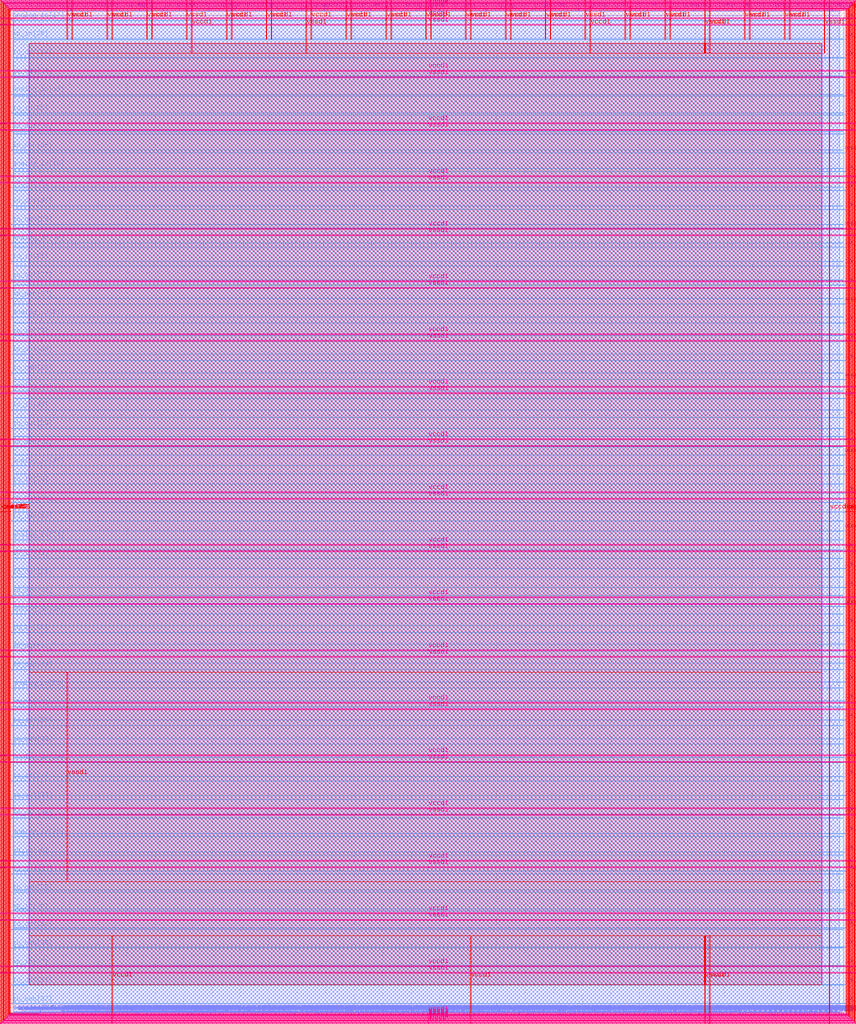
<source format=lef>
VERSION 5.7 ;
  NOWIREEXTENSIONATPIN ON ;
  DIVIDERCHAR "/" ;
  BUSBITCHARS "[]" ;
MACRO user_project_wrapper
  CLASS BLOCK ;
  FOREIGN user_project_wrapper ;
  ORIGIN 0.000 0.000 ;
  SIZE 2920.000 BY 3520.000 ;
  PIN analog_io[0]
    DIRECTION INOUT ;
    USE SIGNAL ;
    PORT
      LAYER met3 ;
        RECT 2917.600 1426.380 2924.800 1427.580 ;
    END
  END analog_io[0]
  PIN analog_io[10]
    DIRECTION INOUT ;
    USE SIGNAL ;
    PORT
      LAYER met2 ;
        RECT 2230.490 3517.600 2231.050 3524.800 ;
    END
  END analog_io[10]
  PIN analog_io[11]
    DIRECTION INOUT ;
    USE SIGNAL ;
    PORT
      LAYER met2 ;
        RECT 1905.730 3517.600 1906.290 3524.800 ;
    END
  END analog_io[11]
  PIN analog_io[12]
    DIRECTION INOUT ;
    USE SIGNAL ;
    PORT
      LAYER met2 ;
        RECT 1581.430 3517.600 1581.990 3524.800 ;
    END
  END analog_io[12]
  PIN analog_io[13]
    DIRECTION INOUT ;
    USE SIGNAL ;
    PORT
      LAYER met2 ;
        RECT 1257.130 3517.600 1257.690 3524.800 ;
    END
  END analog_io[13]
  PIN analog_io[14]
    DIRECTION INOUT ;
    USE SIGNAL ;
    PORT
      LAYER met2 ;
        RECT 932.370 3517.600 932.930 3524.800 ;
    END
  END analog_io[14]
  PIN analog_io[15]
    DIRECTION INOUT ;
    USE SIGNAL ;
    PORT
      LAYER met2 ;
        RECT 608.070 3517.600 608.630 3524.800 ;
    END
  END analog_io[15]
  PIN analog_io[16]
    DIRECTION INOUT ;
    USE SIGNAL ;
    PORT
      LAYER met2 ;
        RECT 283.770 3517.600 284.330 3524.800 ;
    END
  END analog_io[16]
  PIN analog_io[17]
    DIRECTION INOUT ;
    USE SIGNAL ;
    PORT
      LAYER met3 ;
        RECT -4.800 3486.100 2.400 3487.300 ;
    END
  END analog_io[17]
  PIN analog_io[18]
    DIRECTION INOUT ;
    USE SIGNAL ;
    PORT
      LAYER met3 ;
        RECT -4.800 3224.980 2.400 3226.180 ;
    END
  END analog_io[18]
  PIN analog_io[19]
    DIRECTION INOUT ;
    USE SIGNAL ;
    PORT
      LAYER met3 ;
        RECT -4.800 2964.540 2.400 2965.740 ;
    END
  END analog_io[19]
  PIN analog_io[1]
    DIRECTION INOUT ;
    USE SIGNAL ;
    PORT
      LAYER met3 ;
        RECT 2917.600 1692.260 2924.800 1693.460 ;
    END
  END analog_io[1]
  PIN analog_io[20]
    DIRECTION INOUT ;
    USE SIGNAL ;
    PORT
      LAYER met3 ;
        RECT -4.800 2703.420 2.400 2704.620 ;
    END
  END analog_io[20]
  PIN analog_io[21]
    DIRECTION INOUT ;
    USE SIGNAL ;
    PORT
      LAYER met3 ;
        RECT -4.800 2442.980 2.400 2444.180 ;
    END
  END analog_io[21]
  PIN analog_io[22]
    DIRECTION INOUT ;
    USE SIGNAL ;
    PORT
      LAYER met3 ;
        RECT -4.800 2182.540 2.400 2183.740 ;
    END
  END analog_io[22]
  PIN analog_io[23]
    DIRECTION INOUT ;
    USE SIGNAL ;
    PORT
      LAYER met3 ;
        RECT -4.800 1921.420 2.400 1922.620 ;
    END
  END analog_io[23]
  PIN analog_io[24]
    DIRECTION INOUT ;
    USE SIGNAL ;
    PORT
      LAYER met3 ;
        RECT -4.800 1660.980 2.400 1662.180 ;
    END
  END analog_io[24]
  PIN analog_io[25]
    DIRECTION INOUT ;
    USE SIGNAL ;
    PORT
      LAYER met3 ;
        RECT -4.800 1399.860 2.400 1401.060 ;
    END
  END analog_io[25]
  PIN analog_io[26]
    DIRECTION INOUT ;
    USE SIGNAL ;
    PORT
      LAYER met3 ;
        RECT -4.800 1139.420 2.400 1140.620 ;
    END
  END analog_io[26]
  PIN analog_io[27]
    DIRECTION INOUT ;
    USE SIGNAL ;
    PORT
      LAYER met3 ;
        RECT -4.800 878.980 2.400 880.180 ;
    END
  END analog_io[27]
  PIN analog_io[28]
    DIRECTION INOUT ;
    USE SIGNAL ;
    PORT
      LAYER met3 ;
        RECT -4.800 617.860 2.400 619.060 ;
    END
  END analog_io[28]
  PIN analog_io[2]
    DIRECTION INOUT ;
    USE SIGNAL ;
    PORT
      LAYER met3 ;
        RECT 2917.600 1958.140 2924.800 1959.340 ;
    END
  END analog_io[2]
  PIN analog_io[3]
    DIRECTION INOUT ;
    USE SIGNAL ;
    PORT
      LAYER met3 ;
        RECT 2917.600 2223.340 2924.800 2224.540 ;
    END
  END analog_io[3]
  PIN analog_io[4]
    DIRECTION INOUT ;
    USE SIGNAL ;
    PORT
      LAYER met3 ;
        RECT 2917.600 2489.220 2924.800 2490.420 ;
    END
  END analog_io[4]
  PIN analog_io[5]
    DIRECTION INOUT ;
    USE SIGNAL ;
    PORT
      LAYER met3 ;
        RECT 2917.600 2755.100 2924.800 2756.300 ;
    END
  END analog_io[5]
  PIN analog_io[6]
    DIRECTION INOUT ;
    USE SIGNAL ;
    PORT
      LAYER met3 ;
        RECT 2917.600 3020.300 2924.800 3021.500 ;
    END
  END analog_io[6]
  PIN analog_io[7]
    DIRECTION INOUT ;
    USE SIGNAL ;
    PORT
      LAYER met3 ;
        RECT 2917.600 3286.180 2924.800 3287.380 ;
    END
  END analog_io[7]
  PIN analog_io[8]
    DIRECTION INOUT ;
    USE SIGNAL ;
    PORT
      LAYER met2 ;
        RECT 2879.090 3517.600 2879.650 3524.800 ;
    END
  END analog_io[8]
  PIN analog_io[9]
    DIRECTION INOUT ;
    USE SIGNAL ;
    PORT
      LAYER met2 ;
        RECT 2554.790 3517.600 2555.350 3524.800 ;
    END
  END analog_io[9]
  PIN io_in[0]
    DIRECTION INPUT ;
    USE SIGNAL ;
    PORT
      LAYER met3 ;
        RECT 2917.600 32.380 2924.800 33.580 ;
    END
  END io_in[0]
  PIN io_in[10]
    DIRECTION INPUT ;
    USE SIGNAL ;
    PORT
      LAYER met3 ;
        RECT 2917.600 2289.980 2924.800 2291.180 ;
    END
  END io_in[10]
  PIN io_in[11]
    DIRECTION INPUT ;
    USE SIGNAL ;
    PORT
      LAYER met3 ;
        RECT 2917.600 2555.860 2924.800 2557.060 ;
    END
  END io_in[11]
  PIN io_in[12]
    DIRECTION INPUT ;
    USE SIGNAL ;
    PORT
      LAYER met3 ;
        RECT 2917.600 2821.060 2924.800 2822.260 ;
    END
  END io_in[12]
  PIN io_in[13]
    DIRECTION INPUT ;
    USE SIGNAL ;
    PORT
      LAYER met3 ;
        RECT 2917.600 3086.940 2924.800 3088.140 ;
    END
  END io_in[13]
  PIN io_in[14]
    DIRECTION INPUT ;
    USE SIGNAL ;
    PORT
      LAYER met3 ;
        RECT 2917.600 3352.820 2924.800 3354.020 ;
    END
  END io_in[14]
  PIN io_in[15]
    DIRECTION INPUT ;
    USE SIGNAL ;
    PORT
      LAYER met2 ;
        RECT 2798.130 3517.600 2798.690 3524.800 ;
    END
  END io_in[15]
  PIN io_in[16]
    DIRECTION INPUT ;
    USE SIGNAL ;
    PORT
      LAYER met2 ;
        RECT 2473.830 3517.600 2474.390 3524.800 ;
    END
  END io_in[16]
  PIN io_in[17]
    DIRECTION INPUT ;
    USE SIGNAL ;
    PORT
      LAYER met2 ;
        RECT 2149.070 3517.600 2149.630 3524.800 ;
    END
  END io_in[17]
  PIN io_in[18]
    DIRECTION INPUT ;
    USE SIGNAL ;
    PORT
      LAYER met2 ;
        RECT 1824.770 3517.600 1825.330 3524.800 ;
    END
  END io_in[18]
  PIN io_in[19]
    DIRECTION INPUT ;
    USE SIGNAL ;
    PORT
      LAYER met2 ;
        RECT 1500.470 3517.600 1501.030 3524.800 ;
    END
  END io_in[19]
  PIN io_in[1]
    DIRECTION INPUT ;
    USE SIGNAL ;
    PORT
      LAYER met3 ;
        RECT 2917.600 230.940 2924.800 232.140 ;
    END
  END io_in[1]
  PIN io_in[20]
    DIRECTION INPUT ;
    USE SIGNAL ;
    PORT
      LAYER met2 ;
        RECT 1175.710 3517.600 1176.270 3524.800 ;
    END
  END io_in[20]
  PIN io_in[21]
    DIRECTION INPUT ;
    USE SIGNAL ;
    PORT
      LAYER met2 ;
        RECT 851.410 3517.600 851.970 3524.800 ;
    END
  END io_in[21]
  PIN io_in[22]
    DIRECTION INPUT ;
    USE SIGNAL ;
    PORT
      LAYER met2 ;
        RECT 527.110 3517.600 527.670 3524.800 ;
    END
  END io_in[22]
  PIN io_in[23]
    DIRECTION INPUT ;
    USE SIGNAL ;
    PORT
      LAYER met2 ;
        RECT 202.350 3517.600 202.910 3524.800 ;
    END
  END io_in[23]
  PIN io_in[24]
    DIRECTION INPUT ;
    USE SIGNAL ;
    PORT
      LAYER met3 ;
        RECT -4.800 3420.820 2.400 3422.020 ;
    END
  END io_in[24]
  PIN io_in[25]
    DIRECTION INPUT ;
    USE SIGNAL ;
    PORT
      LAYER met3 ;
        RECT -4.800 3159.700 2.400 3160.900 ;
    END
  END io_in[25]
  PIN io_in[26]
    DIRECTION INPUT ;
    USE SIGNAL ;
    PORT
      LAYER met3 ;
        RECT -4.800 2899.260 2.400 2900.460 ;
    END
  END io_in[26]
  PIN io_in[27]
    DIRECTION INPUT ;
    USE SIGNAL ;
    PORT
      LAYER met3 ;
        RECT -4.800 2638.820 2.400 2640.020 ;
    END
  END io_in[27]
  PIN io_in[28]
    DIRECTION INPUT ;
    USE SIGNAL ;
    PORT
      LAYER met3 ;
        RECT -4.800 2377.700 2.400 2378.900 ;
    END
  END io_in[28]
  PIN io_in[29]
    DIRECTION INPUT ;
    USE SIGNAL ;
    PORT
      LAYER met3 ;
        RECT -4.800 2117.260 2.400 2118.460 ;
    END
  END io_in[29]
  PIN io_in[2]
    DIRECTION INPUT ;
    USE SIGNAL ;
    PORT
      LAYER met3 ;
        RECT 2917.600 430.180 2924.800 431.380 ;
    END
  END io_in[2]
  PIN io_in[30]
    DIRECTION INPUT ;
    USE SIGNAL ;
    PORT
      LAYER met3 ;
        RECT -4.800 1856.140 2.400 1857.340 ;
    END
  END io_in[30]
  PIN io_in[31]
    DIRECTION INPUT ;
    USE SIGNAL ;
    PORT
      LAYER met3 ;
        RECT -4.800 1595.700 2.400 1596.900 ;
    END
  END io_in[31]
  PIN io_in[32]
    DIRECTION INPUT ;
    USE SIGNAL ;
    PORT
      LAYER met3 ;
        RECT -4.800 1335.260 2.400 1336.460 ;
    END
  END io_in[32]
  PIN io_in[33]
    DIRECTION INPUT ;
    USE SIGNAL ;
    PORT
      LAYER met3 ;
        RECT -4.800 1074.140 2.400 1075.340 ;
    END
  END io_in[33]
  PIN io_in[34]
    DIRECTION INPUT ;
    USE SIGNAL ;
    PORT
      LAYER met3 ;
        RECT -4.800 813.700 2.400 814.900 ;
    END
  END io_in[34]
  PIN io_in[35]
    DIRECTION INPUT ;
    USE SIGNAL ;
    PORT
      LAYER met3 ;
        RECT -4.800 552.580 2.400 553.780 ;
    END
  END io_in[35]
  PIN io_in[36]
    DIRECTION INPUT ;
    USE SIGNAL ;
    PORT
      LAYER met3 ;
        RECT -4.800 357.420 2.400 358.620 ;
    END
  END io_in[36]
  PIN io_in[37]
    DIRECTION INPUT ;
    USE SIGNAL ;
    PORT
      LAYER met3 ;
        RECT -4.800 161.580 2.400 162.780 ;
    END
  END io_in[37]
  PIN io_in[3]
    DIRECTION INPUT ;
    USE SIGNAL ;
    PORT
      LAYER met3 ;
        RECT 2917.600 629.420 2924.800 630.620 ;
    END
  END io_in[3]
  PIN io_in[4]
    DIRECTION INPUT ;
    USE SIGNAL ;
    PORT
      LAYER met3 ;
        RECT 2917.600 828.660 2924.800 829.860 ;
    END
  END io_in[4]
  PIN io_in[5]
    DIRECTION INPUT ;
    USE SIGNAL ;
    PORT
      LAYER met3 ;
        RECT 2917.600 1027.900 2924.800 1029.100 ;
    END
  END io_in[5]
  PIN io_in[6]
    DIRECTION INPUT ;
    USE SIGNAL ;
    PORT
      LAYER met3 ;
        RECT 2917.600 1227.140 2924.800 1228.340 ;
    END
  END io_in[6]
  PIN io_in[7]
    DIRECTION INPUT ;
    USE SIGNAL ;
    PORT
      LAYER met3 ;
        RECT 2917.600 1493.020 2924.800 1494.220 ;
    END
  END io_in[7]
  PIN io_in[8]
    DIRECTION INPUT ;
    USE SIGNAL ;
    PORT
      LAYER met3 ;
        RECT 2917.600 1758.900 2924.800 1760.100 ;
    END
  END io_in[8]
  PIN io_in[9]
    DIRECTION INPUT ;
    USE SIGNAL ;
    PORT
      LAYER met3 ;
        RECT 2917.600 2024.100 2924.800 2025.300 ;
    END
  END io_in[9]
  PIN io_oeb[0]
    DIRECTION OUTPUT TRISTATE ;
    USE SIGNAL ;
    PORT
      LAYER met3 ;
        RECT 2917.600 164.980 2924.800 166.180 ;
    END
  END io_oeb[0]
  PIN io_oeb[10]
    DIRECTION OUTPUT TRISTATE ;
    USE SIGNAL ;
    PORT
      LAYER met3 ;
        RECT 2917.600 2422.580 2924.800 2423.780 ;
    END
  END io_oeb[10]
  PIN io_oeb[11]
    DIRECTION OUTPUT TRISTATE ;
    USE SIGNAL ;
    PORT
      LAYER met3 ;
        RECT 2917.600 2688.460 2924.800 2689.660 ;
    END
  END io_oeb[11]
  PIN io_oeb[12]
    DIRECTION OUTPUT TRISTATE ;
    USE SIGNAL ;
    PORT
      LAYER met3 ;
        RECT 2917.600 2954.340 2924.800 2955.540 ;
    END
  END io_oeb[12]
  PIN io_oeb[13]
    DIRECTION OUTPUT TRISTATE ;
    USE SIGNAL ;
    PORT
      LAYER met3 ;
        RECT 2917.600 3219.540 2924.800 3220.740 ;
    END
  END io_oeb[13]
  PIN io_oeb[14]
    DIRECTION OUTPUT TRISTATE ;
    USE SIGNAL ;
    PORT
      LAYER met3 ;
        RECT 2917.600 3485.420 2924.800 3486.620 ;
    END
  END io_oeb[14]
  PIN io_oeb[15]
    DIRECTION OUTPUT TRISTATE ;
    USE SIGNAL ;
    PORT
      LAYER met2 ;
        RECT 2635.750 3517.600 2636.310 3524.800 ;
    END
  END io_oeb[15]
  PIN io_oeb[16]
    DIRECTION OUTPUT TRISTATE ;
    USE SIGNAL ;
    PORT
      LAYER met2 ;
        RECT 2311.450 3517.600 2312.010 3524.800 ;
    END
  END io_oeb[16]
  PIN io_oeb[17]
    DIRECTION OUTPUT TRISTATE ;
    USE SIGNAL ;
    PORT
      LAYER met2 ;
        RECT 1987.150 3517.600 1987.710 3524.800 ;
    END
  END io_oeb[17]
  PIN io_oeb[18]
    DIRECTION OUTPUT TRISTATE ;
    USE SIGNAL ;
    PORT
      LAYER met2 ;
        RECT 1662.390 3517.600 1662.950 3524.800 ;
    END
  END io_oeb[18]
  PIN io_oeb[19]
    DIRECTION OUTPUT TRISTATE ;
    USE SIGNAL ;
    PORT
      LAYER met2 ;
        RECT 1338.090 3517.600 1338.650 3524.800 ;
    END
  END io_oeb[19]
  PIN io_oeb[1]
    DIRECTION OUTPUT TRISTATE ;
    USE SIGNAL ;
    PORT
      LAYER met3 ;
        RECT 2917.600 364.220 2924.800 365.420 ;
    END
  END io_oeb[1]
  PIN io_oeb[20]
    DIRECTION OUTPUT TRISTATE ;
    USE SIGNAL ;
    PORT
      LAYER met2 ;
        RECT 1013.790 3517.600 1014.350 3524.800 ;
    END
  END io_oeb[20]
  PIN io_oeb[21]
    DIRECTION OUTPUT TRISTATE ;
    USE SIGNAL ;
    PORT
      LAYER met2 ;
        RECT 689.030 3517.600 689.590 3524.800 ;
    END
  END io_oeb[21]
  PIN io_oeb[22]
    DIRECTION OUTPUT TRISTATE ;
    USE SIGNAL ;
    PORT
      LAYER met2 ;
        RECT 364.730 3517.600 365.290 3524.800 ;
    END
  END io_oeb[22]
  PIN io_oeb[23]
    DIRECTION OUTPUT TRISTATE ;
    USE SIGNAL ;
    PORT
      LAYER met2 ;
        RECT 40.430 3517.600 40.990 3524.800 ;
    END
  END io_oeb[23]
  PIN io_oeb[24]
    DIRECTION OUTPUT TRISTATE ;
    USE SIGNAL ;
    PORT
      LAYER met3 ;
        RECT -4.800 3290.260 2.400 3291.460 ;
    END
  END io_oeb[24]
  PIN io_oeb[25]
    DIRECTION OUTPUT TRISTATE ;
    USE SIGNAL ;
    PORT
      LAYER met3 ;
        RECT -4.800 3029.820 2.400 3031.020 ;
    END
  END io_oeb[25]
  PIN io_oeb[26]
    DIRECTION OUTPUT TRISTATE ;
    USE SIGNAL ;
    PORT
      LAYER met3 ;
        RECT -4.800 2768.700 2.400 2769.900 ;
    END
  END io_oeb[26]
  PIN io_oeb[27]
    DIRECTION OUTPUT TRISTATE ;
    USE SIGNAL ;
    PORT
      LAYER met3 ;
        RECT -4.800 2508.260 2.400 2509.460 ;
    END
  END io_oeb[27]
  PIN io_oeb[28]
    DIRECTION OUTPUT TRISTATE ;
    USE SIGNAL ;
    PORT
      LAYER met3 ;
        RECT -4.800 2247.140 2.400 2248.340 ;
    END
  END io_oeb[28]
  PIN io_oeb[29]
    DIRECTION OUTPUT TRISTATE ;
    USE SIGNAL ;
    PORT
      LAYER met3 ;
        RECT -4.800 1986.700 2.400 1987.900 ;
    END
  END io_oeb[29]
  PIN io_oeb[2]
    DIRECTION OUTPUT TRISTATE ;
    USE SIGNAL ;
    PORT
      LAYER met3 ;
        RECT 2917.600 563.460 2924.800 564.660 ;
    END
  END io_oeb[2]
  PIN io_oeb[30]
    DIRECTION OUTPUT TRISTATE ;
    USE SIGNAL ;
    PORT
      LAYER met3 ;
        RECT -4.800 1726.260 2.400 1727.460 ;
    END
  END io_oeb[30]
  PIN io_oeb[31]
    DIRECTION OUTPUT TRISTATE ;
    USE SIGNAL ;
    PORT
      LAYER met3 ;
        RECT -4.800 1465.140 2.400 1466.340 ;
    END
  END io_oeb[31]
  PIN io_oeb[32]
    DIRECTION OUTPUT TRISTATE ;
    USE SIGNAL ;
    PORT
      LAYER met3 ;
        RECT -4.800 1204.700 2.400 1205.900 ;
    END
  END io_oeb[32]
  PIN io_oeb[33]
    DIRECTION OUTPUT TRISTATE ;
    USE SIGNAL ;
    PORT
      LAYER met3 ;
        RECT -4.800 943.580 2.400 944.780 ;
    END
  END io_oeb[33]
  PIN io_oeb[34]
    DIRECTION OUTPUT TRISTATE ;
    USE SIGNAL ;
    PORT
      LAYER met3 ;
        RECT -4.800 683.140 2.400 684.340 ;
    END
  END io_oeb[34]
  PIN io_oeb[35]
    DIRECTION OUTPUT TRISTATE ;
    USE SIGNAL ;
    PORT
      LAYER met3 ;
        RECT -4.800 422.700 2.400 423.900 ;
    END
  END io_oeb[35]
  PIN io_oeb[36]
    DIRECTION OUTPUT TRISTATE ;
    USE SIGNAL ;
    PORT
      LAYER met3 ;
        RECT -4.800 226.860 2.400 228.060 ;
    END
  END io_oeb[36]
  PIN io_oeb[37]
    DIRECTION OUTPUT TRISTATE ;
    USE SIGNAL ;
    PORT
      LAYER met3 ;
        RECT -4.800 31.700 2.400 32.900 ;
    END
  END io_oeb[37]
  PIN io_oeb[3]
    DIRECTION OUTPUT TRISTATE ;
    USE SIGNAL ;
    PORT
      LAYER met3 ;
        RECT 2917.600 762.700 2924.800 763.900 ;
    END
  END io_oeb[3]
  PIN io_oeb[4]
    DIRECTION OUTPUT TRISTATE ;
    USE SIGNAL ;
    PORT
      LAYER met3 ;
        RECT 2917.600 961.940 2924.800 963.140 ;
    END
  END io_oeb[4]
  PIN io_oeb[5]
    DIRECTION OUTPUT TRISTATE ;
    USE SIGNAL ;
    PORT
      LAYER met3 ;
        RECT 2917.600 1161.180 2924.800 1162.380 ;
    END
  END io_oeb[5]
  PIN io_oeb[6]
    DIRECTION OUTPUT TRISTATE ;
    USE SIGNAL ;
    PORT
      LAYER met3 ;
        RECT 2917.600 1360.420 2924.800 1361.620 ;
    END
  END io_oeb[6]
  PIN io_oeb[7]
    DIRECTION OUTPUT TRISTATE ;
    USE SIGNAL ;
    PORT
      LAYER met3 ;
        RECT 2917.600 1625.620 2924.800 1626.820 ;
    END
  END io_oeb[7]
  PIN io_oeb[8]
    DIRECTION OUTPUT TRISTATE ;
    USE SIGNAL ;
    PORT
      LAYER met3 ;
        RECT 2917.600 1891.500 2924.800 1892.700 ;
    END
  END io_oeb[8]
  PIN io_oeb[9]
    DIRECTION OUTPUT TRISTATE ;
    USE SIGNAL ;
    PORT
      LAYER met3 ;
        RECT 2917.600 2157.380 2924.800 2158.580 ;
    END
  END io_oeb[9]
  PIN io_out[0]
    DIRECTION OUTPUT TRISTATE ;
    USE SIGNAL ;
    PORT
      LAYER met3 ;
        RECT 2917.600 98.340 2924.800 99.540 ;
    END
  END io_out[0]
  PIN io_out[10]
    DIRECTION OUTPUT TRISTATE ;
    USE SIGNAL ;
    PORT
      LAYER met3 ;
        RECT 2917.600 2356.620 2924.800 2357.820 ;
    END
  END io_out[10]
  PIN io_out[11]
    DIRECTION OUTPUT TRISTATE ;
    USE SIGNAL ;
    PORT
      LAYER met3 ;
        RECT 2917.600 2621.820 2924.800 2623.020 ;
    END
  END io_out[11]
  PIN io_out[12]
    DIRECTION OUTPUT TRISTATE ;
    USE SIGNAL ;
    PORT
      LAYER met3 ;
        RECT 2917.600 2887.700 2924.800 2888.900 ;
    END
  END io_out[12]
  PIN io_out[13]
    DIRECTION OUTPUT TRISTATE ;
    USE SIGNAL ;
    PORT
      LAYER met3 ;
        RECT 2917.600 3153.580 2924.800 3154.780 ;
    END
  END io_out[13]
  PIN io_out[14]
    DIRECTION OUTPUT TRISTATE ;
    USE SIGNAL ;
    PORT
      LAYER met3 ;
        RECT 2917.600 3418.780 2924.800 3419.980 ;
    END
  END io_out[14]
  PIN io_out[15]
    DIRECTION OUTPUT TRISTATE ;
    USE SIGNAL ;
    PORT
      LAYER met2 ;
        RECT 2717.170 3517.600 2717.730 3524.800 ;
    END
  END io_out[15]
  PIN io_out[16]
    DIRECTION OUTPUT TRISTATE ;
    USE SIGNAL ;
    PORT
      LAYER met2 ;
        RECT 2392.410 3517.600 2392.970 3524.800 ;
    END
  END io_out[16]
  PIN io_out[17]
    DIRECTION OUTPUT TRISTATE ;
    USE SIGNAL ;
    PORT
      LAYER met2 ;
        RECT 2068.110 3517.600 2068.670 3524.800 ;
    END
  END io_out[17]
  PIN io_out[18]
    DIRECTION OUTPUT TRISTATE ;
    USE SIGNAL ;
    PORT
      LAYER met2 ;
        RECT 1743.810 3517.600 1744.370 3524.800 ;
    END
  END io_out[18]
  PIN io_out[19]
    DIRECTION OUTPUT TRISTATE ;
    USE SIGNAL ;
    PORT
      LAYER met2 ;
        RECT 1419.050 3517.600 1419.610 3524.800 ;
    END
  END io_out[19]
  PIN io_out[1]
    DIRECTION OUTPUT TRISTATE ;
    USE SIGNAL ;
    PORT
      LAYER met3 ;
        RECT 2917.600 297.580 2924.800 298.780 ;
    END
  END io_out[1]
  PIN io_out[20]
    DIRECTION OUTPUT TRISTATE ;
    USE SIGNAL ;
    PORT
      LAYER met2 ;
        RECT 1094.750 3517.600 1095.310 3524.800 ;
    END
  END io_out[20]
  PIN io_out[21]
    DIRECTION OUTPUT TRISTATE ;
    USE SIGNAL ;
    PORT
      LAYER met2 ;
        RECT 770.450 3517.600 771.010 3524.800 ;
    END
  END io_out[21]
  PIN io_out[22]
    DIRECTION OUTPUT TRISTATE ;
    USE SIGNAL ;
    PORT
      LAYER met2 ;
        RECT 445.690 3517.600 446.250 3524.800 ;
    END
  END io_out[22]
  PIN io_out[23]
    DIRECTION OUTPUT TRISTATE ;
    USE SIGNAL ;
    PORT
      LAYER met2 ;
        RECT 121.390 3517.600 121.950 3524.800 ;
    END
  END io_out[23]
  PIN io_out[24]
    DIRECTION OUTPUT TRISTATE ;
    USE SIGNAL ;
    PORT
      LAYER met3 ;
        RECT -4.800 3355.540 2.400 3356.740 ;
    END
  END io_out[24]
  PIN io_out[25]
    DIRECTION OUTPUT TRISTATE ;
    USE SIGNAL ;
    PORT
      LAYER met3 ;
        RECT -4.800 3095.100 2.400 3096.300 ;
    END
  END io_out[25]
  PIN io_out[26]
    DIRECTION OUTPUT TRISTATE ;
    USE SIGNAL ;
    PORT
      LAYER met3 ;
        RECT -4.800 2833.980 2.400 2835.180 ;
    END
  END io_out[26]
  PIN io_out[27]
    DIRECTION OUTPUT TRISTATE ;
    USE SIGNAL ;
    PORT
      LAYER met3 ;
        RECT -4.800 2573.540 2.400 2574.740 ;
    END
  END io_out[27]
  PIN io_out[28]
    DIRECTION OUTPUT TRISTATE ;
    USE SIGNAL ;
    PORT
      LAYER met3 ;
        RECT -4.800 2312.420 2.400 2313.620 ;
    END
  END io_out[28]
  PIN io_out[29]
    DIRECTION OUTPUT TRISTATE ;
    USE SIGNAL ;
    PORT
      LAYER met3 ;
        RECT -4.800 2051.980 2.400 2053.180 ;
    END
  END io_out[29]
  PIN io_out[2]
    DIRECTION OUTPUT TRISTATE ;
    USE SIGNAL ;
    PORT
      LAYER met3 ;
        RECT 2917.600 496.820 2924.800 498.020 ;
    END
  END io_out[2]
  PIN io_out[30]
    DIRECTION OUTPUT TRISTATE ;
    USE SIGNAL ;
    PORT
      LAYER met3 ;
        RECT -4.800 1791.540 2.400 1792.740 ;
    END
  END io_out[30]
  PIN io_out[31]
    DIRECTION OUTPUT TRISTATE ;
    USE SIGNAL ;
    PORT
      LAYER met3 ;
        RECT -4.800 1530.420 2.400 1531.620 ;
    END
  END io_out[31]
  PIN io_out[32]
    DIRECTION OUTPUT TRISTATE ;
    USE SIGNAL ;
    PORT
      LAYER met3 ;
        RECT -4.800 1269.980 2.400 1271.180 ;
    END
  END io_out[32]
  PIN io_out[33]
    DIRECTION OUTPUT TRISTATE ;
    USE SIGNAL ;
    PORT
      LAYER met3 ;
        RECT -4.800 1008.860 2.400 1010.060 ;
    END
  END io_out[33]
  PIN io_out[34]
    DIRECTION OUTPUT TRISTATE ;
    USE SIGNAL ;
    PORT
      LAYER met3 ;
        RECT -4.800 748.420 2.400 749.620 ;
    END
  END io_out[34]
  PIN io_out[35]
    DIRECTION OUTPUT TRISTATE ;
    USE SIGNAL ;
    PORT
      LAYER met3 ;
        RECT -4.800 487.300 2.400 488.500 ;
    END
  END io_out[35]
  PIN io_out[36]
    DIRECTION OUTPUT TRISTATE ;
    USE SIGNAL ;
    PORT
      LAYER met3 ;
        RECT -4.800 292.140 2.400 293.340 ;
    END
  END io_out[36]
  PIN io_out[37]
    DIRECTION OUTPUT TRISTATE ;
    USE SIGNAL ;
    PORT
      LAYER met3 ;
        RECT -4.800 96.300 2.400 97.500 ;
    END
  END io_out[37]
  PIN io_out[3]
    DIRECTION OUTPUT TRISTATE ;
    USE SIGNAL ;
    PORT
      LAYER met3 ;
        RECT 2917.600 696.060 2924.800 697.260 ;
    END
  END io_out[3]
  PIN io_out[4]
    DIRECTION OUTPUT TRISTATE ;
    USE SIGNAL ;
    PORT
      LAYER met3 ;
        RECT 2917.600 895.300 2924.800 896.500 ;
    END
  END io_out[4]
  PIN io_out[5]
    DIRECTION OUTPUT TRISTATE ;
    USE SIGNAL ;
    PORT
      LAYER met3 ;
        RECT 2917.600 1094.540 2924.800 1095.740 ;
    END
  END io_out[5]
  PIN io_out[6]
    DIRECTION OUTPUT TRISTATE ;
    USE SIGNAL ;
    PORT
      LAYER met3 ;
        RECT 2917.600 1293.780 2924.800 1294.980 ;
    END
  END io_out[6]
  PIN io_out[7]
    DIRECTION OUTPUT TRISTATE ;
    USE SIGNAL ;
    PORT
      LAYER met3 ;
        RECT 2917.600 1559.660 2924.800 1560.860 ;
    END
  END io_out[7]
  PIN io_out[8]
    DIRECTION OUTPUT TRISTATE ;
    USE SIGNAL ;
    PORT
      LAYER met3 ;
        RECT 2917.600 1824.860 2924.800 1826.060 ;
    END
  END io_out[8]
  PIN io_out[9]
    DIRECTION OUTPUT TRISTATE ;
    USE SIGNAL ;
    PORT
      LAYER met3 ;
        RECT 2917.600 2090.740 2924.800 2091.940 ;
    END
  END io_out[9]
  PIN la_data_in[0]
    DIRECTION INPUT ;
    USE SIGNAL ;
    PORT
      LAYER met2 ;
        RECT 629.230 -4.800 629.790 2.400 ;
    END
  END la_data_in[0]
  PIN la_data_in[100]
    DIRECTION INPUT ;
    USE SIGNAL ;
    PORT
      LAYER met2 ;
        RECT 2402.530 -4.800 2403.090 2.400 ;
    END
  END la_data_in[100]
  PIN la_data_in[101]
    DIRECTION INPUT ;
    USE SIGNAL ;
    PORT
      LAYER met2 ;
        RECT 2420.010 -4.800 2420.570 2.400 ;
    END
  END la_data_in[101]
  PIN la_data_in[102]
    DIRECTION INPUT ;
    USE SIGNAL ;
    PORT
      LAYER met2 ;
        RECT 2437.950 -4.800 2438.510 2.400 ;
    END
  END la_data_in[102]
  PIN la_data_in[103]
    DIRECTION INPUT ;
    USE SIGNAL ;
    PORT
      LAYER met2 ;
        RECT 2455.430 -4.800 2455.990 2.400 ;
    END
  END la_data_in[103]
  PIN la_data_in[104]
    DIRECTION INPUT ;
    USE SIGNAL ;
    PORT
      LAYER met2 ;
        RECT 2473.370 -4.800 2473.930 2.400 ;
    END
  END la_data_in[104]
  PIN la_data_in[105]
    DIRECTION INPUT ;
    USE SIGNAL ;
    PORT
      LAYER met2 ;
        RECT 2490.850 -4.800 2491.410 2.400 ;
    END
  END la_data_in[105]
  PIN la_data_in[106]
    DIRECTION INPUT ;
    USE SIGNAL ;
    PORT
      LAYER met2 ;
        RECT 2508.790 -4.800 2509.350 2.400 ;
    END
  END la_data_in[106]
  PIN la_data_in[107]
    DIRECTION INPUT ;
    USE SIGNAL ;
    PORT
      LAYER met2 ;
        RECT 2526.730 -4.800 2527.290 2.400 ;
    END
  END la_data_in[107]
  PIN la_data_in[108]
    DIRECTION INPUT ;
    USE SIGNAL ;
    PORT
      LAYER met2 ;
        RECT 2544.210 -4.800 2544.770 2.400 ;
    END
  END la_data_in[108]
  PIN la_data_in[109]
    DIRECTION INPUT ;
    USE SIGNAL ;
    PORT
      LAYER met2 ;
        RECT 2562.150 -4.800 2562.710 2.400 ;
    END
  END la_data_in[109]
  PIN la_data_in[10]
    DIRECTION INPUT ;
    USE SIGNAL ;
    PORT
      LAYER met2 ;
        RECT 806.330 -4.800 806.890 2.400 ;
    END
  END la_data_in[10]
  PIN la_data_in[110]
    DIRECTION INPUT ;
    USE SIGNAL ;
    PORT
      LAYER met2 ;
        RECT 2579.630 -4.800 2580.190 2.400 ;
    END
  END la_data_in[110]
  PIN la_data_in[111]
    DIRECTION INPUT ;
    USE SIGNAL ;
    PORT
      LAYER met2 ;
        RECT 2597.570 -4.800 2598.130 2.400 ;
    END
  END la_data_in[111]
  PIN la_data_in[112]
    DIRECTION INPUT ;
    USE SIGNAL ;
    PORT
      LAYER met2 ;
        RECT 2615.050 -4.800 2615.610 2.400 ;
    END
  END la_data_in[112]
  PIN la_data_in[113]
    DIRECTION INPUT ;
    USE SIGNAL ;
    PORT
      LAYER met2 ;
        RECT 2632.990 -4.800 2633.550 2.400 ;
    END
  END la_data_in[113]
  PIN la_data_in[114]
    DIRECTION INPUT ;
    USE SIGNAL ;
    PORT
      LAYER met2 ;
        RECT 2650.470 -4.800 2651.030 2.400 ;
    END
  END la_data_in[114]
  PIN la_data_in[115]
    DIRECTION INPUT ;
    USE SIGNAL ;
    PORT
      LAYER met2 ;
        RECT 2668.410 -4.800 2668.970 2.400 ;
    END
  END la_data_in[115]
  PIN la_data_in[116]
    DIRECTION INPUT ;
    USE SIGNAL ;
    PORT
      LAYER met2 ;
        RECT 2685.890 -4.800 2686.450 2.400 ;
    END
  END la_data_in[116]
  PIN la_data_in[117]
    DIRECTION INPUT ;
    USE SIGNAL ;
    PORT
      LAYER met2 ;
        RECT 2703.830 -4.800 2704.390 2.400 ;
    END
  END la_data_in[117]
  PIN la_data_in[118]
    DIRECTION INPUT ;
    USE SIGNAL ;
    PORT
      LAYER met2 ;
        RECT 2721.770 -4.800 2722.330 2.400 ;
    END
  END la_data_in[118]
  PIN la_data_in[119]
    DIRECTION INPUT ;
    USE SIGNAL ;
    PORT
      LAYER met2 ;
        RECT 2739.250 -4.800 2739.810 2.400 ;
    END
  END la_data_in[119]
  PIN la_data_in[11]
    DIRECTION INPUT ;
    USE SIGNAL ;
    PORT
      LAYER met2 ;
        RECT 824.270 -4.800 824.830 2.400 ;
    END
  END la_data_in[11]
  PIN la_data_in[120]
    DIRECTION INPUT ;
    USE SIGNAL ;
    PORT
      LAYER met2 ;
        RECT 2757.190 -4.800 2757.750 2.400 ;
    END
  END la_data_in[120]
  PIN la_data_in[121]
    DIRECTION INPUT ;
    USE SIGNAL ;
    PORT
      LAYER met2 ;
        RECT 2774.670 -4.800 2775.230 2.400 ;
    END
  END la_data_in[121]
  PIN la_data_in[122]
    DIRECTION INPUT ;
    USE SIGNAL ;
    PORT
      LAYER met2 ;
        RECT 2792.610 -4.800 2793.170 2.400 ;
    END
  END la_data_in[122]
  PIN la_data_in[123]
    DIRECTION INPUT ;
    USE SIGNAL ;
    PORT
      LAYER met2 ;
        RECT 2810.090 -4.800 2810.650 2.400 ;
    END
  END la_data_in[123]
  PIN la_data_in[124]
    DIRECTION INPUT ;
    USE SIGNAL ;
    PORT
      LAYER met2 ;
        RECT 2828.030 -4.800 2828.590 2.400 ;
    END
  END la_data_in[124]
  PIN la_data_in[125]
    DIRECTION INPUT ;
    USE SIGNAL ;
    PORT
      LAYER met2 ;
        RECT 2845.510 -4.800 2846.070 2.400 ;
    END
  END la_data_in[125]
  PIN la_data_in[126]
    DIRECTION INPUT ;
    USE SIGNAL ;
    PORT
      LAYER met2 ;
        RECT 2863.450 -4.800 2864.010 2.400 ;
    END
  END la_data_in[126]
  PIN la_data_in[127]
    DIRECTION INPUT ;
    USE SIGNAL ;
    PORT
      LAYER met2 ;
        RECT 2881.390 -4.800 2881.950 2.400 ;
    END
  END la_data_in[127]
  PIN la_data_in[12]
    DIRECTION INPUT ;
    USE SIGNAL ;
    PORT
      LAYER met2 ;
        RECT 841.750 -4.800 842.310 2.400 ;
    END
  END la_data_in[12]
  PIN la_data_in[13]
    DIRECTION INPUT ;
    USE SIGNAL ;
    PORT
      LAYER met2 ;
        RECT 859.690 -4.800 860.250 2.400 ;
    END
  END la_data_in[13]
  PIN la_data_in[14]
    DIRECTION INPUT ;
    USE SIGNAL ;
    PORT
      LAYER met2 ;
        RECT 877.170 -4.800 877.730 2.400 ;
    END
  END la_data_in[14]
  PIN la_data_in[15]
    DIRECTION INPUT ;
    USE SIGNAL ;
    PORT
      LAYER met2 ;
        RECT 895.110 -4.800 895.670 2.400 ;
    END
  END la_data_in[15]
  PIN la_data_in[16]
    DIRECTION INPUT ;
    USE SIGNAL ;
    PORT
      LAYER met2 ;
        RECT 912.590 -4.800 913.150 2.400 ;
    END
  END la_data_in[16]
  PIN la_data_in[17]
    DIRECTION INPUT ;
    USE SIGNAL ;
    PORT
      LAYER met2 ;
        RECT 930.530 -4.800 931.090 2.400 ;
    END
  END la_data_in[17]
  PIN la_data_in[18]
    DIRECTION INPUT ;
    USE SIGNAL ;
    PORT
      LAYER met2 ;
        RECT 948.470 -4.800 949.030 2.400 ;
    END
  END la_data_in[18]
  PIN la_data_in[19]
    DIRECTION INPUT ;
    USE SIGNAL ;
    PORT
      LAYER met2 ;
        RECT 965.950 -4.800 966.510 2.400 ;
    END
  END la_data_in[19]
  PIN la_data_in[1]
    DIRECTION INPUT ;
    USE SIGNAL ;
    PORT
      LAYER met2 ;
        RECT 646.710 -4.800 647.270 2.400 ;
    END
  END la_data_in[1]
  PIN la_data_in[20]
    DIRECTION INPUT ;
    USE SIGNAL ;
    PORT
      LAYER met2 ;
        RECT 983.890 -4.800 984.450 2.400 ;
    END
  END la_data_in[20]
  PIN la_data_in[21]
    DIRECTION INPUT ;
    USE SIGNAL ;
    PORT
      LAYER met2 ;
        RECT 1001.370 -4.800 1001.930 2.400 ;
    END
  END la_data_in[21]
  PIN la_data_in[22]
    DIRECTION INPUT ;
    USE SIGNAL ;
    PORT
      LAYER met2 ;
        RECT 1019.310 -4.800 1019.870 2.400 ;
    END
  END la_data_in[22]
  PIN la_data_in[23]
    DIRECTION INPUT ;
    USE SIGNAL ;
    PORT
      LAYER met2 ;
        RECT 1036.790 -4.800 1037.350 2.400 ;
    END
  END la_data_in[23]
  PIN la_data_in[24]
    DIRECTION INPUT ;
    USE SIGNAL ;
    PORT
      LAYER met2 ;
        RECT 1054.730 -4.800 1055.290 2.400 ;
    END
  END la_data_in[24]
  PIN la_data_in[25]
    DIRECTION INPUT ;
    USE SIGNAL ;
    PORT
      LAYER met2 ;
        RECT 1072.210 -4.800 1072.770 2.400 ;
    END
  END la_data_in[25]
  PIN la_data_in[26]
    DIRECTION INPUT ;
    USE SIGNAL ;
    PORT
      LAYER met2 ;
        RECT 1090.150 -4.800 1090.710 2.400 ;
    END
  END la_data_in[26]
  PIN la_data_in[27]
    DIRECTION INPUT ;
    USE SIGNAL ;
    PORT
      LAYER met2 ;
        RECT 1107.630 -4.800 1108.190 2.400 ;
    END
  END la_data_in[27]
  PIN la_data_in[28]
    DIRECTION INPUT ;
    USE SIGNAL ;
    PORT
      LAYER met2 ;
        RECT 1125.570 -4.800 1126.130 2.400 ;
    END
  END la_data_in[28]
  PIN la_data_in[29]
    DIRECTION INPUT ;
    USE SIGNAL ;
    PORT
      LAYER met2 ;
        RECT 1143.510 -4.800 1144.070 2.400 ;
    END
  END la_data_in[29]
  PIN la_data_in[2]
    DIRECTION INPUT ;
    USE SIGNAL ;
    PORT
      LAYER met2 ;
        RECT 664.650 -4.800 665.210 2.400 ;
    END
  END la_data_in[2]
  PIN la_data_in[30]
    DIRECTION INPUT ;
    USE SIGNAL ;
    PORT
      LAYER met2 ;
        RECT 1160.990 -4.800 1161.550 2.400 ;
    END
  END la_data_in[30]
  PIN la_data_in[31]
    DIRECTION INPUT ;
    USE SIGNAL ;
    PORT
      LAYER met2 ;
        RECT 1178.930 -4.800 1179.490 2.400 ;
    END
  END la_data_in[31]
  PIN la_data_in[32]
    DIRECTION INPUT ;
    USE SIGNAL ;
    PORT
      LAYER met2 ;
        RECT 1196.410 -4.800 1196.970 2.400 ;
    END
  END la_data_in[32]
  PIN la_data_in[33]
    DIRECTION INPUT ;
    USE SIGNAL ;
    PORT
      LAYER met2 ;
        RECT 1214.350 -4.800 1214.910 2.400 ;
    END
  END la_data_in[33]
  PIN la_data_in[34]
    DIRECTION INPUT ;
    USE SIGNAL ;
    PORT
      LAYER met2 ;
        RECT 1231.830 -4.800 1232.390 2.400 ;
    END
  END la_data_in[34]
  PIN la_data_in[35]
    DIRECTION INPUT ;
    USE SIGNAL ;
    PORT
      LAYER met2 ;
        RECT 1249.770 -4.800 1250.330 2.400 ;
    END
  END la_data_in[35]
  PIN la_data_in[36]
    DIRECTION INPUT ;
    USE SIGNAL ;
    PORT
      LAYER met2 ;
        RECT 1267.250 -4.800 1267.810 2.400 ;
    END
  END la_data_in[36]
  PIN la_data_in[37]
    DIRECTION INPUT ;
    USE SIGNAL ;
    PORT
      LAYER met2 ;
        RECT 1285.190 -4.800 1285.750 2.400 ;
    END
  END la_data_in[37]
  PIN la_data_in[38]
    DIRECTION INPUT ;
    USE SIGNAL ;
    PORT
      LAYER met2 ;
        RECT 1303.130 -4.800 1303.690 2.400 ;
    END
  END la_data_in[38]
  PIN la_data_in[39]
    DIRECTION INPUT ;
    USE SIGNAL ;
    PORT
      LAYER met2 ;
        RECT 1320.610 -4.800 1321.170 2.400 ;
    END
  END la_data_in[39]
  PIN la_data_in[3]
    DIRECTION INPUT ;
    USE SIGNAL ;
    PORT
      LAYER met2 ;
        RECT 682.130 -4.800 682.690 2.400 ;
    END
  END la_data_in[3]
  PIN la_data_in[40]
    DIRECTION INPUT ;
    USE SIGNAL ;
    PORT
      LAYER met2 ;
        RECT 1338.550 -4.800 1339.110 2.400 ;
    END
  END la_data_in[40]
  PIN la_data_in[41]
    DIRECTION INPUT ;
    USE SIGNAL ;
    PORT
      LAYER met2 ;
        RECT 1356.030 -4.800 1356.590 2.400 ;
    END
  END la_data_in[41]
  PIN la_data_in[42]
    DIRECTION INPUT ;
    USE SIGNAL ;
    PORT
      LAYER met2 ;
        RECT 1373.970 -4.800 1374.530 2.400 ;
    END
  END la_data_in[42]
  PIN la_data_in[43]
    DIRECTION INPUT ;
    USE SIGNAL ;
    PORT
      LAYER met2 ;
        RECT 1391.450 -4.800 1392.010 2.400 ;
    END
  END la_data_in[43]
  PIN la_data_in[44]
    DIRECTION INPUT ;
    USE SIGNAL ;
    PORT
      LAYER met2 ;
        RECT 1409.390 -4.800 1409.950 2.400 ;
    END
  END la_data_in[44]
  PIN la_data_in[45]
    DIRECTION INPUT ;
    USE SIGNAL ;
    PORT
      LAYER met2 ;
        RECT 1426.870 -4.800 1427.430 2.400 ;
    END
  END la_data_in[45]
  PIN la_data_in[46]
    DIRECTION INPUT ;
    USE SIGNAL ;
    PORT
      LAYER met2 ;
        RECT 1444.810 -4.800 1445.370 2.400 ;
    END
  END la_data_in[46]
  PIN la_data_in[47]
    DIRECTION INPUT ;
    USE SIGNAL ;
    PORT
      LAYER met2 ;
        RECT 1462.750 -4.800 1463.310 2.400 ;
    END
  END la_data_in[47]
  PIN la_data_in[48]
    DIRECTION INPUT ;
    USE SIGNAL ;
    PORT
      LAYER met2 ;
        RECT 1480.230 -4.800 1480.790 2.400 ;
    END
  END la_data_in[48]
  PIN la_data_in[49]
    DIRECTION INPUT ;
    USE SIGNAL ;
    PORT
      LAYER met2 ;
        RECT 1498.170 -4.800 1498.730 2.400 ;
    END
  END la_data_in[49]
  PIN la_data_in[4]
    DIRECTION INPUT ;
    USE SIGNAL ;
    PORT
      LAYER met2 ;
        RECT 700.070 -4.800 700.630 2.400 ;
    END
  END la_data_in[4]
  PIN la_data_in[50]
    DIRECTION INPUT ;
    USE SIGNAL ;
    PORT
      LAYER met2 ;
        RECT 1515.650 -4.800 1516.210 2.400 ;
    END
  END la_data_in[50]
  PIN la_data_in[51]
    DIRECTION INPUT ;
    USE SIGNAL ;
    PORT
      LAYER met2 ;
        RECT 1533.590 -4.800 1534.150 2.400 ;
    END
  END la_data_in[51]
  PIN la_data_in[52]
    DIRECTION INPUT ;
    USE SIGNAL ;
    PORT
      LAYER met2 ;
        RECT 1551.070 -4.800 1551.630 2.400 ;
    END
  END la_data_in[52]
  PIN la_data_in[53]
    DIRECTION INPUT ;
    USE SIGNAL ;
    PORT
      LAYER met2 ;
        RECT 1569.010 -4.800 1569.570 2.400 ;
    END
  END la_data_in[53]
  PIN la_data_in[54]
    DIRECTION INPUT ;
    USE SIGNAL ;
    PORT
      LAYER met2 ;
        RECT 1586.490 -4.800 1587.050 2.400 ;
    END
  END la_data_in[54]
  PIN la_data_in[55]
    DIRECTION INPUT ;
    USE SIGNAL ;
    PORT
      LAYER met2 ;
        RECT 1604.430 -4.800 1604.990 2.400 ;
    END
  END la_data_in[55]
  PIN la_data_in[56]
    DIRECTION INPUT ;
    USE SIGNAL ;
    PORT
      LAYER met2 ;
        RECT 1621.910 -4.800 1622.470 2.400 ;
    END
  END la_data_in[56]
  PIN la_data_in[57]
    DIRECTION INPUT ;
    USE SIGNAL ;
    PORT
      LAYER met2 ;
        RECT 1639.850 -4.800 1640.410 2.400 ;
    END
  END la_data_in[57]
  PIN la_data_in[58]
    DIRECTION INPUT ;
    USE SIGNAL ;
    PORT
      LAYER met2 ;
        RECT 1657.790 -4.800 1658.350 2.400 ;
    END
  END la_data_in[58]
  PIN la_data_in[59]
    DIRECTION INPUT ;
    USE SIGNAL ;
    PORT
      LAYER met2 ;
        RECT 1675.270 -4.800 1675.830 2.400 ;
    END
  END la_data_in[59]
  PIN la_data_in[5]
    DIRECTION INPUT ;
    USE SIGNAL ;
    PORT
      LAYER met2 ;
        RECT 717.550 -4.800 718.110 2.400 ;
    END
  END la_data_in[5]
  PIN la_data_in[60]
    DIRECTION INPUT ;
    USE SIGNAL ;
    PORT
      LAYER met2 ;
        RECT 1693.210 -4.800 1693.770 2.400 ;
    END
  END la_data_in[60]
  PIN la_data_in[61]
    DIRECTION INPUT ;
    USE SIGNAL ;
    PORT
      LAYER met2 ;
        RECT 1710.690 -4.800 1711.250 2.400 ;
    END
  END la_data_in[61]
  PIN la_data_in[62]
    DIRECTION INPUT ;
    USE SIGNAL ;
    PORT
      LAYER met2 ;
        RECT 1728.630 -4.800 1729.190 2.400 ;
    END
  END la_data_in[62]
  PIN la_data_in[63]
    DIRECTION INPUT ;
    USE SIGNAL ;
    PORT
      LAYER met2 ;
        RECT 1746.110 -4.800 1746.670 2.400 ;
    END
  END la_data_in[63]
  PIN la_data_in[64]
    DIRECTION INPUT ;
    USE SIGNAL ;
    PORT
      LAYER met2 ;
        RECT 1764.050 -4.800 1764.610 2.400 ;
    END
  END la_data_in[64]
  PIN la_data_in[65]
    DIRECTION INPUT ;
    USE SIGNAL ;
    PORT
      LAYER met2 ;
        RECT 1781.530 -4.800 1782.090 2.400 ;
    END
  END la_data_in[65]
  PIN la_data_in[66]
    DIRECTION INPUT ;
    USE SIGNAL ;
    PORT
      LAYER met2 ;
        RECT 1799.470 -4.800 1800.030 2.400 ;
    END
  END la_data_in[66]
  PIN la_data_in[67]
    DIRECTION INPUT ;
    USE SIGNAL ;
    PORT
      LAYER met2 ;
        RECT 1817.410 -4.800 1817.970 2.400 ;
    END
  END la_data_in[67]
  PIN la_data_in[68]
    DIRECTION INPUT ;
    USE SIGNAL ;
    PORT
      LAYER met2 ;
        RECT 1834.890 -4.800 1835.450 2.400 ;
    END
  END la_data_in[68]
  PIN la_data_in[69]
    DIRECTION INPUT ;
    USE SIGNAL ;
    PORT
      LAYER met2 ;
        RECT 1852.830 -4.800 1853.390 2.400 ;
    END
  END la_data_in[69]
  PIN la_data_in[6]
    DIRECTION INPUT ;
    USE SIGNAL ;
    PORT
      LAYER met2 ;
        RECT 735.490 -4.800 736.050 2.400 ;
    END
  END la_data_in[6]
  PIN la_data_in[70]
    DIRECTION INPUT ;
    USE SIGNAL ;
    PORT
      LAYER met2 ;
        RECT 1870.310 -4.800 1870.870 2.400 ;
    END
  END la_data_in[70]
  PIN la_data_in[71]
    DIRECTION INPUT ;
    USE SIGNAL ;
    PORT
      LAYER met2 ;
        RECT 1888.250 -4.800 1888.810 2.400 ;
    END
  END la_data_in[71]
  PIN la_data_in[72]
    DIRECTION INPUT ;
    USE SIGNAL ;
    PORT
      LAYER met2 ;
        RECT 1905.730 -4.800 1906.290 2.400 ;
    END
  END la_data_in[72]
  PIN la_data_in[73]
    DIRECTION INPUT ;
    USE SIGNAL ;
    PORT
      LAYER met2 ;
        RECT 1923.670 -4.800 1924.230 2.400 ;
    END
  END la_data_in[73]
  PIN la_data_in[74]
    DIRECTION INPUT ;
    USE SIGNAL ;
    PORT
      LAYER met2 ;
        RECT 1941.150 -4.800 1941.710 2.400 ;
    END
  END la_data_in[74]
  PIN la_data_in[75]
    DIRECTION INPUT ;
    USE SIGNAL ;
    PORT
      LAYER met2 ;
        RECT 1959.090 -4.800 1959.650 2.400 ;
    END
  END la_data_in[75]
  PIN la_data_in[76]
    DIRECTION INPUT ;
    USE SIGNAL ;
    PORT
      LAYER met2 ;
        RECT 1976.570 -4.800 1977.130 2.400 ;
    END
  END la_data_in[76]
  PIN la_data_in[77]
    DIRECTION INPUT ;
    USE SIGNAL ;
    PORT
      LAYER met2 ;
        RECT 1994.510 -4.800 1995.070 2.400 ;
    END
  END la_data_in[77]
  PIN la_data_in[78]
    DIRECTION INPUT ;
    USE SIGNAL ;
    PORT
      LAYER met2 ;
        RECT 2012.450 -4.800 2013.010 2.400 ;
    END
  END la_data_in[78]
  PIN la_data_in[79]
    DIRECTION INPUT ;
    USE SIGNAL ;
    PORT
      LAYER met2 ;
        RECT 2029.930 -4.800 2030.490 2.400 ;
    END
  END la_data_in[79]
  PIN la_data_in[7]
    DIRECTION INPUT ;
    USE SIGNAL ;
    PORT
      LAYER met2 ;
        RECT 752.970 -4.800 753.530 2.400 ;
    END
  END la_data_in[7]
  PIN la_data_in[80]
    DIRECTION INPUT ;
    USE SIGNAL ;
    PORT
      LAYER met2 ;
        RECT 2047.870 -4.800 2048.430 2.400 ;
    END
  END la_data_in[80]
  PIN la_data_in[81]
    DIRECTION INPUT ;
    USE SIGNAL ;
    PORT
      LAYER met2 ;
        RECT 2065.350 -4.800 2065.910 2.400 ;
    END
  END la_data_in[81]
  PIN la_data_in[82]
    DIRECTION INPUT ;
    USE SIGNAL ;
    PORT
      LAYER met2 ;
        RECT 2083.290 -4.800 2083.850 2.400 ;
    END
  END la_data_in[82]
  PIN la_data_in[83]
    DIRECTION INPUT ;
    USE SIGNAL ;
    PORT
      LAYER met2 ;
        RECT 2100.770 -4.800 2101.330 2.400 ;
    END
  END la_data_in[83]
  PIN la_data_in[84]
    DIRECTION INPUT ;
    USE SIGNAL ;
    PORT
      LAYER met2 ;
        RECT 2118.710 -4.800 2119.270 2.400 ;
    END
  END la_data_in[84]
  PIN la_data_in[85]
    DIRECTION INPUT ;
    USE SIGNAL ;
    PORT
      LAYER met2 ;
        RECT 2136.190 -4.800 2136.750 2.400 ;
    END
  END la_data_in[85]
  PIN la_data_in[86]
    DIRECTION INPUT ;
    USE SIGNAL ;
    PORT
      LAYER met2 ;
        RECT 2154.130 -4.800 2154.690 2.400 ;
    END
  END la_data_in[86]
  PIN la_data_in[87]
    DIRECTION INPUT ;
    USE SIGNAL ;
    PORT
      LAYER met2 ;
        RECT 2172.070 -4.800 2172.630 2.400 ;
    END
  END la_data_in[87]
  PIN la_data_in[88]
    DIRECTION INPUT ;
    USE SIGNAL ;
    PORT
      LAYER met2 ;
        RECT 2189.550 -4.800 2190.110 2.400 ;
    END
  END la_data_in[88]
  PIN la_data_in[89]
    DIRECTION INPUT ;
    USE SIGNAL ;
    PORT
      LAYER met2 ;
        RECT 2207.490 -4.800 2208.050 2.400 ;
    END
  END la_data_in[89]
  PIN la_data_in[8]
    DIRECTION INPUT ;
    USE SIGNAL ;
    PORT
      LAYER met2 ;
        RECT 770.910 -4.800 771.470 2.400 ;
    END
  END la_data_in[8]
  PIN la_data_in[90]
    DIRECTION INPUT ;
    USE SIGNAL ;
    PORT
      LAYER met2 ;
        RECT 2224.970 -4.800 2225.530 2.400 ;
    END
  END la_data_in[90]
  PIN la_data_in[91]
    DIRECTION INPUT ;
    USE SIGNAL ;
    PORT
      LAYER met2 ;
        RECT 2242.910 -4.800 2243.470 2.400 ;
    END
  END la_data_in[91]
  PIN la_data_in[92]
    DIRECTION INPUT ;
    USE SIGNAL ;
    PORT
      LAYER met2 ;
        RECT 2260.390 -4.800 2260.950 2.400 ;
    END
  END la_data_in[92]
  PIN la_data_in[93]
    DIRECTION INPUT ;
    USE SIGNAL ;
    PORT
      LAYER met2 ;
        RECT 2278.330 -4.800 2278.890 2.400 ;
    END
  END la_data_in[93]
  PIN la_data_in[94]
    DIRECTION INPUT ;
    USE SIGNAL ;
    PORT
      LAYER met2 ;
        RECT 2295.810 -4.800 2296.370 2.400 ;
    END
  END la_data_in[94]
  PIN la_data_in[95]
    DIRECTION INPUT ;
    USE SIGNAL ;
    PORT
      LAYER met2 ;
        RECT 2313.750 -4.800 2314.310 2.400 ;
    END
  END la_data_in[95]
  PIN la_data_in[96]
    DIRECTION INPUT ;
    USE SIGNAL ;
    PORT
      LAYER met2 ;
        RECT 2331.230 -4.800 2331.790 2.400 ;
    END
  END la_data_in[96]
  PIN la_data_in[97]
    DIRECTION INPUT ;
    USE SIGNAL ;
    PORT
      LAYER met2 ;
        RECT 2349.170 -4.800 2349.730 2.400 ;
    END
  END la_data_in[97]
  PIN la_data_in[98]
    DIRECTION INPUT ;
    USE SIGNAL ;
    PORT
      LAYER met2 ;
        RECT 2367.110 -4.800 2367.670 2.400 ;
    END
  END la_data_in[98]
  PIN la_data_in[99]
    DIRECTION INPUT ;
    USE SIGNAL ;
    PORT
      LAYER met2 ;
        RECT 2384.590 -4.800 2385.150 2.400 ;
    END
  END la_data_in[99]
  PIN la_data_in[9]
    DIRECTION INPUT ;
    USE SIGNAL ;
    PORT
      LAYER met2 ;
        RECT 788.850 -4.800 789.410 2.400 ;
    END
  END la_data_in[9]
  PIN la_data_out[0]
    DIRECTION OUTPUT TRISTATE ;
    USE SIGNAL ;
    PORT
      LAYER met2 ;
        RECT 634.750 -4.800 635.310 2.400 ;
    END
  END la_data_out[0]
  PIN la_data_out[100]
    DIRECTION OUTPUT TRISTATE ;
    USE SIGNAL ;
    PORT
      LAYER met2 ;
        RECT 2408.510 -4.800 2409.070 2.400 ;
    END
  END la_data_out[100]
  PIN la_data_out[101]
    DIRECTION OUTPUT TRISTATE ;
    USE SIGNAL ;
    PORT
      LAYER met2 ;
        RECT 2425.990 -4.800 2426.550 2.400 ;
    END
  END la_data_out[101]
  PIN la_data_out[102]
    DIRECTION OUTPUT TRISTATE ;
    USE SIGNAL ;
    PORT
      LAYER met2 ;
        RECT 2443.930 -4.800 2444.490 2.400 ;
    END
  END la_data_out[102]
  PIN la_data_out[103]
    DIRECTION OUTPUT TRISTATE ;
    USE SIGNAL ;
    PORT
      LAYER met2 ;
        RECT 2461.410 -4.800 2461.970 2.400 ;
    END
  END la_data_out[103]
  PIN la_data_out[104]
    DIRECTION OUTPUT TRISTATE ;
    USE SIGNAL ;
    PORT
      LAYER met2 ;
        RECT 2479.350 -4.800 2479.910 2.400 ;
    END
  END la_data_out[104]
  PIN la_data_out[105]
    DIRECTION OUTPUT TRISTATE ;
    USE SIGNAL ;
    PORT
      LAYER met2 ;
        RECT 2496.830 -4.800 2497.390 2.400 ;
    END
  END la_data_out[105]
  PIN la_data_out[106]
    DIRECTION OUTPUT TRISTATE ;
    USE SIGNAL ;
    PORT
      LAYER met2 ;
        RECT 2514.770 -4.800 2515.330 2.400 ;
    END
  END la_data_out[106]
  PIN la_data_out[107]
    DIRECTION OUTPUT TRISTATE ;
    USE SIGNAL ;
    PORT
      LAYER met2 ;
        RECT 2532.250 -4.800 2532.810 2.400 ;
    END
  END la_data_out[107]
  PIN la_data_out[108]
    DIRECTION OUTPUT TRISTATE ;
    USE SIGNAL ;
    PORT
      LAYER met2 ;
        RECT 2550.190 -4.800 2550.750 2.400 ;
    END
  END la_data_out[108]
  PIN la_data_out[109]
    DIRECTION OUTPUT TRISTATE ;
    USE SIGNAL ;
    PORT
      LAYER met2 ;
        RECT 2567.670 -4.800 2568.230 2.400 ;
    END
  END la_data_out[109]
  PIN la_data_out[10]
    DIRECTION OUTPUT TRISTATE ;
    USE SIGNAL ;
    PORT
      LAYER met2 ;
        RECT 812.310 -4.800 812.870 2.400 ;
    END
  END la_data_out[10]
  PIN la_data_out[110]
    DIRECTION OUTPUT TRISTATE ;
    USE SIGNAL ;
    PORT
      LAYER met2 ;
        RECT 2585.610 -4.800 2586.170 2.400 ;
    END
  END la_data_out[110]
  PIN la_data_out[111]
    DIRECTION OUTPUT TRISTATE ;
    USE SIGNAL ;
    PORT
      LAYER met2 ;
        RECT 2603.550 -4.800 2604.110 2.400 ;
    END
  END la_data_out[111]
  PIN la_data_out[112]
    DIRECTION OUTPUT TRISTATE ;
    USE SIGNAL ;
    PORT
      LAYER met2 ;
        RECT 2621.030 -4.800 2621.590 2.400 ;
    END
  END la_data_out[112]
  PIN la_data_out[113]
    DIRECTION OUTPUT TRISTATE ;
    USE SIGNAL ;
    PORT
      LAYER met2 ;
        RECT 2638.970 -4.800 2639.530 2.400 ;
    END
  END la_data_out[113]
  PIN la_data_out[114]
    DIRECTION OUTPUT TRISTATE ;
    USE SIGNAL ;
    PORT
      LAYER met2 ;
        RECT 2656.450 -4.800 2657.010 2.400 ;
    END
  END la_data_out[114]
  PIN la_data_out[115]
    DIRECTION OUTPUT TRISTATE ;
    USE SIGNAL ;
    PORT
      LAYER met2 ;
        RECT 2674.390 -4.800 2674.950 2.400 ;
    END
  END la_data_out[115]
  PIN la_data_out[116]
    DIRECTION OUTPUT TRISTATE ;
    USE SIGNAL ;
    PORT
      LAYER met2 ;
        RECT 2691.870 -4.800 2692.430 2.400 ;
    END
  END la_data_out[116]
  PIN la_data_out[117]
    DIRECTION OUTPUT TRISTATE ;
    USE SIGNAL ;
    PORT
      LAYER met2 ;
        RECT 2709.810 -4.800 2710.370 2.400 ;
    END
  END la_data_out[117]
  PIN la_data_out[118]
    DIRECTION OUTPUT TRISTATE ;
    USE SIGNAL ;
    PORT
      LAYER met2 ;
        RECT 2727.290 -4.800 2727.850 2.400 ;
    END
  END la_data_out[118]
  PIN la_data_out[119]
    DIRECTION OUTPUT TRISTATE ;
    USE SIGNAL ;
    PORT
      LAYER met2 ;
        RECT 2745.230 -4.800 2745.790 2.400 ;
    END
  END la_data_out[119]
  PIN la_data_out[11]
    DIRECTION OUTPUT TRISTATE ;
    USE SIGNAL ;
    PORT
      LAYER met2 ;
        RECT 830.250 -4.800 830.810 2.400 ;
    END
  END la_data_out[11]
  PIN la_data_out[120]
    DIRECTION OUTPUT TRISTATE ;
    USE SIGNAL ;
    PORT
      LAYER met2 ;
        RECT 2763.170 -4.800 2763.730 2.400 ;
    END
  END la_data_out[120]
  PIN la_data_out[121]
    DIRECTION OUTPUT TRISTATE ;
    USE SIGNAL ;
    PORT
      LAYER met2 ;
        RECT 2780.650 -4.800 2781.210 2.400 ;
    END
  END la_data_out[121]
  PIN la_data_out[122]
    DIRECTION OUTPUT TRISTATE ;
    USE SIGNAL ;
    PORT
      LAYER met2 ;
        RECT 2798.590 -4.800 2799.150 2.400 ;
    END
  END la_data_out[122]
  PIN la_data_out[123]
    DIRECTION OUTPUT TRISTATE ;
    USE SIGNAL ;
    PORT
      LAYER met2 ;
        RECT 2816.070 -4.800 2816.630 2.400 ;
    END
  END la_data_out[123]
  PIN la_data_out[124]
    DIRECTION OUTPUT TRISTATE ;
    USE SIGNAL ;
    PORT
      LAYER met2 ;
        RECT 2834.010 -4.800 2834.570 2.400 ;
    END
  END la_data_out[124]
  PIN la_data_out[125]
    DIRECTION OUTPUT TRISTATE ;
    USE SIGNAL ;
    PORT
      LAYER met2 ;
        RECT 2851.490 -4.800 2852.050 2.400 ;
    END
  END la_data_out[125]
  PIN la_data_out[126]
    DIRECTION OUTPUT TRISTATE ;
    USE SIGNAL ;
    PORT
      LAYER met2 ;
        RECT 2869.430 -4.800 2869.990 2.400 ;
    END
  END la_data_out[126]
  PIN la_data_out[127]
    DIRECTION OUTPUT TRISTATE ;
    USE SIGNAL ;
    PORT
      LAYER met2 ;
        RECT 2886.910 -4.800 2887.470 2.400 ;
    END
  END la_data_out[127]
  PIN la_data_out[12]
    DIRECTION OUTPUT TRISTATE ;
    USE SIGNAL ;
    PORT
      LAYER met2 ;
        RECT 847.730 -4.800 848.290 2.400 ;
    END
  END la_data_out[12]
  PIN la_data_out[13]
    DIRECTION OUTPUT TRISTATE ;
    USE SIGNAL ;
    PORT
      LAYER met2 ;
        RECT 865.670 -4.800 866.230 2.400 ;
    END
  END la_data_out[13]
  PIN la_data_out[14]
    DIRECTION OUTPUT TRISTATE ;
    USE SIGNAL ;
    PORT
      LAYER met2 ;
        RECT 883.150 -4.800 883.710 2.400 ;
    END
  END la_data_out[14]
  PIN la_data_out[15]
    DIRECTION OUTPUT TRISTATE ;
    USE SIGNAL ;
    PORT
      LAYER met2 ;
        RECT 901.090 -4.800 901.650 2.400 ;
    END
  END la_data_out[15]
  PIN la_data_out[16]
    DIRECTION OUTPUT TRISTATE ;
    USE SIGNAL ;
    PORT
      LAYER met2 ;
        RECT 918.570 -4.800 919.130 2.400 ;
    END
  END la_data_out[16]
  PIN la_data_out[17]
    DIRECTION OUTPUT TRISTATE ;
    USE SIGNAL ;
    PORT
      LAYER met2 ;
        RECT 936.510 -4.800 937.070 2.400 ;
    END
  END la_data_out[17]
  PIN la_data_out[18]
    DIRECTION OUTPUT TRISTATE ;
    USE SIGNAL ;
    PORT
      LAYER met2 ;
        RECT 953.990 -4.800 954.550 2.400 ;
    END
  END la_data_out[18]
  PIN la_data_out[19]
    DIRECTION OUTPUT TRISTATE ;
    USE SIGNAL ;
    PORT
      LAYER met2 ;
        RECT 971.930 -4.800 972.490 2.400 ;
    END
  END la_data_out[19]
  PIN la_data_out[1]
    DIRECTION OUTPUT TRISTATE ;
    USE SIGNAL ;
    PORT
      LAYER met2 ;
        RECT 652.690 -4.800 653.250 2.400 ;
    END
  END la_data_out[1]
  PIN la_data_out[20]
    DIRECTION OUTPUT TRISTATE ;
    USE SIGNAL ;
    PORT
      LAYER met2 ;
        RECT 989.410 -4.800 989.970 2.400 ;
    END
  END la_data_out[20]
  PIN la_data_out[21]
    DIRECTION OUTPUT TRISTATE ;
    USE SIGNAL ;
    PORT
      LAYER met2 ;
        RECT 1007.350 -4.800 1007.910 2.400 ;
    END
  END la_data_out[21]
  PIN la_data_out[22]
    DIRECTION OUTPUT TRISTATE ;
    USE SIGNAL ;
    PORT
      LAYER met2 ;
        RECT 1025.290 -4.800 1025.850 2.400 ;
    END
  END la_data_out[22]
  PIN la_data_out[23]
    DIRECTION OUTPUT TRISTATE ;
    USE SIGNAL ;
    PORT
      LAYER met2 ;
        RECT 1042.770 -4.800 1043.330 2.400 ;
    END
  END la_data_out[23]
  PIN la_data_out[24]
    DIRECTION OUTPUT TRISTATE ;
    USE SIGNAL ;
    PORT
      LAYER met2 ;
        RECT 1060.710 -4.800 1061.270 2.400 ;
    END
  END la_data_out[24]
  PIN la_data_out[25]
    DIRECTION OUTPUT TRISTATE ;
    USE SIGNAL ;
    PORT
      LAYER met2 ;
        RECT 1078.190 -4.800 1078.750 2.400 ;
    END
  END la_data_out[25]
  PIN la_data_out[26]
    DIRECTION OUTPUT TRISTATE ;
    USE SIGNAL ;
    PORT
      LAYER met2 ;
        RECT 1096.130 -4.800 1096.690 2.400 ;
    END
  END la_data_out[26]
  PIN la_data_out[27]
    DIRECTION OUTPUT TRISTATE ;
    USE SIGNAL ;
    PORT
      LAYER met2 ;
        RECT 1113.610 -4.800 1114.170 2.400 ;
    END
  END la_data_out[27]
  PIN la_data_out[28]
    DIRECTION OUTPUT TRISTATE ;
    USE SIGNAL ;
    PORT
      LAYER met2 ;
        RECT 1131.550 -4.800 1132.110 2.400 ;
    END
  END la_data_out[28]
  PIN la_data_out[29]
    DIRECTION OUTPUT TRISTATE ;
    USE SIGNAL ;
    PORT
      LAYER met2 ;
        RECT 1149.030 -4.800 1149.590 2.400 ;
    END
  END la_data_out[29]
  PIN la_data_out[2]
    DIRECTION OUTPUT TRISTATE ;
    USE SIGNAL ;
    PORT
      LAYER met2 ;
        RECT 670.630 -4.800 671.190 2.400 ;
    END
  END la_data_out[2]
  PIN la_data_out[30]
    DIRECTION OUTPUT TRISTATE ;
    USE SIGNAL ;
    PORT
      LAYER met2 ;
        RECT 1166.970 -4.800 1167.530 2.400 ;
    END
  END la_data_out[30]
  PIN la_data_out[31]
    DIRECTION OUTPUT TRISTATE ;
    USE SIGNAL ;
    PORT
      LAYER met2 ;
        RECT 1184.910 -4.800 1185.470 2.400 ;
    END
  END la_data_out[31]
  PIN la_data_out[32]
    DIRECTION OUTPUT TRISTATE ;
    USE SIGNAL ;
    PORT
      LAYER met2 ;
        RECT 1202.390 -4.800 1202.950 2.400 ;
    END
  END la_data_out[32]
  PIN la_data_out[33]
    DIRECTION OUTPUT TRISTATE ;
    USE SIGNAL ;
    PORT
      LAYER met2 ;
        RECT 1220.330 -4.800 1220.890 2.400 ;
    END
  END la_data_out[33]
  PIN la_data_out[34]
    DIRECTION OUTPUT TRISTATE ;
    USE SIGNAL ;
    PORT
      LAYER met2 ;
        RECT 1237.810 -4.800 1238.370 2.400 ;
    END
  END la_data_out[34]
  PIN la_data_out[35]
    DIRECTION OUTPUT TRISTATE ;
    USE SIGNAL ;
    PORT
      LAYER met2 ;
        RECT 1255.750 -4.800 1256.310 2.400 ;
    END
  END la_data_out[35]
  PIN la_data_out[36]
    DIRECTION OUTPUT TRISTATE ;
    USE SIGNAL ;
    PORT
      LAYER met2 ;
        RECT 1273.230 -4.800 1273.790 2.400 ;
    END
  END la_data_out[36]
  PIN la_data_out[37]
    DIRECTION OUTPUT TRISTATE ;
    USE SIGNAL ;
    PORT
      LAYER met2 ;
        RECT 1291.170 -4.800 1291.730 2.400 ;
    END
  END la_data_out[37]
  PIN la_data_out[38]
    DIRECTION OUTPUT TRISTATE ;
    USE SIGNAL ;
    PORT
      LAYER met2 ;
        RECT 1308.650 -4.800 1309.210 2.400 ;
    END
  END la_data_out[38]
  PIN la_data_out[39]
    DIRECTION OUTPUT TRISTATE ;
    USE SIGNAL ;
    PORT
      LAYER met2 ;
        RECT 1326.590 -4.800 1327.150 2.400 ;
    END
  END la_data_out[39]
  PIN la_data_out[3]
    DIRECTION OUTPUT TRISTATE ;
    USE SIGNAL ;
    PORT
      LAYER met2 ;
        RECT 688.110 -4.800 688.670 2.400 ;
    END
  END la_data_out[3]
  PIN la_data_out[40]
    DIRECTION OUTPUT TRISTATE ;
    USE SIGNAL ;
    PORT
      LAYER met2 ;
        RECT 1344.070 -4.800 1344.630 2.400 ;
    END
  END la_data_out[40]
  PIN la_data_out[41]
    DIRECTION OUTPUT TRISTATE ;
    USE SIGNAL ;
    PORT
      LAYER met2 ;
        RECT 1362.010 -4.800 1362.570 2.400 ;
    END
  END la_data_out[41]
  PIN la_data_out[42]
    DIRECTION OUTPUT TRISTATE ;
    USE SIGNAL ;
    PORT
      LAYER met2 ;
        RECT 1379.950 -4.800 1380.510 2.400 ;
    END
  END la_data_out[42]
  PIN la_data_out[43]
    DIRECTION OUTPUT TRISTATE ;
    USE SIGNAL ;
    PORT
      LAYER met2 ;
        RECT 1397.430 -4.800 1397.990 2.400 ;
    END
  END la_data_out[43]
  PIN la_data_out[44]
    DIRECTION OUTPUT TRISTATE ;
    USE SIGNAL ;
    PORT
      LAYER met2 ;
        RECT 1415.370 -4.800 1415.930 2.400 ;
    END
  END la_data_out[44]
  PIN la_data_out[45]
    DIRECTION OUTPUT TRISTATE ;
    USE SIGNAL ;
    PORT
      LAYER met2 ;
        RECT 1432.850 -4.800 1433.410 2.400 ;
    END
  END la_data_out[45]
  PIN la_data_out[46]
    DIRECTION OUTPUT TRISTATE ;
    USE SIGNAL ;
    PORT
      LAYER met2 ;
        RECT 1450.790 -4.800 1451.350 2.400 ;
    END
  END la_data_out[46]
  PIN la_data_out[47]
    DIRECTION OUTPUT TRISTATE ;
    USE SIGNAL ;
    PORT
      LAYER met2 ;
        RECT 1468.270 -4.800 1468.830 2.400 ;
    END
  END la_data_out[47]
  PIN la_data_out[48]
    DIRECTION OUTPUT TRISTATE ;
    USE SIGNAL ;
    PORT
      LAYER met2 ;
        RECT 1486.210 -4.800 1486.770 2.400 ;
    END
  END la_data_out[48]
  PIN la_data_out[49]
    DIRECTION OUTPUT TRISTATE ;
    USE SIGNAL ;
    PORT
      LAYER met2 ;
        RECT 1503.690 -4.800 1504.250 2.400 ;
    END
  END la_data_out[49]
  PIN la_data_out[4]
    DIRECTION OUTPUT TRISTATE ;
    USE SIGNAL ;
    PORT
      LAYER met2 ;
        RECT 706.050 -4.800 706.610 2.400 ;
    END
  END la_data_out[4]
  PIN la_data_out[50]
    DIRECTION OUTPUT TRISTATE ;
    USE SIGNAL ;
    PORT
      LAYER met2 ;
        RECT 1521.630 -4.800 1522.190 2.400 ;
    END
  END la_data_out[50]
  PIN la_data_out[51]
    DIRECTION OUTPUT TRISTATE ;
    USE SIGNAL ;
    PORT
      LAYER met2 ;
        RECT 1539.570 -4.800 1540.130 2.400 ;
    END
  END la_data_out[51]
  PIN la_data_out[52]
    DIRECTION OUTPUT TRISTATE ;
    USE SIGNAL ;
    PORT
      LAYER met2 ;
        RECT 1557.050 -4.800 1557.610 2.400 ;
    END
  END la_data_out[52]
  PIN la_data_out[53]
    DIRECTION OUTPUT TRISTATE ;
    USE SIGNAL ;
    PORT
      LAYER met2 ;
        RECT 1574.990 -4.800 1575.550 2.400 ;
    END
  END la_data_out[53]
  PIN la_data_out[54]
    DIRECTION OUTPUT TRISTATE ;
    USE SIGNAL ;
    PORT
      LAYER met2 ;
        RECT 1592.470 -4.800 1593.030 2.400 ;
    END
  END la_data_out[54]
  PIN la_data_out[55]
    DIRECTION OUTPUT TRISTATE ;
    USE SIGNAL ;
    PORT
      LAYER met2 ;
        RECT 1610.410 -4.800 1610.970 2.400 ;
    END
  END la_data_out[55]
  PIN la_data_out[56]
    DIRECTION OUTPUT TRISTATE ;
    USE SIGNAL ;
    PORT
      LAYER met2 ;
        RECT 1627.890 -4.800 1628.450 2.400 ;
    END
  END la_data_out[56]
  PIN la_data_out[57]
    DIRECTION OUTPUT TRISTATE ;
    USE SIGNAL ;
    PORT
      LAYER met2 ;
        RECT 1645.830 -4.800 1646.390 2.400 ;
    END
  END la_data_out[57]
  PIN la_data_out[58]
    DIRECTION OUTPUT TRISTATE ;
    USE SIGNAL ;
    PORT
      LAYER met2 ;
        RECT 1663.310 -4.800 1663.870 2.400 ;
    END
  END la_data_out[58]
  PIN la_data_out[59]
    DIRECTION OUTPUT TRISTATE ;
    USE SIGNAL ;
    PORT
      LAYER met2 ;
        RECT 1681.250 -4.800 1681.810 2.400 ;
    END
  END la_data_out[59]
  PIN la_data_out[5]
    DIRECTION OUTPUT TRISTATE ;
    USE SIGNAL ;
    PORT
      LAYER met2 ;
        RECT 723.530 -4.800 724.090 2.400 ;
    END
  END la_data_out[5]
  PIN la_data_out[60]
    DIRECTION OUTPUT TRISTATE ;
    USE SIGNAL ;
    PORT
      LAYER met2 ;
        RECT 1699.190 -4.800 1699.750 2.400 ;
    END
  END la_data_out[60]
  PIN la_data_out[61]
    DIRECTION OUTPUT TRISTATE ;
    USE SIGNAL ;
    PORT
      LAYER met2 ;
        RECT 1716.670 -4.800 1717.230 2.400 ;
    END
  END la_data_out[61]
  PIN la_data_out[62]
    DIRECTION OUTPUT TRISTATE ;
    USE SIGNAL ;
    PORT
      LAYER met2 ;
        RECT 1734.610 -4.800 1735.170 2.400 ;
    END
  END la_data_out[62]
  PIN la_data_out[63]
    DIRECTION OUTPUT TRISTATE ;
    USE SIGNAL ;
    PORT
      LAYER met2 ;
        RECT 1752.090 -4.800 1752.650 2.400 ;
    END
  END la_data_out[63]
  PIN la_data_out[64]
    DIRECTION OUTPUT TRISTATE ;
    USE SIGNAL ;
    PORT
      LAYER met2 ;
        RECT 1770.030 -4.800 1770.590 2.400 ;
    END
  END la_data_out[64]
  PIN la_data_out[65]
    DIRECTION OUTPUT TRISTATE ;
    USE SIGNAL ;
    PORT
      LAYER met2 ;
        RECT 1787.510 -4.800 1788.070 2.400 ;
    END
  END la_data_out[65]
  PIN la_data_out[66]
    DIRECTION OUTPUT TRISTATE ;
    USE SIGNAL ;
    PORT
      LAYER met2 ;
        RECT 1805.450 -4.800 1806.010 2.400 ;
    END
  END la_data_out[66]
  PIN la_data_out[67]
    DIRECTION OUTPUT TRISTATE ;
    USE SIGNAL ;
    PORT
      LAYER met2 ;
        RECT 1822.930 -4.800 1823.490 2.400 ;
    END
  END la_data_out[67]
  PIN la_data_out[68]
    DIRECTION OUTPUT TRISTATE ;
    USE SIGNAL ;
    PORT
      LAYER met2 ;
        RECT 1840.870 -4.800 1841.430 2.400 ;
    END
  END la_data_out[68]
  PIN la_data_out[69]
    DIRECTION OUTPUT TRISTATE ;
    USE SIGNAL ;
    PORT
      LAYER met2 ;
        RECT 1858.350 -4.800 1858.910 2.400 ;
    END
  END la_data_out[69]
  PIN la_data_out[6]
    DIRECTION OUTPUT TRISTATE ;
    USE SIGNAL ;
    PORT
      LAYER met2 ;
        RECT 741.470 -4.800 742.030 2.400 ;
    END
  END la_data_out[6]
  PIN la_data_out[70]
    DIRECTION OUTPUT TRISTATE ;
    USE SIGNAL ;
    PORT
      LAYER met2 ;
        RECT 1876.290 -4.800 1876.850 2.400 ;
    END
  END la_data_out[70]
  PIN la_data_out[71]
    DIRECTION OUTPUT TRISTATE ;
    USE SIGNAL ;
    PORT
      LAYER met2 ;
        RECT 1894.230 -4.800 1894.790 2.400 ;
    END
  END la_data_out[71]
  PIN la_data_out[72]
    DIRECTION OUTPUT TRISTATE ;
    USE SIGNAL ;
    PORT
      LAYER met2 ;
        RECT 1911.710 -4.800 1912.270 2.400 ;
    END
  END la_data_out[72]
  PIN la_data_out[73]
    DIRECTION OUTPUT TRISTATE ;
    USE SIGNAL ;
    PORT
      LAYER met2 ;
        RECT 1929.650 -4.800 1930.210 2.400 ;
    END
  END la_data_out[73]
  PIN la_data_out[74]
    DIRECTION OUTPUT TRISTATE ;
    USE SIGNAL ;
    PORT
      LAYER met2 ;
        RECT 1947.130 -4.800 1947.690 2.400 ;
    END
  END la_data_out[74]
  PIN la_data_out[75]
    DIRECTION OUTPUT TRISTATE ;
    USE SIGNAL ;
    PORT
      LAYER met2 ;
        RECT 1965.070 -4.800 1965.630 2.400 ;
    END
  END la_data_out[75]
  PIN la_data_out[76]
    DIRECTION OUTPUT TRISTATE ;
    USE SIGNAL ;
    PORT
      LAYER met2 ;
        RECT 1982.550 -4.800 1983.110 2.400 ;
    END
  END la_data_out[76]
  PIN la_data_out[77]
    DIRECTION OUTPUT TRISTATE ;
    USE SIGNAL ;
    PORT
      LAYER met2 ;
        RECT 2000.490 -4.800 2001.050 2.400 ;
    END
  END la_data_out[77]
  PIN la_data_out[78]
    DIRECTION OUTPUT TRISTATE ;
    USE SIGNAL ;
    PORT
      LAYER met2 ;
        RECT 2017.970 -4.800 2018.530 2.400 ;
    END
  END la_data_out[78]
  PIN la_data_out[79]
    DIRECTION OUTPUT TRISTATE ;
    USE SIGNAL ;
    PORT
      LAYER met2 ;
        RECT 2035.910 -4.800 2036.470 2.400 ;
    END
  END la_data_out[79]
  PIN la_data_out[7]
    DIRECTION OUTPUT TRISTATE ;
    USE SIGNAL ;
    PORT
      LAYER met2 ;
        RECT 758.950 -4.800 759.510 2.400 ;
    END
  END la_data_out[7]
  PIN la_data_out[80]
    DIRECTION OUTPUT TRISTATE ;
    USE SIGNAL ;
    PORT
      LAYER met2 ;
        RECT 2053.850 -4.800 2054.410 2.400 ;
    END
  END la_data_out[80]
  PIN la_data_out[81]
    DIRECTION OUTPUT TRISTATE ;
    USE SIGNAL ;
    PORT
      LAYER met2 ;
        RECT 2071.330 -4.800 2071.890 2.400 ;
    END
  END la_data_out[81]
  PIN la_data_out[82]
    DIRECTION OUTPUT TRISTATE ;
    USE SIGNAL ;
    PORT
      LAYER met2 ;
        RECT 2089.270 -4.800 2089.830 2.400 ;
    END
  END la_data_out[82]
  PIN la_data_out[83]
    DIRECTION OUTPUT TRISTATE ;
    USE SIGNAL ;
    PORT
      LAYER met2 ;
        RECT 2106.750 -4.800 2107.310 2.400 ;
    END
  END la_data_out[83]
  PIN la_data_out[84]
    DIRECTION OUTPUT TRISTATE ;
    USE SIGNAL ;
    PORT
      LAYER met2 ;
        RECT 2124.690 -4.800 2125.250 2.400 ;
    END
  END la_data_out[84]
  PIN la_data_out[85]
    DIRECTION OUTPUT TRISTATE ;
    USE SIGNAL ;
    PORT
      LAYER met2 ;
        RECT 2142.170 -4.800 2142.730 2.400 ;
    END
  END la_data_out[85]
  PIN la_data_out[86]
    DIRECTION OUTPUT TRISTATE ;
    USE SIGNAL ;
    PORT
      LAYER met2 ;
        RECT 2160.110 -4.800 2160.670 2.400 ;
    END
  END la_data_out[86]
  PIN la_data_out[87]
    DIRECTION OUTPUT TRISTATE ;
    USE SIGNAL ;
    PORT
      LAYER met2 ;
        RECT 2177.590 -4.800 2178.150 2.400 ;
    END
  END la_data_out[87]
  PIN la_data_out[88]
    DIRECTION OUTPUT TRISTATE ;
    USE SIGNAL ;
    PORT
      LAYER met2 ;
        RECT 2195.530 -4.800 2196.090 2.400 ;
    END
  END la_data_out[88]
  PIN la_data_out[89]
    DIRECTION OUTPUT TRISTATE ;
    USE SIGNAL ;
    PORT
      LAYER met2 ;
        RECT 2213.010 -4.800 2213.570 2.400 ;
    END
  END la_data_out[89]
  PIN la_data_out[8]
    DIRECTION OUTPUT TRISTATE ;
    USE SIGNAL ;
    PORT
      LAYER met2 ;
        RECT 776.890 -4.800 777.450 2.400 ;
    END
  END la_data_out[8]
  PIN la_data_out[90]
    DIRECTION OUTPUT TRISTATE ;
    USE SIGNAL ;
    PORT
      LAYER met2 ;
        RECT 2230.950 -4.800 2231.510 2.400 ;
    END
  END la_data_out[90]
  PIN la_data_out[91]
    DIRECTION OUTPUT TRISTATE ;
    USE SIGNAL ;
    PORT
      LAYER met2 ;
        RECT 2248.890 -4.800 2249.450 2.400 ;
    END
  END la_data_out[91]
  PIN la_data_out[92]
    DIRECTION OUTPUT TRISTATE ;
    USE SIGNAL ;
    PORT
      LAYER met2 ;
        RECT 2266.370 -4.800 2266.930 2.400 ;
    END
  END la_data_out[92]
  PIN la_data_out[93]
    DIRECTION OUTPUT TRISTATE ;
    USE SIGNAL ;
    PORT
      LAYER met2 ;
        RECT 2284.310 -4.800 2284.870 2.400 ;
    END
  END la_data_out[93]
  PIN la_data_out[94]
    DIRECTION OUTPUT TRISTATE ;
    USE SIGNAL ;
    PORT
      LAYER met2 ;
        RECT 2301.790 -4.800 2302.350 2.400 ;
    END
  END la_data_out[94]
  PIN la_data_out[95]
    DIRECTION OUTPUT TRISTATE ;
    USE SIGNAL ;
    PORT
      LAYER met2 ;
        RECT 2319.730 -4.800 2320.290 2.400 ;
    END
  END la_data_out[95]
  PIN la_data_out[96]
    DIRECTION OUTPUT TRISTATE ;
    USE SIGNAL ;
    PORT
      LAYER met2 ;
        RECT 2337.210 -4.800 2337.770 2.400 ;
    END
  END la_data_out[96]
  PIN la_data_out[97]
    DIRECTION OUTPUT TRISTATE ;
    USE SIGNAL ;
    PORT
      LAYER met2 ;
        RECT 2355.150 -4.800 2355.710 2.400 ;
    END
  END la_data_out[97]
  PIN la_data_out[98]
    DIRECTION OUTPUT TRISTATE ;
    USE SIGNAL ;
    PORT
      LAYER met2 ;
        RECT 2372.630 -4.800 2373.190 2.400 ;
    END
  END la_data_out[98]
  PIN la_data_out[99]
    DIRECTION OUTPUT TRISTATE ;
    USE SIGNAL ;
    PORT
      LAYER met2 ;
        RECT 2390.570 -4.800 2391.130 2.400 ;
    END
  END la_data_out[99]
  PIN la_data_out[9]
    DIRECTION OUTPUT TRISTATE ;
    USE SIGNAL ;
    PORT
      LAYER met2 ;
        RECT 794.370 -4.800 794.930 2.400 ;
    END
  END la_data_out[9]
  PIN la_oenb[0]
    DIRECTION INPUT ;
    USE SIGNAL ;
    PORT
      LAYER met2 ;
        RECT 640.730 -4.800 641.290 2.400 ;
    END
  END la_oenb[0]
  PIN la_oenb[100]
    DIRECTION INPUT ;
    USE SIGNAL ;
    PORT
      LAYER met2 ;
        RECT 2414.030 -4.800 2414.590 2.400 ;
    END
  END la_oenb[100]
  PIN la_oenb[101]
    DIRECTION INPUT ;
    USE SIGNAL ;
    PORT
      LAYER met2 ;
        RECT 2431.970 -4.800 2432.530 2.400 ;
    END
  END la_oenb[101]
  PIN la_oenb[102]
    DIRECTION INPUT ;
    USE SIGNAL ;
    PORT
      LAYER met2 ;
        RECT 2449.450 -4.800 2450.010 2.400 ;
    END
  END la_oenb[102]
  PIN la_oenb[103]
    DIRECTION INPUT ;
    USE SIGNAL ;
    PORT
      LAYER met2 ;
        RECT 2467.390 -4.800 2467.950 2.400 ;
    END
  END la_oenb[103]
  PIN la_oenb[104]
    DIRECTION INPUT ;
    USE SIGNAL ;
    PORT
      LAYER met2 ;
        RECT 2485.330 -4.800 2485.890 2.400 ;
    END
  END la_oenb[104]
  PIN la_oenb[105]
    DIRECTION INPUT ;
    USE SIGNAL ;
    PORT
      LAYER met2 ;
        RECT 2502.810 -4.800 2503.370 2.400 ;
    END
  END la_oenb[105]
  PIN la_oenb[106]
    DIRECTION INPUT ;
    USE SIGNAL ;
    PORT
      LAYER met2 ;
        RECT 2520.750 -4.800 2521.310 2.400 ;
    END
  END la_oenb[106]
  PIN la_oenb[107]
    DIRECTION INPUT ;
    USE SIGNAL ;
    PORT
      LAYER met2 ;
        RECT 2538.230 -4.800 2538.790 2.400 ;
    END
  END la_oenb[107]
  PIN la_oenb[108]
    DIRECTION INPUT ;
    USE SIGNAL ;
    PORT
      LAYER met2 ;
        RECT 2556.170 -4.800 2556.730 2.400 ;
    END
  END la_oenb[108]
  PIN la_oenb[109]
    DIRECTION INPUT ;
    USE SIGNAL ;
    PORT
      LAYER met2 ;
        RECT 2573.650 -4.800 2574.210 2.400 ;
    END
  END la_oenb[109]
  PIN la_oenb[10]
    DIRECTION INPUT ;
    USE SIGNAL ;
    PORT
      LAYER met2 ;
        RECT 818.290 -4.800 818.850 2.400 ;
    END
  END la_oenb[10]
  PIN la_oenb[110]
    DIRECTION INPUT ;
    USE SIGNAL ;
    PORT
      LAYER met2 ;
        RECT 2591.590 -4.800 2592.150 2.400 ;
    END
  END la_oenb[110]
  PIN la_oenb[111]
    DIRECTION INPUT ;
    USE SIGNAL ;
    PORT
      LAYER met2 ;
        RECT 2609.070 -4.800 2609.630 2.400 ;
    END
  END la_oenb[111]
  PIN la_oenb[112]
    DIRECTION INPUT ;
    USE SIGNAL ;
    PORT
      LAYER met2 ;
        RECT 2627.010 -4.800 2627.570 2.400 ;
    END
  END la_oenb[112]
  PIN la_oenb[113]
    DIRECTION INPUT ;
    USE SIGNAL ;
    PORT
      LAYER met2 ;
        RECT 2644.950 -4.800 2645.510 2.400 ;
    END
  END la_oenb[113]
  PIN la_oenb[114]
    DIRECTION INPUT ;
    USE SIGNAL ;
    PORT
      LAYER met2 ;
        RECT 2662.430 -4.800 2662.990 2.400 ;
    END
  END la_oenb[114]
  PIN la_oenb[115]
    DIRECTION INPUT ;
    USE SIGNAL ;
    PORT
      LAYER met2 ;
        RECT 2680.370 -4.800 2680.930 2.400 ;
    END
  END la_oenb[115]
  PIN la_oenb[116]
    DIRECTION INPUT ;
    USE SIGNAL ;
    PORT
      LAYER met2 ;
        RECT 2697.850 -4.800 2698.410 2.400 ;
    END
  END la_oenb[116]
  PIN la_oenb[117]
    DIRECTION INPUT ;
    USE SIGNAL ;
    PORT
      LAYER met2 ;
        RECT 2715.790 -4.800 2716.350 2.400 ;
    END
  END la_oenb[117]
  PIN la_oenb[118]
    DIRECTION INPUT ;
    USE SIGNAL ;
    PORT
      LAYER met2 ;
        RECT 2733.270 -4.800 2733.830 2.400 ;
    END
  END la_oenb[118]
  PIN la_oenb[119]
    DIRECTION INPUT ;
    USE SIGNAL ;
    PORT
      LAYER met2 ;
        RECT 2751.210 -4.800 2751.770 2.400 ;
    END
  END la_oenb[119]
  PIN la_oenb[11]
    DIRECTION INPUT ;
    USE SIGNAL ;
    PORT
      LAYER met2 ;
        RECT 835.770 -4.800 836.330 2.400 ;
    END
  END la_oenb[11]
  PIN la_oenb[120]
    DIRECTION INPUT ;
    USE SIGNAL ;
    PORT
      LAYER met2 ;
        RECT 2768.690 -4.800 2769.250 2.400 ;
    END
  END la_oenb[120]
  PIN la_oenb[121]
    DIRECTION INPUT ;
    USE SIGNAL ;
    PORT
      LAYER met2 ;
        RECT 2786.630 -4.800 2787.190 2.400 ;
    END
  END la_oenb[121]
  PIN la_oenb[122]
    DIRECTION INPUT ;
    USE SIGNAL ;
    PORT
      LAYER met2 ;
        RECT 2804.110 -4.800 2804.670 2.400 ;
    END
  END la_oenb[122]
  PIN la_oenb[123]
    DIRECTION INPUT ;
    USE SIGNAL ;
    PORT
      LAYER met2 ;
        RECT 2822.050 -4.800 2822.610 2.400 ;
    END
  END la_oenb[123]
  PIN la_oenb[124]
    DIRECTION INPUT ;
    USE SIGNAL ;
    PORT
      LAYER met2 ;
        RECT 2839.990 -4.800 2840.550 2.400 ;
    END
  END la_oenb[124]
  PIN la_oenb[125]
    DIRECTION INPUT ;
    USE SIGNAL ;
    PORT
      LAYER met2 ;
        RECT 2857.470 -4.800 2858.030 2.400 ;
    END
  END la_oenb[125]
  PIN la_oenb[126]
    DIRECTION INPUT ;
    USE SIGNAL ;
    PORT
      LAYER met2 ;
        RECT 2875.410 -4.800 2875.970 2.400 ;
    END
  END la_oenb[126]
  PIN la_oenb[127]
    DIRECTION INPUT ;
    USE SIGNAL ;
    PORT
      LAYER met2 ;
        RECT 2892.890 -4.800 2893.450 2.400 ;
    END
  END la_oenb[127]
  PIN la_oenb[12]
    DIRECTION INPUT ;
    USE SIGNAL ;
    PORT
      LAYER met2 ;
        RECT 853.710 -4.800 854.270 2.400 ;
    END
  END la_oenb[12]
  PIN la_oenb[13]
    DIRECTION INPUT ;
    USE SIGNAL ;
    PORT
      LAYER met2 ;
        RECT 871.190 -4.800 871.750 2.400 ;
    END
  END la_oenb[13]
  PIN la_oenb[14]
    DIRECTION INPUT ;
    USE SIGNAL ;
    PORT
      LAYER met2 ;
        RECT 889.130 -4.800 889.690 2.400 ;
    END
  END la_oenb[14]
  PIN la_oenb[15]
    DIRECTION INPUT ;
    USE SIGNAL ;
    PORT
      LAYER met2 ;
        RECT 907.070 -4.800 907.630 2.400 ;
    END
  END la_oenb[15]
  PIN la_oenb[16]
    DIRECTION INPUT ;
    USE SIGNAL ;
    PORT
      LAYER met2 ;
        RECT 924.550 -4.800 925.110 2.400 ;
    END
  END la_oenb[16]
  PIN la_oenb[17]
    DIRECTION INPUT ;
    USE SIGNAL ;
    PORT
      LAYER met2 ;
        RECT 942.490 -4.800 943.050 2.400 ;
    END
  END la_oenb[17]
  PIN la_oenb[18]
    DIRECTION INPUT ;
    USE SIGNAL ;
    PORT
      LAYER met2 ;
        RECT 959.970 -4.800 960.530 2.400 ;
    END
  END la_oenb[18]
  PIN la_oenb[19]
    DIRECTION INPUT ;
    USE SIGNAL ;
    PORT
      LAYER met2 ;
        RECT 977.910 -4.800 978.470 2.400 ;
    END
  END la_oenb[19]
  PIN la_oenb[1]
    DIRECTION INPUT ;
    USE SIGNAL ;
    PORT
      LAYER met2 ;
        RECT 658.670 -4.800 659.230 2.400 ;
    END
  END la_oenb[1]
  PIN la_oenb[20]
    DIRECTION INPUT ;
    USE SIGNAL ;
    PORT
      LAYER met2 ;
        RECT 995.390 -4.800 995.950 2.400 ;
    END
  END la_oenb[20]
  PIN la_oenb[21]
    DIRECTION INPUT ;
    USE SIGNAL ;
    PORT
      LAYER met2 ;
        RECT 1013.330 -4.800 1013.890 2.400 ;
    END
  END la_oenb[21]
  PIN la_oenb[22]
    DIRECTION INPUT ;
    USE SIGNAL ;
    PORT
      LAYER met2 ;
        RECT 1030.810 -4.800 1031.370 2.400 ;
    END
  END la_oenb[22]
  PIN la_oenb[23]
    DIRECTION INPUT ;
    USE SIGNAL ;
    PORT
      LAYER met2 ;
        RECT 1048.750 -4.800 1049.310 2.400 ;
    END
  END la_oenb[23]
  PIN la_oenb[24]
    DIRECTION INPUT ;
    USE SIGNAL ;
    PORT
      LAYER met2 ;
        RECT 1066.690 -4.800 1067.250 2.400 ;
    END
  END la_oenb[24]
  PIN la_oenb[25]
    DIRECTION INPUT ;
    USE SIGNAL ;
    PORT
      LAYER met2 ;
        RECT 1084.170 -4.800 1084.730 2.400 ;
    END
  END la_oenb[25]
  PIN la_oenb[26]
    DIRECTION INPUT ;
    USE SIGNAL ;
    PORT
      LAYER met2 ;
        RECT 1102.110 -4.800 1102.670 2.400 ;
    END
  END la_oenb[26]
  PIN la_oenb[27]
    DIRECTION INPUT ;
    USE SIGNAL ;
    PORT
      LAYER met2 ;
        RECT 1119.590 -4.800 1120.150 2.400 ;
    END
  END la_oenb[27]
  PIN la_oenb[28]
    DIRECTION INPUT ;
    USE SIGNAL ;
    PORT
      LAYER met2 ;
        RECT 1137.530 -4.800 1138.090 2.400 ;
    END
  END la_oenb[28]
  PIN la_oenb[29]
    DIRECTION INPUT ;
    USE SIGNAL ;
    PORT
      LAYER met2 ;
        RECT 1155.010 -4.800 1155.570 2.400 ;
    END
  END la_oenb[29]
  PIN la_oenb[2]
    DIRECTION INPUT ;
    USE SIGNAL ;
    PORT
      LAYER met2 ;
        RECT 676.150 -4.800 676.710 2.400 ;
    END
  END la_oenb[2]
  PIN la_oenb[30]
    DIRECTION INPUT ;
    USE SIGNAL ;
    PORT
      LAYER met2 ;
        RECT 1172.950 -4.800 1173.510 2.400 ;
    END
  END la_oenb[30]
  PIN la_oenb[31]
    DIRECTION INPUT ;
    USE SIGNAL ;
    PORT
      LAYER met2 ;
        RECT 1190.430 -4.800 1190.990 2.400 ;
    END
  END la_oenb[31]
  PIN la_oenb[32]
    DIRECTION INPUT ;
    USE SIGNAL ;
    PORT
      LAYER met2 ;
        RECT 1208.370 -4.800 1208.930 2.400 ;
    END
  END la_oenb[32]
  PIN la_oenb[33]
    DIRECTION INPUT ;
    USE SIGNAL ;
    PORT
      LAYER met2 ;
        RECT 1225.850 -4.800 1226.410 2.400 ;
    END
  END la_oenb[33]
  PIN la_oenb[34]
    DIRECTION INPUT ;
    USE SIGNAL ;
    PORT
      LAYER met2 ;
        RECT 1243.790 -4.800 1244.350 2.400 ;
    END
  END la_oenb[34]
  PIN la_oenb[35]
    DIRECTION INPUT ;
    USE SIGNAL ;
    PORT
      LAYER met2 ;
        RECT 1261.730 -4.800 1262.290 2.400 ;
    END
  END la_oenb[35]
  PIN la_oenb[36]
    DIRECTION INPUT ;
    USE SIGNAL ;
    PORT
      LAYER met2 ;
        RECT 1279.210 -4.800 1279.770 2.400 ;
    END
  END la_oenb[36]
  PIN la_oenb[37]
    DIRECTION INPUT ;
    USE SIGNAL ;
    PORT
      LAYER met2 ;
        RECT 1297.150 -4.800 1297.710 2.400 ;
    END
  END la_oenb[37]
  PIN la_oenb[38]
    DIRECTION INPUT ;
    USE SIGNAL ;
    PORT
      LAYER met2 ;
        RECT 1314.630 -4.800 1315.190 2.400 ;
    END
  END la_oenb[38]
  PIN la_oenb[39]
    DIRECTION INPUT ;
    USE SIGNAL ;
    PORT
      LAYER met2 ;
        RECT 1332.570 -4.800 1333.130 2.400 ;
    END
  END la_oenb[39]
  PIN la_oenb[3]
    DIRECTION INPUT ;
    USE SIGNAL ;
    PORT
      LAYER met2 ;
        RECT 694.090 -4.800 694.650 2.400 ;
    END
  END la_oenb[3]
  PIN la_oenb[40]
    DIRECTION INPUT ;
    USE SIGNAL ;
    PORT
      LAYER met2 ;
        RECT 1350.050 -4.800 1350.610 2.400 ;
    END
  END la_oenb[40]
  PIN la_oenb[41]
    DIRECTION INPUT ;
    USE SIGNAL ;
    PORT
      LAYER met2 ;
        RECT 1367.990 -4.800 1368.550 2.400 ;
    END
  END la_oenb[41]
  PIN la_oenb[42]
    DIRECTION INPUT ;
    USE SIGNAL ;
    PORT
      LAYER met2 ;
        RECT 1385.470 -4.800 1386.030 2.400 ;
    END
  END la_oenb[42]
  PIN la_oenb[43]
    DIRECTION INPUT ;
    USE SIGNAL ;
    PORT
      LAYER met2 ;
        RECT 1403.410 -4.800 1403.970 2.400 ;
    END
  END la_oenb[43]
  PIN la_oenb[44]
    DIRECTION INPUT ;
    USE SIGNAL ;
    PORT
      LAYER met2 ;
        RECT 1421.350 -4.800 1421.910 2.400 ;
    END
  END la_oenb[44]
  PIN la_oenb[45]
    DIRECTION INPUT ;
    USE SIGNAL ;
    PORT
      LAYER met2 ;
        RECT 1438.830 -4.800 1439.390 2.400 ;
    END
  END la_oenb[45]
  PIN la_oenb[46]
    DIRECTION INPUT ;
    USE SIGNAL ;
    PORT
      LAYER met2 ;
        RECT 1456.770 -4.800 1457.330 2.400 ;
    END
  END la_oenb[46]
  PIN la_oenb[47]
    DIRECTION INPUT ;
    USE SIGNAL ;
    PORT
      LAYER met2 ;
        RECT 1474.250 -4.800 1474.810 2.400 ;
    END
  END la_oenb[47]
  PIN la_oenb[48]
    DIRECTION INPUT ;
    USE SIGNAL ;
    PORT
      LAYER met2 ;
        RECT 1492.190 -4.800 1492.750 2.400 ;
    END
  END la_oenb[48]
  PIN la_oenb[49]
    DIRECTION INPUT ;
    USE SIGNAL ;
    PORT
      LAYER met2 ;
        RECT 1509.670 -4.800 1510.230 2.400 ;
    END
  END la_oenb[49]
  PIN la_oenb[4]
    DIRECTION INPUT ;
    USE SIGNAL ;
    PORT
      LAYER met2 ;
        RECT 712.030 -4.800 712.590 2.400 ;
    END
  END la_oenb[4]
  PIN la_oenb[50]
    DIRECTION INPUT ;
    USE SIGNAL ;
    PORT
      LAYER met2 ;
        RECT 1527.610 -4.800 1528.170 2.400 ;
    END
  END la_oenb[50]
  PIN la_oenb[51]
    DIRECTION INPUT ;
    USE SIGNAL ;
    PORT
      LAYER met2 ;
        RECT 1545.090 -4.800 1545.650 2.400 ;
    END
  END la_oenb[51]
  PIN la_oenb[52]
    DIRECTION INPUT ;
    USE SIGNAL ;
    PORT
      LAYER met2 ;
        RECT 1563.030 -4.800 1563.590 2.400 ;
    END
  END la_oenb[52]
  PIN la_oenb[53]
    DIRECTION INPUT ;
    USE SIGNAL ;
    PORT
      LAYER met2 ;
        RECT 1580.970 -4.800 1581.530 2.400 ;
    END
  END la_oenb[53]
  PIN la_oenb[54]
    DIRECTION INPUT ;
    USE SIGNAL ;
    PORT
      LAYER met2 ;
        RECT 1598.450 -4.800 1599.010 2.400 ;
    END
  END la_oenb[54]
  PIN la_oenb[55]
    DIRECTION INPUT ;
    USE SIGNAL ;
    PORT
      LAYER met2 ;
        RECT 1616.390 -4.800 1616.950 2.400 ;
    END
  END la_oenb[55]
  PIN la_oenb[56]
    DIRECTION INPUT ;
    USE SIGNAL ;
    PORT
      LAYER met2 ;
        RECT 1633.870 -4.800 1634.430 2.400 ;
    END
  END la_oenb[56]
  PIN la_oenb[57]
    DIRECTION INPUT ;
    USE SIGNAL ;
    PORT
      LAYER met2 ;
        RECT 1651.810 -4.800 1652.370 2.400 ;
    END
  END la_oenb[57]
  PIN la_oenb[58]
    DIRECTION INPUT ;
    USE SIGNAL ;
    PORT
      LAYER met2 ;
        RECT 1669.290 -4.800 1669.850 2.400 ;
    END
  END la_oenb[58]
  PIN la_oenb[59]
    DIRECTION INPUT ;
    USE SIGNAL ;
    PORT
      LAYER met2 ;
        RECT 1687.230 -4.800 1687.790 2.400 ;
    END
  END la_oenb[59]
  PIN la_oenb[5]
    DIRECTION INPUT ;
    USE SIGNAL ;
    PORT
      LAYER met2 ;
        RECT 729.510 -4.800 730.070 2.400 ;
    END
  END la_oenb[5]
  PIN la_oenb[60]
    DIRECTION INPUT ;
    USE SIGNAL ;
    PORT
      LAYER met2 ;
        RECT 1704.710 -4.800 1705.270 2.400 ;
    END
  END la_oenb[60]
  PIN la_oenb[61]
    DIRECTION INPUT ;
    USE SIGNAL ;
    PORT
      LAYER met2 ;
        RECT 1722.650 -4.800 1723.210 2.400 ;
    END
  END la_oenb[61]
  PIN la_oenb[62]
    DIRECTION INPUT ;
    USE SIGNAL ;
    PORT
      LAYER met2 ;
        RECT 1740.130 -4.800 1740.690 2.400 ;
    END
  END la_oenb[62]
  PIN la_oenb[63]
    DIRECTION INPUT ;
    USE SIGNAL ;
    PORT
      LAYER met2 ;
        RECT 1758.070 -4.800 1758.630 2.400 ;
    END
  END la_oenb[63]
  PIN la_oenb[64]
    DIRECTION INPUT ;
    USE SIGNAL ;
    PORT
      LAYER met2 ;
        RECT 1776.010 -4.800 1776.570 2.400 ;
    END
  END la_oenb[64]
  PIN la_oenb[65]
    DIRECTION INPUT ;
    USE SIGNAL ;
    PORT
      LAYER met2 ;
        RECT 1793.490 -4.800 1794.050 2.400 ;
    END
  END la_oenb[65]
  PIN la_oenb[66]
    DIRECTION INPUT ;
    USE SIGNAL ;
    PORT
      LAYER met2 ;
        RECT 1811.430 -4.800 1811.990 2.400 ;
    END
  END la_oenb[66]
  PIN la_oenb[67]
    DIRECTION INPUT ;
    USE SIGNAL ;
    PORT
      LAYER met2 ;
        RECT 1828.910 -4.800 1829.470 2.400 ;
    END
  END la_oenb[67]
  PIN la_oenb[68]
    DIRECTION INPUT ;
    USE SIGNAL ;
    PORT
      LAYER met2 ;
        RECT 1846.850 -4.800 1847.410 2.400 ;
    END
  END la_oenb[68]
  PIN la_oenb[69]
    DIRECTION INPUT ;
    USE SIGNAL ;
    PORT
      LAYER met2 ;
        RECT 1864.330 -4.800 1864.890 2.400 ;
    END
  END la_oenb[69]
  PIN la_oenb[6]
    DIRECTION INPUT ;
    USE SIGNAL ;
    PORT
      LAYER met2 ;
        RECT 747.450 -4.800 748.010 2.400 ;
    END
  END la_oenb[6]
  PIN la_oenb[70]
    DIRECTION INPUT ;
    USE SIGNAL ;
    PORT
      LAYER met2 ;
        RECT 1882.270 -4.800 1882.830 2.400 ;
    END
  END la_oenb[70]
  PIN la_oenb[71]
    DIRECTION INPUT ;
    USE SIGNAL ;
    PORT
      LAYER met2 ;
        RECT 1899.750 -4.800 1900.310 2.400 ;
    END
  END la_oenb[71]
  PIN la_oenb[72]
    DIRECTION INPUT ;
    USE SIGNAL ;
    PORT
      LAYER met2 ;
        RECT 1917.690 -4.800 1918.250 2.400 ;
    END
  END la_oenb[72]
  PIN la_oenb[73]
    DIRECTION INPUT ;
    USE SIGNAL ;
    PORT
      LAYER met2 ;
        RECT 1935.630 -4.800 1936.190 2.400 ;
    END
  END la_oenb[73]
  PIN la_oenb[74]
    DIRECTION INPUT ;
    USE SIGNAL ;
    PORT
      LAYER met2 ;
        RECT 1953.110 -4.800 1953.670 2.400 ;
    END
  END la_oenb[74]
  PIN la_oenb[75]
    DIRECTION INPUT ;
    USE SIGNAL ;
    PORT
      LAYER met2 ;
        RECT 1971.050 -4.800 1971.610 2.400 ;
    END
  END la_oenb[75]
  PIN la_oenb[76]
    DIRECTION INPUT ;
    USE SIGNAL ;
    PORT
      LAYER met2 ;
        RECT 1988.530 -4.800 1989.090 2.400 ;
    END
  END la_oenb[76]
  PIN la_oenb[77]
    DIRECTION INPUT ;
    USE SIGNAL ;
    PORT
      LAYER met2 ;
        RECT 2006.470 -4.800 2007.030 2.400 ;
    END
  END la_oenb[77]
  PIN la_oenb[78]
    DIRECTION INPUT ;
    USE SIGNAL ;
    PORT
      LAYER met2 ;
        RECT 2023.950 -4.800 2024.510 2.400 ;
    END
  END la_oenb[78]
  PIN la_oenb[79]
    DIRECTION INPUT ;
    USE SIGNAL ;
    PORT
      LAYER met2 ;
        RECT 2041.890 -4.800 2042.450 2.400 ;
    END
  END la_oenb[79]
  PIN la_oenb[7]
    DIRECTION INPUT ;
    USE SIGNAL ;
    PORT
      LAYER met2 ;
        RECT 764.930 -4.800 765.490 2.400 ;
    END
  END la_oenb[7]
  PIN la_oenb[80]
    DIRECTION INPUT ;
    USE SIGNAL ;
    PORT
      LAYER met2 ;
        RECT 2059.370 -4.800 2059.930 2.400 ;
    END
  END la_oenb[80]
  PIN la_oenb[81]
    DIRECTION INPUT ;
    USE SIGNAL ;
    PORT
      LAYER met2 ;
        RECT 2077.310 -4.800 2077.870 2.400 ;
    END
  END la_oenb[81]
  PIN la_oenb[82]
    DIRECTION INPUT ;
    USE SIGNAL ;
    PORT
      LAYER met2 ;
        RECT 2094.790 -4.800 2095.350 2.400 ;
    END
  END la_oenb[82]
  PIN la_oenb[83]
    DIRECTION INPUT ;
    USE SIGNAL ;
    PORT
      LAYER met2 ;
        RECT 2112.730 -4.800 2113.290 2.400 ;
    END
  END la_oenb[83]
  PIN la_oenb[84]
    DIRECTION INPUT ;
    USE SIGNAL ;
    PORT
      LAYER met2 ;
        RECT 2130.670 -4.800 2131.230 2.400 ;
    END
  END la_oenb[84]
  PIN la_oenb[85]
    DIRECTION INPUT ;
    USE SIGNAL ;
    PORT
      LAYER met2 ;
        RECT 2148.150 -4.800 2148.710 2.400 ;
    END
  END la_oenb[85]
  PIN la_oenb[86]
    DIRECTION INPUT ;
    USE SIGNAL ;
    PORT
      LAYER met2 ;
        RECT 2166.090 -4.800 2166.650 2.400 ;
    END
  END la_oenb[86]
  PIN la_oenb[87]
    DIRECTION INPUT ;
    USE SIGNAL ;
    PORT
      LAYER met2 ;
        RECT 2183.570 -4.800 2184.130 2.400 ;
    END
  END la_oenb[87]
  PIN la_oenb[88]
    DIRECTION INPUT ;
    USE SIGNAL ;
    PORT
      LAYER met2 ;
        RECT 2201.510 -4.800 2202.070 2.400 ;
    END
  END la_oenb[88]
  PIN la_oenb[89]
    DIRECTION INPUT ;
    USE SIGNAL ;
    PORT
      LAYER met2 ;
        RECT 2218.990 -4.800 2219.550 2.400 ;
    END
  END la_oenb[89]
  PIN la_oenb[8]
    DIRECTION INPUT ;
    USE SIGNAL ;
    PORT
      LAYER met2 ;
        RECT 782.870 -4.800 783.430 2.400 ;
    END
  END la_oenb[8]
  PIN la_oenb[90]
    DIRECTION INPUT ;
    USE SIGNAL ;
    PORT
      LAYER met2 ;
        RECT 2236.930 -4.800 2237.490 2.400 ;
    END
  END la_oenb[90]
  PIN la_oenb[91]
    DIRECTION INPUT ;
    USE SIGNAL ;
    PORT
      LAYER met2 ;
        RECT 2254.410 -4.800 2254.970 2.400 ;
    END
  END la_oenb[91]
  PIN la_oenb[92]
    DIRECTION INPUT ;
    USE SIGNAL ;
    PORT
      LAYER met2 ;
        RECT 2272.350 -4.800 2272.910 2.400 ;
    END
  END la_oenb[92]
  PIN la_oenb[93]
    DIRECTION INPUT ;
    USE SIGNAL ;
    PORT
      LAYER met2 ;
        RECT 2290.290 -4.800 2290.850 2.400 ;
    END
  END la_oenb[93]
  PIN la_oenb[94]
    DIRECTION INPUT ;
    USE SIGNAL ;
    PORT
      LAYER met2 ;
        RECT 2307.770 -4.800 2308.330 2.400 ;
    END
  END la_oenb[94]
  PIN la_oenb[95]
    DIRECTION INPUT ;
    USE SIGNAL ;
    PORT
      LAYER met2 ;
        RECT 2325.710 -4.800 2326.270 2.400 ;
    END
  END la_oenb[95]
  PIN la_oenb[96]
    DIRECTION INPUT ;
    USE SIGNAL ;
    PORT
      LAYER met2 ;
        RECT 2343.190 -4.800 2343.750 2.400 ;
    END
  END la_oenb[96]
  PIN la_oenb[97]
    DIRECTION INPUT ;
    USE SIGNAL ;
    PORT
      LAYER met2 ;
        RECT 2361.130 -4.800 2361.690 2.400 ;
    END
  END la_oenb[97]
  PIN la_oenb[98]
    DIRECTION INPUT ;
    USE SIGNAL ;
    PORT
      LAYER met2 ;
        RECT 2378.610 -4.800 2379.170 2.400 ;
    END
  END la_oenb[98]
  PIN la_oenb[99]
    DIRECTION INPUT ;
    USE SIGNAL ;
    PORT
      LAYER met2 ;
        RECT 2396.550 -4.800 2397.110 2.400 ;
    END
  END la_oenb[99]
  PIN la_oenb[9]
    DIRECTION INPUT ;
    USE SIGNAL ;
    PORT
      LAYER met2 ;
        RECT 800.350 -4.800 800.910 2.400 ;
    END
  END la_oenb[9]
  PIN user_clock2
    DIRECTION INPUT ;
    USE SIGNAL ;
    PORT
      LAYER met2 ;
        RECT 2898.870 -4.800 2899.430 2.400 ;
    END
  END user_clock2
  PIN user_irq[0]
    DIRECTION OUTPUT TRISTATE ;
    USE SIGNAL ;
    PORT
      LAYER met2 ;
        RECT 2904.850 -4.800 2905.410 2.400 ;
    END
  END user_irq[0]
  PIN user_irq[1]
    DIRECTION OUTPUT TRISTATE ;
    USE SIGNAL ;
    PORT
      LAYER met2 ;
        RECT 2910.830 -4.800 2911.390 2.400 ;
    END
  END user_irq[1]
  PIN user_irq[2]
    DIRECTION OUTPUT TRISTATE ;
    USE SIGNAL ;
    PORT
      LAYER met2 ;
        RECT 2916.810 -4.800 2917.370 2.400 ;
    END
  END user_irq[2]
  PIN vccd1
    DIRECTION INOUT ;
    USE POWER ;
    PORT
      LAYER met4 ;
        RECT -10.030 -4.670 -6.930 3524.350 ;
    END
    PORT
      LAYER met5 ;
        RECT -10.030 -4.670 2929.650 -1.570 ;
    END
    PORT
      LAYER met5 ;
        RECT -10.030 3521.250 2929.650 3524.350 ;
    END
    PORT
      LAYER met4 ;
        RECT 2926.550 -4.670 2929.650 3524.350 ;
    END
    PORT
      LAYER met4 ;
        RECT 207.470 3420.000 210.570 3557.950 ;
    END
    PORT
      LAYER met4 ;
        RECT 347.470 -38.270 350.570 270.000 ;
    END
    PORT
      LAYER met4 ;
        RECT 347.470 3420.000 350.570 3557.950 ;
    END
    PORT
      LAYER met4 ;
        RECT 487.470 3420.000 490.570 3557.950 ;
    END
    PORT
      LAYER met4 ;
        RECT 627.470 3370.000 630.570 3557.950 ;
    END
    PORT
      LAYER met4 ;
        RECT 767.470 3420.000 770.570 3557.950 ;
    END
    PORT
      LAYER met4 ;
        RECT 907.470 3420.000 910.570 3557.950 ;
    END
    PORT
      LAYER met4 ;
        RECT 1047.470 3420.000 1050.570 3557.950 ;
    END
    PORT
      LAYER met4 ;
        RECT 1187.470 3420.000 1190.570 3557.950 ;
    END
    PORT
      LAYER met4 ;
        RECT 1327.470 3420.000 1330.570 3557.950 ;
    END
    PORT
      LAYER met4 ;
        RECT 1467.470 3420.000 1470.570 3557.950 ;
    END
    PORT
      LAYER met4 ;
        RECT 1607.470 -38.270 1610.570 270.000 ;
    END
    PORT
      LAYER met4 ;
        RECT 1607.470 3420.000 1610.570 3557.950 ;
    END
    PORT
      LAYER met4 ;
        RECT 1747.470 3420.000 1750.570 3557.950 ;
    END
    PORT
      LAYER met4 ;
        RECT 1887.470 3420.000 1890.570 3557.950 ;
    END
    PORT
      LAYER met4 ;
        RECT 2027.470 3370.000 2030.570 3557.950 ;
    END
    PORT
      LAYER met4 ;
        RECT 2167.470 3420.000 2170.570 3557.950 ;
    END
    PORT
      LAYER met4 ;
        RECT 2307.470 3420.000 2310.570 3557.950 ;
    END
    PORT
      LAYER met4 ;
        RECT 2447.470 -38.270 2450.570 270.000 ;
    END
    PORT
      LAYER met4 ;
        RECT 2447.470 3370.000 2450.570 3557.950 ;
    END
    PORT
      LAYER met4 ;
        RECT 2587.470 3420.000 2590.570 3557.950 ;
    END
    PORT
      LAYER met4 ;
        RECT 2727.470 3420.000 2730.570 3557.950 ;
    END
    PORT
      LAYER met4 ;
        RECT 2867.470 -38.270 2870.570 3557.950 ;
    END
    PORT
      LAYER met5 ;
        RECT -43.630 162.455 2963.250 165.555 ;
    END
    PORT
      LAYER met5 ;
        RECT -43.630 347.455 2963.250 350.555 ;
    END
    PORT
      LAYER met5 ;
        RECT -43.630 532.455 2963.250 535.555 ;
    END
    PORT
      LAYER met5 ;
        RECT -43.630 717.455 2963.250 720.555 ;
    END
    PORT
      LAYER met5 ;
        RECT -43.630 902.455 2963.250 905.555 ;
    END
    PORT
      LAYER met5 ;
        RECT -43.630 1087.455 2963.250 1090.555 ;
    END
    PORT
      LAYER met5 ;
        RECT -43.630 1272.455 2963.250 1275.555 ;
    END
    PORT
      LAYER met5 ;
        RECT -43.630 1457.455 2963.250 1460.555 ;
    END
    PORT
      LAYER met5 ;
        RECT -43.630 1642.455 2963.250 1645.555 ;
    END
    PORT
      LAYER met5 ;
        RECT -43.630 1827.455 2963.250 1830.555 ;
    END
    PORT
      LAYER met5 ;
        RECT -43.630 2012.455 2963.250 2015.555 ;
    END
    PORT
      LAYER met5 ;
        RECT -43.630 2197.455 2963.250 2200.555 ;
    END
    PORT
      LAYER met5 ;
        RECT -43.630 2382.455 2963.250 2385.555 ;
    END
    PORT
      LAYER met5 ;
        RECT -43.630 2567.455 2963.250 2570.555 ;
    END
    PORT
      LAYER met5 ;
        RECT -43.630 2752.455 2963.250 2755.555 ;
    END
    PORT
      LAYER met5 ;
        RECT -43.630 2937.455 2963.250 2940.555 ;
    END
    PORT
      LAYER met5 ;
        RECT -43.630 3122.455 2963.250 3125.555 ;
    END
    PORT
      LAYER met5 ;
        RECT -43.630 3307.455 2963.250 3310.555 ;
    END
    PORT
      LAYER met5 ;
        RECT -43.630 3492.455 2963.250 3495.555 ;
    END
  END vccd1
  PIN vccd2
    DIRECTION INOUT ;
    USE POWER ;
    PORT
      LAYER met4 ;
        RECT -19.630 -14.270 -16.530 3533.950 ;
    END
    PORT
      LAYER met5 ;
        RECT -19.630 -14.270 2939.250 -11.170 ;
    END
    PORT
      LAYER met5 ;
        RECT -19.630 3530.850 2939.250 3533.950 ;
    END
    PORT
      LAYER met4 ;
        RECT 2936.150 -14.270 2939.250 3533.950 ;
    END
  END vccd2
  PIN vdda1
    DIRECTION INOUT ;
    USE POWER ;
    PORT
      LAYER met4 ;
        RECT -29.230 -23.870 -26.130 3543.550 ;
    END
    PORT
      LAYER met5 ;
        RECT -29.230 -23.870 2948.850 -20.770 ;
    END
    PORT
      LAYER met5 ;
        RECT -29.230 3540.450 2948.850 3543.550 ;
    END
    PORT
      LAYER met4 ;
        RECT 2945.750 -23.870 2948.850 3543.550 ;
    END
  END vdda1
  PIN vdda2
    DIRECTION INOUT ;
    USE POWER ;
    PORT
      LAYER met4 ;
        RECT -38.830 -33.470 -35.730 3553.150 ;
    END
    PORT
      LAYER met5 ;
        RECT -38.830 -33.470 2958.450 -30.370 ;
    END
    PORT
      LAYER met5 ;
        RECT -38.830 3550.050 2958.450 3553.150 ;
    END
    PORT
      LAYER met4 ;
        RECT 2955.350 -33.470 2958.450 3553.150 ;
    END
  END vdda2
  PIN vssa1
    DIRECTION INOUT ;
    USE GROUND ;
    PORT
      LAYER met4 ;
        RECT -34.030 -28.670 -30.930 3548.350 ;
    END
    PORT
      LAYER met5 ;
        RECT -34.030 -28.670 2953.650 -25.570 ;
    END
    PORT
      LAYER met5 ;
        RECT -34.030 3545.250 2953.650 3548.350 ;
    END
    PORT
      LAYER met4 ;
        RECT 2950.550 -28.670 2953.650 3548.350 ;
    END
  END vssa1
  PIN vssa2
    DIRECTION INOUT ;
    USE GROUND ;
    PORT
      LAYER met4 ;
        RECT -43.630 -38.270 -40.530 3557.950 ;
    END
    PORT
      LAYER met5 ;
        RECT -43.630 -38.270 2963.250 -35.170 ;
    END
    PORT
      LAYER met5 ;
        RECT -43.630 3554.850 2963.250 3557.950 ;
    END
    PORT
      LAYER met4 ;
        RECT 2960.150 -38.270 2963.250 3557.950 ;
    END
  END vssa2
  PIN vssd1
    DIRECTION INOUT ;
    USE GROUND ;
    PORT
      LAYER met4 ;
        RECT -14.830 -9.470 -11.730 3529.150 ;
    END
    PORT
      LAYER met5 ;
        RECT -14.830 -9.470 2934.450 -6.370 ;
    END
    PORT
      LAYER met5 ;
        RECT -14.830 3526.050 2934.450 3529.150 ;
    END
    PORT
      LAYER met4 ;
        RECT 2931.350 -9.470 2934.450 3529.150 ;
    END
    PORT
      LAYER met4 ;
        RECT 189.970 460.000 193.070 1195.000 ;
    END
    PORT
      LAYER met4 ;
        RECT 189.970 3420.000 193.070 3557.950 ;
    END
    PORT
      LAYER met4 ;
        RECT 329.970 3420.000 333.070 3557.950 ;
    END
    PORT
      LAYER met4 ;
        RECT 469.970 3420.000 473.070 3557.950 ;
    END
    PORT
      LAYER met4 ;
        RECT 609.970 3420.000 613.070 3557.950 ;
    END
    PORT
      LAYER met4 ;
        RECT 749.970 3420.000 753.070 3557.950 ;
    END
    PORT
      LAYER met4 ;
        RECT 889.970 3420.000 893.070 3557.950 ;
    END
    PORT
      LAYER met4 ;
        RECT 1029.970 3370.000 1033.070 3557.950 ;
    END
    PORT
      LAYER met4 ;
        RECT 1169.970 3420.000 1173.070 3557.950 ;
    END
    PORT
      LAYER met4 ;
        RECT 1309.970 3420.000 1313.070 3557.950 ;
    END
    PORT
      LAYER met4 ;
        RECT 1449.970 3420.000 1453.070 3557.950 ;
    END
    PORT
      LAYER met4 ;
        RECT 1589.970 3420.000 1593.070 3557.950 ;
    END
    PORT
      LAYER met4 ;
        RECT 1729.970 3420.000 1733.070 3557.950 ;
    END
    PORT
      LAYER met4 ;
        RECT 1869.970 3420.000 1873.070 3557.950 ;
    END
    PORT
      LAYER met4 ;
        RECT 2009.970 3420.000 2013.070 3557.950 ;
    END
    PORT
      LAYER met4 ;
        RECT 2149.970 3420.000 2153.070 3557.950 ;
    END
    PORT
      LAYER met4 ;
        RECT 2289.970 3420.000 2293.070 3557.950 ;
    END
    PORT
      LAYER met4 ;
        RECT 2429.970 -38.270 2433.070 270.000 ;
    END
    PORT
      LAYER met4 ;
        RECT 2429.970 3370.000 2433.070 3557.950 ;
    END
    PORT
      LAYER met4 ;
        RECT 2569.970 3420.000 2573.070 3557.950 ;
    END
    PORT
      LAYER met4 ;
        RECT 2709.970 3420.000 2713.070 3557.950 ;
    END
    PORT
      LAYER met4 ;
        RECT 2849.970 3370.000 2853.070 3557.950 ;
    END
    PORT
      LAYER met5 ;
        RECT -43.630 139.330 2963.250 142.430 ;
    END
    PORT
      LAYER met5 ;
        RECT -43.630 324.330 2963.250 327.430 ;
    END
    PORT
      LAYER met5 ;
        RECT -43.630 509.330 2963.250 512.430 ;
    END
    PORT
      LAYER met5 ;
        RECT -43.630 694.330 2963.250 697.430 ;
    END
    PORT
      LAYER met5 ;
        RECT -43.630 879.330 2963.250 882.430 ;
    END
    PORT
      LAYER met5 ;
        RECT -43.630 1064.330 2963.250 1067.430 ;
    END
    PORT
      LAYER met5 ;
        RECT -43.630 1249.330 2963.250 1252.430 ;
    END
    PORT
      LAYER met5 ;
        RECT -43.630 1434.330 2963.250 1437.430 ;
    END
    PORT
      LAYER met5 ;
        RECT -43.630 1619.330 2963.250 1622.430 ;
    END
    PORT
      LAYER met5 ;
        RECT -43.630 1804.330 2963.250 1807.430 ;
    END
    PORT
      LAYER met5 ;
        RECT -43.630 1989.330 2963.250 1992.430 ;
    END
    PORT
      LAYER met5 ;
        RECT -43.630 2174.330 2963.250 2177.430 ;
    END
    PORT
      LAYER met5 ;
        RECT -43.630 2359.330 2963.250 2362.430 ;
    END
    PORT
      LAYER met5 ;
        RECT -43.630 2544.330 2963.250 2547.430 ;
    END
    PORT
      LAYER met5 ;
        RECT -43.630 2729.330 2963.250 2732.430 ;
    END
    PORT
      LAYER met5 ;
        RECT -43.630 2914.330 2963.250 2917.430 ;
    END
    PORT
      LAYER met5 ;
        RECT -43.630 3099.330 2963.250 3102.430 ;
    END
    PORT
      LAYER met5 ;
        RECT -43.630 3284.330 2963.250 3287.430 ;
    END
    PORT
      LAYER met5 ;
        RECT -43.630 3469.330 2963.250 3472.430 ;
    END
  END vssd1
  PIN vssd2
    DIRECTION INOUT ;
    USE GROUND ;
    PORT
      LAYER met4 ;
        RECT -24.430 -19.070 -21.330 3538.750 ;
    END
    PORT
      LAYER met5 ;
        RECT -24.430 -19.070 2944.050 -15.970 ;
    END
    PORT
      LAYER met5 ;
        RECT -24.430 3535.650 2944.050 3538.750 ;
    END
    PORT
      LAYER met4 ;
        RECT 2940.950 -19.070 2944.050 3538.750 ;
    END
  END vssd2
  PIN wb_clk_i
    DIRECTION INPUT ;
    USE SIGNAL ;
    PORT
      LAYER met2 ;
        RECT 2.710 -4.800 3.270 2.400 ;
    END
  END wb_clk_i
  PIN wb_rst_i
    DIRECTION INPUT ;
    USE SIGNAL ;
    PORT
      LAYER met2 ;
        RECT 8.230 -4.800 8.790 2.400 ;
    END
  END wb_rst_i
  PIN wbs_ack_o
    DIRECTION OUTPUT TRISTATE ;
    USE SIGNAL ;
    PORT
      LAYER met2 ;
        RECT 14.210 -4.800 14.770 2.400 ;
    END
  END wbs_ack_o
  PIN wbs_adr_i[0]
    DIRECTION INPUT ;
    USE SIGNAL ;
    PORT
      LAYER met2 ;
        RECT 38.130 -4.800 38.690 2.400 ;
    END
  END wbs_adr_i[0]
  PIN wbs_adr_i[10]
    DIRECTION INPUT ;
    USE SIGNAL ;
    PORT
      LAYER met2 ;
        RECT 239.150 -4.800 239.710 2.400 ;
    END
  END wbs_adr_i[10]
  PIN wbs_adr_i[11]
    DIRECTION INPUT ;
    USE SIGNAL ;
    PORT
      LAYER met2 ;
        RECT 256.630 -4.800 257.190 2.400 ;
    END
  END wbs_adr_i[11]
  PIN wbs_adr_i[12]
    DIRECTION INPUT ;
    USE SIGNAL ;
    PORT
      LAYER met2 ;
        RECT 274.570 -4.800 275.130 2.400 ;
    END
  END wbs_adr_i[12]
  PIN wbs_adr_i[13]
    DIRECTION INPUT ;
    USE SIGNAL ;
    PORT
      LAYER met2 ;
        RECT 292.050 -4.800 292.610 2.400 ;
    END
  END wbs_adr_i[13]
  PIN wbs_adr_i[14]
    DIRECTION INPUT ;
    USE SIGNAL ;
    PORT
      LAYER met2 ;
        RECT 309.990 -4.800 310.550 2.400 ;
    END
  END wbs_adr_i[14]
  PIN wbs_adr_i[15]
    DIRECTION INPUT ;
    USE SIGNAL ;
    PORT
      LAYER met2 ;
        RECT 327.470 -4.800 328.030 2.400 ;
    END
  END wbs_adr_i[15]
  PIN wbs_adr_i[16]
    DIRECTION INPUT ;
    USE SIGNAL ;
    PORT
      LAYER met2 ;
        RECT 345.410 -4.800 345.970 2.400 ;
    END
  END wbs_adr_i[16]
  PIN wbs_adr_i[17]
    DIRECTION INPUT ;
    USE SIGNAL ;
    PORT
      LAYER met2 ;
        RECT 362.890 -4.800 363.450 2.400 ;
    END
  END wbs_adr_i[17]
  PIN wbs_adr_i[18]
    DIRECTION INPUT ;
    USE SIGNAL ;
    PORT
      LAYER met2 ;
        RECT 380.830 -4.800 381.390 2.400 ;
    END
  END wbs_adr_i[18]
  PIN wbs_adr_i[19]
    DIRECTION INPUT ;
    USE SIGNAL ;
    PORT
      LAYER met2 ;
        RECT 398.310 -4.800 398.870 2.400 ;
    END
  END wbs_adr_i[19]
  PIN wbs_adr_i[1]
    DIRECTION INPUT ;
    USE SIGNAL ;
    PORT
      LAYER met2 ;
        RECT 61.590 -4.800 62.150 2.400 ;
    END
  END wbs_adr_i[1]
  PIN wbs_adr_i[20]
    DIRECTION INPUT ;
    USE SIGNAL ;
    PORT
      LAYER met2 ;
        RECT 416.250 -4.800 416.810 2.400 ;
    END
  END wbs_adr_i[20]
  PIN wbs_adr_i[21]
    DIRECTION INPUT ;
    USE SIGNAL ;
    PORT
      LAYER met2 ;
        RECT 434.190 -4.800 434.750 2.400 ;
    END
  END wbs_adr_i[21]
  PIN wbs_adr_i[22]
    DIRECTION INPUT ;
    USE SIGNAL ;
    PORT
      LAYER met2 ;
        RECT 451.670 -4.800 452.230 2.400 ;
    END
  END wbs_adr_i[22]
  PIN wbs_adr_i[23]
    DIRECTION INPUT ;
    USE SIGNAL ;
    PORT
      LAYER met2 ;
        RECT 469.610 -4.800 470.170 2.400 ;
    END
  END wbs_adr_i[23]
  PIN wbs_adr_i[24]
    DIRECTION INPUT ;
    USE SIGNAL ;
    PORT
      LAYER met2 ;
        RECT 487.090 -4.800 487.650 2.400 ;
    END
  END wbs_adr_i[24]
  PIN wbs_adr_i[25]
    DIRECTION INPUT ;
    USE SIGNAL ;
    PORT
      LAYER met2 ;
        RECT 505.030 -4.800 505.590 2.400 ;
    END
  END wbs_adr_i[25]
  PIN wbs_adr_i[26]
    DIRECTION INPUT ;
    USE SIGNAL ;
    PORT
      LAYER met2 ;
        RECT 522.510 -4.800 523.070 2.400 ;
    END
  END wbs_adr_i[26]
  PIN wbs_adr_i[27]
    DIRECTION INPUT ;
    USE SIGNAL ;
    PORT
      LAYER met2 ;
        RECT 540.450 -4.800 541.010 2.400 ;
    END
  END wbs_adr_i[27]
  PIN wbs_adr_i[28]
    DIRECTION INPUT ;
    USE SIGNAL ;
    PORT
      LAYER met2 ;
        RECT 557.930 -4.800 558.490 2.400 ;
    END
  END wbs_adr_i[28]
  PIN wbs_adr_i[29]
    DIRECTION INPUT ;
    USE SIGNAL ;
    PORT
      LAYER met2 ;
        RECT 575.870 -4.800 576.430 2.400 ;
    END
  END wbs_adr_i[29]
  PIN wbs_adr_i[2]
    DIRECTION INPUT ;
    USE SIGNAL ;
    PORT
      LAYER met2 ;
        RECT 85.050 -4.800 85.610 2.400 ;
    END
  END wbs_adr_i[2]
  PIN wbs_adr_i[30]
    DIRECTION INPUT ;
    USE SIGNAL ;
    PORT
      LAYER met2 ;
        RECT 593.810 -4.800 594.370 2.400 ;
    END
  END wbs_adr_i[30]
  PIN wbs_adr_i[31]
    DIRECTION INPUT ;
    USE SIGNAL ;
    PORT
      LAYER met2 ;
        RECT 611.290 -4.800 611.850 2.400 ;
    END
  END wbs_adr_i[31]
  PIN wbs_adr_i[3]
    DIRECTION INPUT ;
    USE SIGNAL ;
    PORT
      LAYER met2 ;
        RECT 108.970 -4.800 109.530 2.400 ;
    END
  END wbs_adr_i[3]
  PIN wbs_adr_i[4]
    DIRECTION INPUT ;
    USE SIGNAL ;
    PORT
      LAYER met2 ;
        RECT 132.430 -4.800 132.990 2.400 ;
    END
  END wbs_adr_i[4]
  PIN wbs_adr_i[5]
    DIRECTION INPUT ;
    USE SIGNAL ;
    PORT
      LAYER met2 ;
        RECT 150.370 -4.800 150.930 2.400 ;
    END
  END wbs_adr_i[5]
  PIN wbs_adr_i[6]
    DIRECTION INPUT ;
    USE SIGNAL ;
    PORT
      LAYER met2 ;
        RECT 167.850 -4.800 168.410 2.400 ;
    END
  END wbs_adr_i[6]
  PIN wbs_adr_i[7]
    DIRECTION INPUT ;
    USE SIGNAL ;
    PORT
      LAYER met2 ;
        RECT 185.790 -4.800 186.350 2.400 ;
    END
  END wbs_adr_i[7]
  PIN wbs_adr_i[8]
    DIRECTION INPUT ;
    USE SIGNAL ;
    PORT
      LAYER met2 ;
        RECT 203.270 -4.800 203.830 2.400 ;
    END
  END wbs_adr_i[8]
  PIN wbs_adr_i[9]
    DIRECTION INPUT ;
    USE SIGNAL ;
    PORT
      LAYER met2 ;
        RECT 221.210 -4.800 221.770 2.400 ;
    END
  END wbs_adr_i[9]
  PIN wbs_cyc_i
    DIRECTION INPUT ;
    USE SIGNAL ;
    PORT
      LAYER met2 ;
        RECT 20.190 -4.800 20.750 2.400 ;
    END
  END wbs_cyc_i
  PIN wbs_dat_i[0]
    DIRECTION INPUT ;
    USE SIGNAL ;
    PORT
      LAYER met2 ;
        RECT 43.650 -4.800 44.210 2.400 ;
    END
  END wbs_dat_i[0]
  PIN wbs_dat_i[10]
    DIRECTION INPUT ;
    USE SIGNAL ;
    PORT
      LAYER met2 ;
        RECT 244.670 -4.800 245.230 2.400 ;
    END
  END wbs_dat_i[10]
  PIN wbs_dat_i[11]
    DIRECTION INPUT ;
    USE SIGNAL ;
    PORT
      LAYER met2 ;
        RECT 262.610 -4.800 263.170 2.400 ;
    END
  END wbs_dat_i[11]
  PIN wbs_dat_i[12]
    DIRECTION INPUT ;
    USE SIGNAL ;
    PORT
      LAYER met2 ;
        RECT 280.090 -4.800 280.650 2.400 ;
    END
  END wbs_dat_i[12]
  PIN wbs_dat_i[13]
    DIRECTION INPUT ;
    USE SIGNAL ;
    PORT
      LAYER met2 ;
        RECT 298.030 -4.800 298.590 2.400 ;
    END
  END wbs_dat_i[13]
  PIN wbs_dat_i[14]
    DIRECTION INPUT ;
    USE SIGNAL ;
    PORT
      LAYER met2 ;
        RECT 315.970 -4.800 316.530 2.400 ;
    END
  END wbs_dat_i[14]
  PIN wbs_dat_i[15]
    DIRECTION INPUT ;
    USE SIGNAL ;
    PORT
      LAYER met2 ;
        RECT 333.450 -4.800 334.010 2.400 ;
    END
  END wbs_dat_i[15]
  PIN wbs_dat_i[16]
    DIRECTION INPUT ;
    USE SIGNAL ;
    PORT
      LAYER met2 ;
        RECT 351.390 -4.800 351.950 2.400 ;
    END
  END wbs_dat_i[16]
  PIN wbs_dat_i[17]
    DIRECTION INPUT ;
    USE SIGNAL ;
    PORT
      LAYER met2 ;
        RECT 368.870 -4.800 369.430 2.400 ;
    END
  END wbs_dat_i[17]
  PIN wbs_dat_i[18]
    DIRECTION INPUT ;
    USE SIGNAL ;
    PORT
      LAYER met2 ;
        RECT 386.810 -4.800 387.370 2.400 ;
    END
  END wbs_dat_i[18]
  PIN wbs_dat_i[19]
    DIRECTION INPUT ;
    USE SIGNAL ;
    PORT
      LAYER met2 ;
        RECT 404.290 -4.800 404.850 2.400 ;
    END
  END wbs_dat_i[19]
  PIN wbs_dat_i[1]
    DIRECTION INPUT ;
    USE SIGNAL ;
    PORT
      LAYER met2 ;
        RECT 67.570 -4.800 68.130 2.400 ;
    END
  END wbs_dat_i[1]
  PIN wbs_dat_i[20]
    DIRECTION INPUT ;
    USE SIGNAL ;
    PORT
      LAYER met2 ;
        RECT 422.230 -4.800 422.790 2.400 ;
    END
  END wbs_dat_i[20]
  PIN wbs_dat_i[21]
    DIRECTION INPUT ;
    USE SIGNAL ;
    PORT
      LAYER met2 ;
        RECT 439.710 -4.800 440.270 2.400 ;
    END
  END wbs_dat_i[21]
  PIN wbs_dat_i[22]
    DIRECTION INPUT ;
    USE SIGNAL ;
    PORT
      LAYER met2 ;
        RECT 457.650 -4.800 458.210 2.400 ;
    END
  END wbs_dat_i[22]
  PIN wbs_dat_i[23]
    DIRECTION INPUT ;
    USE SIGNAL ;
    PORT
      LAYER met2 ;
        RECT 475.590 -4.800 476.150 2.400 ;
    END
  END wbs_dat_i[23]
  PIN wbs_dat_i[24]
    DIRECTION INPUT ;
    USE SIGNAL ;
    PORT
      LAYER met2 ;
        RECT 493.070 -4.800 493.630 2.400 ;
    END
  END wbs_dat_i[24]
  PIN wbs_dat_i[25]
    DIRECTION INPUT ;
    USE SIGNAL ;
    PORT
      LAYER met2 ;
        RECT 511.010 -4.800 511.570 2.400 ;
    END
  END wbs_dat_i[25]
  PIN wbs_dat_i[26]
    DIRECTION INPUT ;
    USE SIGNAL ;
    PORT
      LAYER met2 ;
        RECT 528.490 -4.800 529.050 2.400 ;
    END
  END wbs_dat_i[26]
  PIN wbs_dat_i[27]
    DIRECTION INPUT ;
    USE SIGNAL ;
    PORT
      LAYER met2 ;
        RECT 546.430 -4.800 546.990 2.400 ;
    END
  END wbs_dat_i[27]
  PIN wbs_dat_i[28]
    DIRECTION INPUT ;
    USE SIGNAL ;
    PORT
      LAYER met2 ;
        RECT 563.910 -4.800 564.470 2.400 ;
    END
  END wbs_dat_i[28]
  PIN wbs_dat_i[29]
    DIRECTION INPUT ;
    USE SIGNAL ;
    PORT
      LAYER met2 ;
        RECT 581.850 -4.800 582.410 2.400 ;
    END
  END wbs_dat_i[29]
  PIN wbs_dat_i[2]
    DIRECTION INPUT ;
    USE SIGNAL ;
    PORT
      LAYER met2 ;
        RECT 91.030 -4.800 91.590 2.400 ;
    END
  END wbs_dat_i[2]
  PIN wbs_dat_i[30]
    DIRECTION INPUT ;
    USE SIGNAL ;
    PORT
      LAYER met2 ;
        RECT 599.330 -4.800 599.890 2.400 ;
    END
  END wbs_dat_i[30]
  PIN wbs_dat_i[31]
    DIRECTION INPUT ;
    USE SIGNAL ;
    PORT
      LAYER met2 ;
        RECT 617.270 -4.800 617.830 2.400 ;
    END
  END wbs_dat_i[31]
  PIN wbs_dat_i[3]
    DIRECTION INPUT ;
    USE SIGNAL ;
    PORT
      LAYER met2 ;
        RECT 114.950 -4.800 115.510 2.400 ;
    END
  END wbs_dat_i[3]
  PIN wbs_dat_i[4]
    DIRECTION INPUT ;
    USE SIGNAL ;
    PORT
      LAYER met2 ;
        RECT 138.410 -4.800 138.970 2.400 ;
    END
  END wbs_dat_i[4]
  PIN wbs_dat_i[5]
    DIRECTION INPUT ;
    USE SIGNAL ;
    PORT
      LAYER met2 ;
        RECT 156.350 -4.800 156.910 2.400 ;
    END
  END wbs_dat_i[5]
  PIN wbs_dat_i[6]
    DIRECTION INPUT ;
    USE SIGNAL ;
    PORT
      LAYER met2 ;
        RECT 173.830 -4.800 174.390 2.400 ;
    END
  END wbs_dat_i[6]
  PIN wbs_dat_i[7]
    DIRECTION INPUT ;
    USE SIGNAL ;
    PORT
      LAYER met2 ;
        RECT 191.770 -4.800 192.330 2.400 ;
    END
  END wbs_dat_i[7]
  PIN wbs_dat_i[8]
    DIRECTION INPUT ;
    USE SIGNAL ;
    PORT
      LAYER met2 ;
        RECT 209.250 -4.800 209.810 2.400 ;
    END
  END wbs_dat_i[8]
  PIN wbs_dat_i[9]
    DIRECTION INPUT ;
    USE SIGNAL ;
    PORT
      LAYER met2 ;
        RECT 227.190 -4.800 227.750 2.400 ;
    END
  END wbs_dat_i[9]
  PIN wbs_dat_o[0]
    DIRECTION OUTPUT TRISTATE ;
    USE SIGNAL ;
    PORT
      LAYER met2 ;
        RECT 49.630 -4.800 50.190 2.400 ;
    END
  END wbs_dat_o[0]
  PIN wbs_dat_o[10]
    DIRECTION OUTPUT TRISTATE ;
    USE SIGNAL ;
    PORT
      LAYER met2 ;
        RECT 250.650 -4.800 251.210 2.400 ;
    END
  END wbs_dat_o[10]
  PIN wbs_dat_o[11]
    DIRECTION OUTPUT TRISTATE ;
    USE SIGNAL ;
    PORT
      LAYER met2 ;
        RECT 268.590 -4.800 269.150 2.400 ;
    END
  END wbs_dat_o[11]
  PIN wbs_dat_o[12]
    DIRECTION OUTPUT TRISTATE ;
    USE SIGNAL ;
    PORT
      LAYER met2 ;
        RECT 286.070 -4.800 286.630 2.400 ;
    END
  END wbs_dat_o[12]
  PIN wbs_dat_o[13]
    DIRECTION OUTPUT TRISTATE ;
    USE SIGNAL ;
    PORT
      LAYER met2 ;
        RECT 304.010 -4.800 304.570 2.400 ;
    END
  END wbs_dat_o[13]
  PIN wbs_dat_o[14]
    DIRECTION OUTPUT TRISTATE ;
    USE SIGNAL ;
    PORT
      LAYER met2 ;
        RECT 321.490 -4.800 322.050 2.400 ;
    END
  END wbs_dat_o[14]
  PIN wbs_dat_o[15]
    DIRECTION OUTPUT TRISTATE ;
    USE SIGNAL ;
    PORT
      LAYER met2 ;
        RECT 339.430 -4.800 339.990 2.400 ;
    END
  END wbs_dat_o[15]
  PIN wbs_dat_o[16]
    DIRECTION OUTPUT TRISTATE ;
    USE SIGNAL ;
    PORT
      LAYER met2 ;
        RECT 357.370 -4.800 357.930 2.400 ;
    END
  END wbs_dat_o[16]
  PIN wbs_dat_o[17]
    DIRECTION OUTPUT TRISTATE ;
    USE SIGNAL ;
    PORT
      LAYER met2 ;
        RECT 374.850 -4.800 375.410 2.400 ;
    END
  END wbs_dat_o[17]
  PIN wbs_dat_o[18]
    DIRECTION OUTPUT TRISTATE ;
    USE SIGNAL ;
    PORT
      LAYER met2 ;
        RECT 392.790 -4.800 393.350 2.400 ;
    END
  END wbs_dat_o[18]
  PIN wbs_dat_o[19]
    DIRECTION OUTPUT TRISTATE ;
    USE SIGNAL ;
    PORT
      LAYER met2 ;
        RECT 410.270 -4.800 410.830 2.400 ;
    END
  END wbs_dat_o[19]
  PIN wbs_dat_o[1]
    DIRECTION OUTPUT TRISTATE ;
    USE SIGNAL ;
    PORT
      LAYER met2 ;
        RECT 73.550 -4.800 74.110 2.400 ;
    END
  END wbs_dat_o[1]
  PIN wbs_dat_o[20]
    DIRECTION OUTPUT TRISTATE ;
    USE SIGNAL ;
    PORT
      LAYER met2 ;
        RECT 428.210 -4.800 428.770 2.400 ;
    END
  END wbs_dat_o[20]
  PIN wbs_dat_o[21]
    DIRECTION OUTPUT TRISTATE ;
    USE SIGNAL ;
    PORT
      LAYER met2 ;
        RECT 445.690 -4.800 446.250 2.400 ;
    END
  END wbs_dat_o[21]
  PIN wbs_dat_o[22]
    DIRECTION OUTPUT TRISTATE ;
    USE SIGNAL ;
    PORT
      LAYER met2 ;
        RECT 463.630 -4.800 464.190 2.400 ;
    END
  END wbs_dat_o[22]
  PIN wbs_dat_o[23]
    DIRECTION OUTPUT TRISTATE ;
    USE SIGNAL ;
    PORT
      LAYER met2 ;
        RECT 481.110 -4.800 481.670 2.400 ;
    END
  END wbs_dat_o[23]
  PIN wbs_dat_o[24]
    DIRECTION OUTPUT TRISTATE ;
    USE SIGNAL ;
    PORT
      LAYER met2 ;
        RECT 499.050 -4.800 499.610 2.400 ;
    END
  END wbs_dat_o[24]
  PIN wbs_dat_o[25]
    DIRECTION OUTPUT TRISTATE ;
    USE SIGNAL ;
    PORT
      LAYER met2 ;
        RECT 516.530 -4.800 517.090 2.400 ;
    END
  END wbs_dat_o[25]
  PIN wbs_dat_o[26]
    DIRECTION OUTPUT TRISTATE ;
    USE SIGNAL ;
    PORT
      LAYER met2 ;
        RECT 534.470 -4.800 535.030 2.400 ;
    END
  END wbs_dat_o[26]
  PIN wbs_dat_o[27]
    DIRECTION OUTPUT TRISTATE ;
    USE SIGNAL ;
    PORT
      LAYER met2 ;
        RECT 552.410 -4.800 552.970 2.400 ;
    END
  END wbs_dat_o[27]
  PIN wbs_dat_o[28]
    DIRECTION OUTPUT TRISTATE ;
    USE SIGNAL ;
    PORT
      LAYER met2 ;
        RECT 569.890 -4.800 570.450 2.400 ;
    END
  END wbs_dat_o[28]
  PIN wbs_dat_o[29]
    DIRECTION OUTPUT TRISTATE ;
    USE SIGNAL ;
    PORT
      LAYER met2 ;
        RECT 587.830 -4.800 588.390 2.400 ;
    END
  END wbs_dat_o[29]
  PIN wbs_dat_o[2]
    DIRECTION OUTPUT TRISTATE ;
    USE SIGNAL ;
    PORT
      LAYER met2 ;
        RECT 97.010 -4.800 97.570 2.400 ;
    END
  END wbs_dat_o[2]
  PIN wbs_dat_o[30]
    DIRECTION OUTPUT TRISTATE ;
    USE SIGNAL ;
    PORT
      LAYER met2 ;
        RECT 605.310 -4.800 605.870 2.400 ;
    END
  END wbs_dat_o[30]
  PIN wbs_dat_o[31]
    DIRECTION OUTPUT TRISTATE ;
    USE SIGNAL ;
    PORT
      LAYER met2 ;
        RECT 623.250 -4.800 623.810 2.400 ;
    END
  END wbs_dat_o[31]
  PIN wbs_dat_o[3]
    DIRECTION OUTPUT TRISTATE ;
    USE SIGNAL ;
    PORT
      LAYER met2 ;
        RECT 120.930 -4.800 121.490 2.400 ;
    END
  END wbs_dat_o[3]
  PIN wbs_dat_o[4]
    DIRECTION OUTPUT TRISTATE ;
    USE SIGNAL ;
    PORT
      LAYER met2 ;
        RECT 144.390 -4.800 144.950 2.400 ;
    END
  END wbs_dat_o[4]
  PIN wbs_dat_o[5]
    DIRECTION OUTPUT TRISTATE ;
    USE SIGNAL ;
    PORT
      LAYER met2 ;
        RECT 161.870 -4.800 162.430 2.400 ;
    END
  END wbs_dat_o[5]
  PIN wbs_dat_o[6]
    DIRECTION OUTPUT TRISTATE ;
    USE SIGNAL ;
    PORT
      LAYER met2 ;
        RECT 179.810 -4.800 180.370 2.400 ;
    END
  END wbs_dat_o[6]
  PIN wbs_dat_o[7]
    DIRECTION OUTPUT TRISTATE ;
    USE SIGNAL ;
    PORT
      LAYER met2 ;
        RECT 197.750 -4.800 198.310 2.400 ;
    END
  END wbs_dat_o[7]
  PIN wbs_dat_o[8]
    DIRECTION OUTPUT TRISTATE ;
    USE SIGNAL ;
    PORT
      LAYER met2 ;
        RECT 215.230 -4.800 215.790 2.400 ;
    END
  END wbs_dat_o[8]
  PIN wbs_dat_o[9]
    DIRECTION OUTPUT TRISTATE ;
    USE SIGNAL ;
    PORT
      LAYER met2 ;
        RECT 233.170 -4.800 233.730 2.400 ;
    END
  END wbs_dat_o[9]
  PIN wbs_sel_i[0]
    DIRECTION INPUT ;
    USE SIGNAL ;
    PORT
      LAYER met2 ;
        RECT 55.610 -4.800 56.170 2.400 ;
    END
  END wbs_sel_i[0]
  PIN wbs_sel_i[1]
    DIRECTION INPUT ;
    USE SIGNAL ;
    PORT
      LAYER met2 ;
        RECT 79.530 -4.800 80.090 2.400 ;
    END
  END wbs_sel_i[1]
  PIN wbs_sel_i[2]
    DIRECTION INPUT ;
    USE SIGNAL ;
    PORT
      LAYER met2 ;
        RECT 102.990 -4.800 103.550 2.400 ;
    END
  END wbs_sel_i[2]
  PIN wbs_sel_i[3]
    DIRECTION INPUT ;
    USE SIGNAL ;
    PORT
      LAYER met2 ;
        RECT 126.450 -4.800 127.010 2.400 ;
    END
  END wbs_sel_i[3]
  PIN wbs_stb_i
    DIRECTION INPUT ;
    USE SIGNAL ;
    PORT
      LAYER met2 ;
        RECT 26.170 -4.800 26.730 2.400 ;
    END
  END wbs_stb_i
  PIN wbs_we_i
    DIRECTION INPUT ;
    USE SIGNAL ;
    PORT
      LAYER met2 ;
        RECT 32.150 -4.800 32.710 2.400 ;
    END
  END wbs_we_i
  OBS
      LAYER li1 ;
        RECT 55.520 100.355 2843.480 3404.645 ;
      LAYER met1 ;
        RECT 2.830 17.040 2904.830 3504.340 ;
      LAYER met2 ;
        RECT 2.860 3517.320 40.150 3518.050 ;
        RECT 41.270 3517.320 121.110 3518.050 ;
        RECT 122.230 3517.320 202.070 3518.050 ;
        RECT 203.190 3517.320 283.490 3518.050 ;
        RECT 284.610 3517.320 364.450 3518.050 ;
        RECT 365.570 3517.320 445.410 3518.050 ;
        RECT 446.530 3517.320 526.830 3518.050 ;
        RECT 527.950 3517.320 607.790 3518.050 ;
        RECT 608.910 3517.320 688.750 3518.050 ;
        RECT 689.870 3517.320 770.170 3518.050 ;
        RECT 771.290 3517.320 851.130 3518.050 ;
        RECT 852.250 3517.320 932.090 3518.050 ;
        RECT 933.210 3517.320 1013.510 3518.050 ;
        RECT 1014.630 3517.320 1094.470 3518.050 ;
        RECT 1095.590 3517.320 1175.430 3518.050 ;
        RECT 1176.550 3517.320 1256.850 3518.050 ;
        RECT 1257.970 3517.320 1337.810 3518.050 ;
        RECT 1338.930 3517.320 1418.770 3518.050 ;
        RECT 1419.890 3517.320 1500.190 3518.050 ;
        RECT 1501.310 3517.320 1581.150 3518.050 ;
        RECT 1582.270 3517.320 1662.110 3518.050 ;
        RECT 1663.230 3517.320 1743.530 3518.050 ;
        RECT 1744.650 3517.320 1824.490 3518.050 ;
        RECT 1825.610 3517.320 1905.450 3518.050 ;
        RECT 1906.570 3517.320 1986.870 3518.050 ;
        RECT 1987.990 3517.320 2067.830 3518.050 ;
        RECT 2068.950 3517.320 2148.790 3518.050 ;
        RECT 2149.910 3517.320 2230.210 3518.050 ;
        RECT 2231.330 3517.320 2311.170 3518.050 ;
        RECT 2312.290 3517.320 2392.130 3518.050 ;
        RECT 2393.250 3517.320 2473.550 3518.050 ;
        RECT 2474.670 3517.320 2554.510 3518.050 ;
        RECT 2555.630 3517.320 2635.470 3518.050 ;
        RECT 2636.590 3517.320 2716.890 3518.050 ;
        RECT 2718.010 3517.320 2797.850 3518.050 ;
        RECT 2798.970 3517.320 2878.810 3518.050 ;
        RECT 2879.930 3517.320 2904.810 3518.050 ;
        RECT 2.860 2.680 2904.810 3517.320 ;
        RECT 3.550 1.630 7.950 2.680 ;
        RECT 9.070 1.630 13.930 2.680 ;
        RECT 15.050 1.630 19.910 2.680 ;
        RECT 21.030 1.630 25.890 2.680 ;
        RECT 27.010 1.630 31.870 2.680 ;
        RECT 32.990 1.630 37.850 2.680 ;
        RECT 38.970 1.630 43.370 2.680 ;
        RECT 44.490 1.630 49.350 2.680 ;
        RECT 50.470 1.630 55.330 2.680 ;
        RECT 56.450 1.630 61.310 2.680 ;
        RECT 62.430 1.630 67.290 2.680 ;
        RECT 68.410 1.630 73.270 2.680 ;
        RECT 74.390 1.630 79.250 2.680 ;
        RECT 80.370 1.630 84.770 2.680 ;
        RECT 85.890 1.630 90.750 2.680 ;
        RECT 91.870 1.630 96.730 2.680 ;
        RECT 97.850 1.630 102.710 2.680 ;
        RECT 103.830 1.630 108.690 2.680 ;
        RECT 109.810 1.630 114.670 2.680 ;
        RECT 115.790 1.630 120.650 2.680 ;
        RECT 121.770 1.630 126.170 2.680 ;
        RECT 127.290 1.630 132.150 2.680 ;
        RECT 133.270 1.630 138.130 2.680 ;
        RECT 139.250 1.630 144.110 2.680 ;
        RECT 145.230 1.630 150.090 2.680 ;
        RECT 151.210 1.630 156.070 2.680 ;
        RECT 157.190 1.630 161.590 2.680 ;
        RECT 162.710 1.630 167.570 2.680 ;
        RECT 168.690 1.630 173.550 2.680 ;
        RECT 174.670 1.630 179.530 2.680 ;
        RECT 180.650 1.630 185.510 2.680 ;
        RECT 186.630 1.630 191.490 2.680 ;
        RECT 192.610 1.630 197.470 2.680 ;
        RECT 198.590 1.630 202.990 2.680 ;
        RECT 204.110 1.630 208.970 2.680 ;
        RECT 210.090 1.630 214.950 2.680 ;
        RECT 216.070 1.630 220.930 2.680 ;
        RECT 222.050 1.630 226.910 2.680 ;
        RECT 228.030 1.630 232.890 2.680 ;
        RECT 234.010 1.630 238.870 2.680 ;
        RECT 239.990 1.630 244.390 2.680 ;
        RECT 245.510 1.630 250.370 2.680 ;
        RECT 251.490 1.630 256.350 2.680 ;
        RECT 257.470 1.630 262.330 2.680 ;
        RECT 263.450 1.630 268.310 2.680 ;
        RECT 269.430 1.630 274.290 2.680 ;
        RECT 275.410 1.630 279.810 2.680 ;
        RECT 280.930 1.630 285.790 2.680 ;
        RECT 286.910 1.630 291.770 2.680 ;
        RECT 292.890 1.630 297.750 2.680 ;
        RECT 298.870 1.630 303.730 2.680 ;
        RECT 304.850 1.630 309.710 2.680 ;
        RECT 310.830 1.630 315.690 2.680 ;
        RECT 316.810 1.630 321.210 2.680 ;
        RECT 322.330 1.630 327.190 2.680 ;
        RECT 328.310 1.630 333.170 2.680 ;
        RECT 334.290 1.630 339.150 2.680 ;
        RECT 340.270 1.630 345.130 2.680 ;
        RECT 346.250 1.630 351.110 2.680 ;
        RECT 352.230 1.630 357.090 2.680 ;
        RECT 358.210 1.630 362.610 2.680 ;
        RECT 363.730 1.630 368.590 2.680 ;
        RECT 369.710 1.630 374.570 2.680 ;
        RECT 375.690 1.630 380.550 2.680 ;
        RECT 381.670 1.630 386.530 2.680 ;
        RECT 387.650 1.630 392.510 2.680 ;
        RECT 393.630 1.630 398.030 2.680 ;
        RECT 399.150 1.630 404.010 2.680 ;
        RECT 405.130 1.630 409.990 2.680 ;
        RECT 411.110 1.630 415.970 2.680 ;
        RECT 417.090 1.630 421.950 2.680 ;
        RECT 423.070 1.630 427.930 2.680 ;
        RECT 429.050 1.630 433.910 2.680 ;
        RECT 435.030 1.630 439.430 2.680 ;
        RECT 440.550 1.630 445.410 2.680 ;
        RECT 446.530 1.630 451.390 2.680 ;
        RECT 452.510 1.630 457.370 2.680 ;
        RECT 458.490 1.630 463.350 2.680 ;
        RECT 464.470 1.630 469.330 2.680 ;
        RECT 470.450 1.630 475.310 2.680 ;
        RECT 476.430 1.630 480.830 2.680 ;
        RECT 481.950 1.630 486.810 2.680 ;
        RECT 487.930 1.630 492.790 2.680 ;
        RECT 493.910 1.630 498.770 2.680 ;
        RECT 499.890 1.630 504.750 2.680 ;
        RECT 505.870 1.630 510.730 2.680 ;
        RECT 511.850 1.630 516.250 2.680 ;
        RECT 517.370 1.630 522.230 2.680 ;
        RECT 523.350 1.630 528.210 2.680 ;
        RECT 529.330 1.630 534.190 2.680 ;
        RECT 535.310 1.630 540.170 2.680 ;
        RECT 541.290 1.630 546.150 2.680 ;
        RECT 547.270 1.630 552.130 2.680 ;
        RECT 553.250 1.630 557.650 2.680 ;
        RECT 558.770 1.630 563.630 2.680 ;
        RECT 564.750 1.630 569.610 2.680 ;
        RECT 570.730 1.630 575.590 2.680 ;
        RECT 576.710 1.630 581.570 2.680 ;
        RECT 582.690 1.630 587.550 2.680 ;
        RECT 588.670 1.630 593.530 2.680 ;
        RECT 594.650 1.630 599.050 2.680 ;
        RECT 600.170 1.630 605.030 2.680 ;
        RECT 606.150 1.630 611.010 2.680 ;
        RECT 612.130 1.630 616.990 2.680 ;
        RECT 618.110 1.630 622.970 2.680 ;
        RECT 624.090 1.630 628.950 2.680 ;
        RECT 630.070 1.630 634.470 2.680 ;
        RECT 635.590 1.630 640.450 2.680 ;
        RECT 641.570 1.630 646.430 2.680 ;
        RECT 647.550 1.630 652.410 2.680 ;
        RECT 653.530 1.630 658.390 2.680 ;
        RECT 659.510 1.630 664.370 2.680 ;
        RECT 665.490 1.630 670.350 2.680 ;
        RECT 671.470 1.630 675.870 2.680 ;
        RECT 676.990 1.630 681.850 2.680 ;
        RECT 682.970 1.630 687.830 2.680 ;
        RECT 688.950 1.630 693.810 2.680 ;
        RECT 694.930 1.630 699.790 2.680 ;
        RECT 700.910 1.630 705.770 2.680 ;
        RECT 706.890 1.630 711.750 2.680 ;
        RECT 712.870 1.630 717.270 2.680 ;
        RECT 718.390 1.630 723.250 2.680 ;
        RECT 724.370 1.630 729.230 2.680 ;
        RECT 730.350 1.630 735.210 2.680 ;
        RECT 736.330 1.630 741.190 2.680 ;
        RECT 742.310 1.630 747.170 2.680 ;
        RECT 748.290 1.630 752.690 2.680 ;
        RECT 753.810 1.630 758.670 2.680 ;
        RECT 759.790 1.630 764.650 2.680 ;
        RECT 765.770 1.630 770.630 2.680 ;
        RECT 771.750 1.630 776.610 2.680 ;
        RECT 777.730 1.630 782.590 2.680 ;
        RECT 783.710 1.630 788.570 2.680 ;
        RECT 789.690 1.630 794.090 2.680 ;
        RECT 795.210 1.630 800.070 2.680 ;
        RECT 801.190 1.630 806.050 2.680 ;
        RECT 807.170 1.630 812.030 2.680 ;
        RECT 813.150 1.630 818.010 2.680 ;
        RECT 819.130 1.630 823.990 2.680 ;
        RECT 825.110 1.630 829.970 2.680 ;
        RECT 831.090 1.630 835.490 2.680 ;
        RECT 836.610 1.630 841.470 2.680 ;
        RECT 842.590 1.630 847.450 2.680 ;
        RECT 848.570 1.630 853.430 2.680 ;
        RECT 854.550 1.630 859.410 2.680 ;
        RECT 860.530 1.630 865.390 2.680 ;
        RECT 866.510 1.630 870.910 2.680 ;
        RECT 872.030 1.630 876.890 2.680 ;
        RECT 878.010 1.630 882.870 2.680 ;
        RECT 883.990 1.630 888.850 2.680 ;
        RECT 889.970 1.630 894.830 2.680 ;
        RECT 895.950 1.630 900.810 2.680 ;
        RECT 901.930 1.630 906.790 2.680 ;
        RECT 907.910 1.630 912.310 2.680 ;
        RECT 913.430 1.630 918.290 2.680 ;
        RECT 919.410 1.630 924.270 2.680 ;
        RECT 925.390 1.630 930.250 2.680 ;
        RECT 931.370 1.630 936.230 2.680 ;
        RECT 937.350 1.630 942.210 2.680 ;
        RECT 943.330 1.630 948.190 2.680 ;
        RECT 949.310 1.630 953.710 2.680 ;
        RECT 954.830 1.630 959.690 2.680 ;
        RECT 960.810 1.630 965.670 2.680 ;
        RECT 966.790 1.630 971.650 2.680 ;
        RECT 972.770 1.630 977.630 2.680 ;
        RECT 978.750 1.630 983.610 2.680 ;
        RECT 984.730 1.630 989.130 2.680 ;
        RECT 990.250 1.630 995.110 2.680 ;
        RECT 996.230 1.630 1001.090 2.680 ;
        RECT 1002.210 1.630 1007.070 2.680 ;
        RECT 1008.190 1.630 1013.050 2.680 ;
        RECT 1014.170 1.630 1019.030 2.680 ;
        RECT 1020.150 1.630 1025.010 2.680 ;
        RECT 1026.130 1.630 1030.530 2.680 ;
        RECT 1031.650 1.630 1036.510 2.680 ;
        RECT 1037.630 1.630 1042.490 2.680 ;
        RECT 1043.610 1.630 1048.470 2.680 ;
        RECT 1049.590 1.630 1054.450 2.680 ;
        RECT 1055.570 1.630 1060.430 2.680 ;
        RECT 1061.550 1.630 1066.410 2.680 ;
        RECT 1067.530 1.630 1071.930 2.680 ;
        RECT 1073.050 1.630 1077.910 2.680 ;
        RECT 1079.030 1.630 1083.890 2.680 ;
        RECT 1085.010 1.630 1089.870 2.680 ;
        RECT 1090.990 1.630 1095.850 2.680 ;
        RECT 1096.970 1.630 1101.830 2.680 ;
        RECT 1102.950 1.630 1107.350 2.680 ;
        RECT 1108.470 1.630 1113.330 2.680 ;
        RECT 1114.450 1.630 1119.310 2.680 ;
        RECT 1120.430 1.630 1125.290 2.680 ;
        RECT 1126.410 1.630 1131.270 2.680 ;
        RECT 1132.390 1.630 1137.250 2.680 ;
        RECT 1138.370 1.630 1143.230 2.680 ;
        RECT 1144.350 1.630 1148.750 2.680 ;
        RECT 1149.870 1.630 1154.730 2.680 ;
        RECT 1155.850 1.630 1160.710 2.680 ;
        RECT 1161.830 1.630 1166.690 2.680 ;
        RECT 1167.810 1.630 1172.670 2.680 ;
        RECT 1173.790 1.630 1178.650 2.680 ;
        RECT 1179.770 1.630 1184.630 2.680 ;
        RECT 1185.750 1.630 1190.150 2.680 ;
        RECT 1191.270 1.630 1196.130 2.680 ;
        RECT 1197.250 1.630 1202.110 2.680 ;
        RECT 1203.230 1.630 1208.090 2.680 ;
        RECT 1209.210 1.630 1214.070 2.680 ;
        RECT 1215.190 1.630 1220.050 2.680 ;
        RECT 1221.170 1.630 1225.570 2.680 ;
        RECT 1226.690 1.630 1231.550 2.680 ;
        RECT 1232.670 1.630 1237.530 2.680 ;
        RECT 1238.650 1.630 1243.510 2.680 ;
        RECT 1244.630 1.630 1249.490 2.680 ;
        RECT 1250.610 1.630 1255.470 2.680 ;
        RECT 1256.590 1.630 1261.450 2.680 ;
        RECT 1262.570 1.630 1266.970 2.680 ;
        RECT 1268.090 1.630 1272.950 2.680 ;
        RECT 1274.070 1.630 1278.930 2.680 ;
        RECT 1280.050 1.630 1284.910 2.680 ;
        RECT 1286.030 1.630 1290.890 2.680 ;
        RECT 1292.010 1.630 1296.870 2.680 ;
        RECT 1297.990 1.630 1302.850 2.680 ;
        RECT 1303.970 1.630 1308.370 2.680 ;
        RECT 1309.490 1.630 1314.350 2.680 ;
        RECT 1315.470 1.630 1320.330 2.680 ;
        RECT 1321.450 1.630 1326.310 2.680 ;
        RECT 1327.430 1.630 1332.290 2.680 ;
        RECT 1333.410 1.630 1338.270 2.680 ;
        RECT 1339.390 1.630 1343.790 2.680 ;
        RECT 1344.910 1.630 1349.770 2.680 ;
        RECT 1350.890 1.630 1355.750 2.680 ;
        RECT 1356.870 1.630 1361.730 2.680 ;
        RECT 1362.850 1.630 1367.710 2.680 ;
        RECT 1368.830 1.630 1373.690 2.680 ;
        RECT 1374.810 1.630 1379.670 2.680 ;
        RECT 1380.790 1.630 1385.190 2.680 ;
        RECT 1386.310 1.630 1391.170 2.680 ;
        RECT 1392.290 1.630 1397.150 2.680 ;
        RECT 1398.270 1.630 1403.130 2.680 ;
        RECT 1404.250 1.630 1409.110 2.680 ;
        RECT 1410.230 1.630 1415.090 2.680 ;
        RECT 1416.210 1.630 1421.070 2.680 ;
        RECT 1422.190 1.630 1426.590 2.680 ;
        RECT 1427.710 1.630 1432.570 2.680 ;
        RECT 1433.690 1.630 1438.550 2.680 ;
        RECT 1439.670 1.630 1444.530 2.680 ;
        RECT 1445.650 1.630 1450.510 2.680 ;
        RECT 1451.630 1.630 1456.490 2.680 ;
        RECT 1457.610 1.630 1462.470 2.680 ;
        RECT 1463.590 1.630 1467.990 2.680 ;
        RECT 1469.110 1.630 1473.970 2.680 ;
        RECT 1475.090 1.630 1479.950 2.680 ;
        RECT 1481.070 1.630 1485.930 2.680 ;
        RECT 1487.050 1.630 1491.910 2.680 ;
        RECT 1493.030 1.630 1497.890 2.680 ;
        RECT 1499.010 1.630 1503.410 2.680 ;
        RECT 1504.530 1.630 1509.390 2.680 ;
        RECT 1510.510 1.630 1515.370 2.680 ;
        RECT 1516.490 1.630 1521.350 2.680 ;
        RECT 1522.470 1.630 1527.330 2.680 ;
        RECT 1528.450 1.630 1533.310 2.680 ;
        RECT 1534.430 1.630 1539.290 2.680 ;
        RECT 1540.410 1.630 1544.810 2.680 ;
        RECT 1545.930 1.630 1550.790 2.680 ;
        RECT 1551.910 1.630 1556.770 2.680 ;
        RECT 1557.890 1.630 1562.750 2.680 ;
        RECT 1563.870 1.630 1568.730 2.680 ;
        RECT 1569.850 1.630 1574.710 2.680 ;
        RECT 1575.830 1.630 1580.690 2.680 ;
        RECT 1581.810 1.630 1586.210 2.680 ;
        RECT 1587.330 1.630 1592.190 2.680 ;
        RECT 1593.310 1.630 1598.170 2.680 ;
        RECT 1599.290 1.630 1604.150 2.680 ;
        RECT 1605.270 1.630 1610.130 2.680 ;
        RECT 1611.250 1.630 1616.110 2.680 ;
        RECT 1617.230 1.630 1621.630 2.680 ;
        RECT 1622.750 1.630 1627.610 2.680 ;
        RECT 1628.730 1.630 1633.590 2.680 ;
        RECT 1634.710 1.630 1639.570 2.680 ;
        RECT 1640.690 1.630 1645.550 2.680 ;
        RECT 1646.670 1.630 1651.530 2.680 ;
        RECT 1652.650 1.630 1657.510 2.680 ;
        RECT 1658.630 1.630 1663.030 2.680 ;
        RECT 1664.150 1.630 1669.010 2.680 ;
        RECT 1670.130 1.630 1674.990 2.680 ;
        RECT 1676.110 1.630 1680.970 2.680 ;
        RECT 1682.090 1.630 1686.950 2.680 ;
        RECT 1688.070 1.630 1692.930 2.680 ;
        RECT 1694.050 1.630 1698.910 2.680 ;
        RECT 1700.030 1.630 1704.430 2.680 ;
        RECT 1705.550 1.630 1710.410 2.680 ;
        RECT 1711.530 1.630 1716.390 2.680 ;
        RECT 1717.510 1.630 1722.370 2.680 ;
        RECT 1723.490 1.630 1728.350 2.680 ;
        RECT 1729.470 1.630 1734.330 2.680 ;
        RECT 1735.450 1.630 1739.850 2.680 ;
        RECT 1740.970 1.630 1745.830 2.680 ;
        RECT 1746.950 1.630 1751.810 2.680 ;
        RECT 1752.930 1.630 1757.790 2.680 ;
        RECT 1758.910 1.630 1763.770 2.680 ;
        RECT 1764.890 1.630 1769.750 2.680 ;
        RECT 1770.870 1.630 1775.730 2.680 ;
        RECT 1776.850 1.630 1781.250 2.680 ;
        RECT 1782.370 1.630 1787.230 2.680 ;
        RECT 1788.350 1.630 1793.210 2.680 ;
        RECT 1794.330 1.630 1799.190 2.680 ;
        RECT 1800.310 1.630 1805.170 2.680 ;
        RECT 1806.290 1.630 1811.150 2.680 ;
        RECT 1812.270 1.630 1817.130 2.680 ;
        RECT 1818.250 1.630 1822.650 2.680 ;
        RECT 1823.770 1.630 1828.630 2.680 ;
        RECT 1829.750 1.630 1834.610 2.680 ;
        RECT 1835.730 1.630 1840.590 2.680 ;
        RECT 1841.710 1.630 1846.570 2.680 ;
        RECT 1847.690 1.630 1852.550 2.680 ;
        RECT 1853.670 1.630 1858.070 2.680 ;
        RECT 1859.190 1.630 1864.050 2.680 ;
        RECT 1865.170 1.630 1870.030 2.680 ;
        RECT 1871.150 1.630 1876.010 2.680 ;
        RECT 1877.130 1.630 1881.990 2.680 ;
        RECT 1883.110 1.630 1887.970 2.680 ;
        RECT 1889.090 1.630 1893.950 2.680 ;
        RECT 1895.070 1.630 1899.470 2.680 ;
        RECT 1900.590 1.630 1905.450 2.680 ;
        RECT 1906.570 1.630 1911.430 2.680 ;
        RECT 1912.550 1.630 1917.410 2.680 ;
        RECT 1918.530 1.630 1923.390 2.680 ;
        RECT 1924.510 1.630 1929.370 2.680 ;
        RECT 1930.490 1.630 1935.350 2.680 ;
        RECT 1936.470 1.630 1940.870 2.680 ;
        RECT 1941.990 1.630 1946.850 2.680 ;
        RECT 1947.970 1.630 1952.830 2.680 ;
        RECT 1953.950 1.630 1958.810 2.680 ;
        RECT 1959.930 1.630 1964.790 2.680 ;
        RECT 1965.910 1.630 1970.770 2.680 ;
        RECT 1971.890 1.630 1976.290 2.680 ;
        RECT 1977.410 1.630 1982.270 2.680 ;
        RECT 1983.390 1.630 1988.250 2.680 ;
        RECT 1989.370 1.630 1994.230 2.680 ;
        RECT 1995.350 1.630 2000.210 2.680 ;
        RECT 2001.330 1.630 2006.190 2.680 ;
        RECT 2007.310 1.630 2012.170 2.680 ;
        RECT 2013.290 1.630 2017.690 2.680 ;
        RECT 2018.810 1.630 2023.670 2.680 ;
        RECT 2024.790 1.630 2029.650 2.680 ;
        RECT 2030.770 1.630 2035.630 2.680 ;
        RECT 2036.750 1.630 2041.610 2.680 ;
        RECT 2042.730 1.630 2047.590 2.680 ;
        RECT 2048.710 1.630 2053.570 2.680 ;
        RECT 2054.690 1.630 2059.090 2.680 ;
        RECT 2060.210 1.630 2065.070 2.680 ;
        RECT 2066.190 1.630 2071.050 2.680 ;
        RECT 2072.170 1.630 2077.030 2.680 ;
        RECT 2078.150 1.630 2083.010 2.680 ;
        RECT 2084.130 1.630 2088.990 2.680 ;
        RECT 2090.110 1.630 2094.510 2.680 ;
        RECT 2095.630 1.630 2100.490 2.680 ;
        RECT 2101.610 1.630 2106.470 2.680 ;
        RECT 2107.590 1.630 2112.450 2.680 ;
        RECT 2113.570 1.630 2118.430 2.680 ;
        RECT 2119.550 1.630 2124.410 2.680 ;
        RECT 2125.530 1.630 2130.390 2.680 ;
        RECT 2131.510 1.630 2135.910 2.680 ;
        RECT 2137.030 1.630 2141.890 2.680 ;
        RECT 2143.010 1.630 2147.870 2.680 ;
        RECT 2148.990 1.630 2153.850 2.680 ;
        RECT 2154.970 1.630 2159.830 2.680 ;
        RECT 2160.950 1.630 2165.810 2.680 ;
        RECT 2166.930 1.630 2171.790 2.680 ;
        RECT 2172.910 1.630 2177.310 2.680 ;
        RECT 2178.430 1.630 2183.290 2.680 ;
        RECT 2184.410 1.630 2189.270 2.680 ;
        RECT 2190.390 1.630 2195.250 2.680 ;
        RECT 2196.370 1.630 2201.230 2.680 ;
        RECT 2202.350 1.630 2207.210 2.680 ;
        RECT 2208.330 1.630 2212.730 2.680 ;
        RECT 2213.850 1.630 2218.710 2.680 ;
        RECT 2219.830 1.630 2224.690 2.680 ;
        RECT 2225.810 1.630 2230.670 2.680 ;
        RECT 2231.790 1.630 2236.650 2.680 ;
        RECT 2237.770 1.630 2242.630 2.680 ;
        RECT 2243.750 1.630 2248.610 2.680 ;
        RECT 2249.730 1.630 2254.130 2.680 ;
        RECT 2255.250 1.630 2260.110 2.680 ;
        RECT 2261.230 1.630 2266.090 2.680 ;
        RECT 2267.210 1.630 2272.070 2.680 ;
        RECT 2273.190 1.630 2278.050 2.680 ;
        RECT 2279.170 1.630 2284.030 2.680 ;
        RECT 2285.150 1.630 2290.010 2.680 ;
        RECT 2291.130 1.630 2295.530 2.680 ;
        RECT 2296.650 1.630 2301.510 2.680 ;
        RECT 2302.630 1.630 2307.490 2.680 ;
        RECT 2308.610 1.630 2313.470 2.680 ;
        RECT 2314.590 1.630 2319.450 2.680 ;
        RECT 2320.570 1.630 2325.430 2.680 ;
        RECT 2326.550 1.630 2330.950 2.680 ;
        RECT 2332.070 1.630 2336.930 2.680 ;
        RECT 2338.050 1.630 2342.910 2.680 ;
        RECT 2344.030 1.630 2348.890 2.680 ;
        RECT 2350.010 1.630 2354.870 2.680 ;
        RECT 2355.990 1.630 2360.850 2.680 ;
        RECT 2361.970 1.630 2366.830 2.680 ;
        RECT 2367.950 1.630 2372.350 2.680 ;
        RECT 2373.470 1.630 2378.330 2.680 ;
        RECT 2379.450 1.630 2384.310 2.680 ;
        RECT 2385.430 1.630 2390.290 2.680 ;
        RECT 2391.410 1.630 2396.270 2.680 ;
        RECT 2397.390 1.630 2402.250 2.680 ;
        RECT 2403.370 1.630 2408.230 2.680 ;
        RECT 2409.350 1.630 2413.750 2.680 ;
        RECT 2414.870 1.630 2419.730 2.680 ;
        RECT 2420.850 1.630 2425.710 2.680 ;
        RECT 2426.830 1.630 2431.690 2.680 ;
        RECT 2432.810 1.630 2437.670 2.680 ;
        RECT 2438.790 1.630 2443.650 2.680 ;
        RECT 2444.770 1.630 2449.170 2.680 ;
        RECT 2450.290 1.630 2455.150 2.680 ;
        RECT 2456.270 1.630 2461.130 2.680 ;
        RECT 2462.250 1.630 2467.110 2.680 ;
        RECT 2468.230 1.630 2473.090 2.680 ;
        RECT 2474.210 1.630 2479.070 2.680 ;
        RECT 2480.190 1.630 2485.050 2.680 ;
        RECT 2486.170 1.630 2490.570 2.680 ;
        RECT 2491.690 1.630 2496.550 2.680 ;
        RECT 2497.670 1.630 2502.530 2.680 ;
        RECT 2503.650 1.630 2508.510 2.680 ;
        RECT 2509.630 1.630 2514.490 2.680 ;
        RECT 2515.610 1.630 2520.470 2.680 ;
        RECT 2521.590 1.630 2526.450 2.680 ;
        RECT 2527.570 1.630 2531.970 2.680 ;
        RECT 2533.090 1.630 2537.950 2.680 ;
        RECT 2539.070 1.630 2543.930 2.680 ;
        RECT 2545.050 1.630 2549.910 2.680 ;
        RECT 2551.030 1.630 2555.890 2.680 ;
        RECT 2557.010 1.630 2561.870 2.680 ;
        RECT 2562.990 1.630 2567.390 2.680 ;
        RECT 2568.510 1.630 2573.370 2.680 ;
        RECT 2574.490 1.630 2579.350 2.680 ;
        RECT 2580.470 1.630 2585.330 2.680 ;
        RECT 2586.450 1.630 2591.310 2.680 ;
        RECT 2592.430 1.630 2597.290 2.680 ;
        RECT 2598.410 1.630 2603.270 2.680 ;
        RECT 2604.390 1.630 2608.790 2.680 ;
        RECT 2609.910 1.630 2614.770 2.680 ;
        RECT 2615.890 1.630 2620.750 2.680 ;
        RECT 2621.870 1.630 2626.730 2.680 ;
        RECT 2627.850 1.630 2632.710 2.680 ;
        RECT 2633.830 1.630 2638.690 2.680 ;
        RECT 2639.810 1.630 2644.670 2.680 ;
        RECT 2645.790 1.630 2650.190 2.680 ;
        RECT 2651.310 1.630 2656.170 2.680 ;
        RECT 2657.290 1.630 2662.150 2.680 ;
        RECT 2663.270 1.630 2668.130 2.680 ;
        RECT 2669.250 1.630 2674.110 2.680 ;
        RECT 2675.230 1.630 2680.090 2.680 ;
        RECT 2681.210 1.630 2685.610 2.680 ;
        RECT 2686.730 1.630 2691.590 2.680 ;
        RECT 2692.710 1.630 2697.570 2.680 ;
        RECT 2698.690 1.630 2703.550 2.680 ;
        RECT 2704.670 1.630 2709.530 2.680 ;
        RECT 2710.650 1.630 2715.510 2.680 ;
        RECT 2716.630 1.630 2721.490 2.680 ;
        RECT 2722.610 1.630 2727.010 2.680 ;
        RECT 2728.130 1.630 2732.990 2.680 ;
        RECT 2734.110 1.630 2738.970 2.680 ;
        RECT 2740.090 1.630 2744.950 2.680 ;
        RECT 2746.070 1.630 2750.930 2.680 ;
        RECT 2752.050 1.630 2756.910 2.680 ;
        RECT 2758.030 1.630 2762.890 2.680 ;
        RECT 2764.010 1.630 2768.410 2.680 ;
        RECT 2769.530 1.630 2774.390 2.680 ;
        RECT 2775.510 1.630 2780.370 2.680 ;
        RECT 2781.490 1.630 2786.350 2.680 ;
        RECT 2787.470 1.630 2792.330 2.680 ;
        RECT 2793.450 1.630 2798.310 2.680 ;
        RECT 2799.430 1.630 2803.830 2.680 ;
        RECT 2804.950 1.630 2809.810 2.680 ;
        RECT 2810.930 1.630 2815.790 2.680 ;
        RECT 2816.910 1.630 2821.770 2.680 ;
        RECT 2822.890 1.630 2827.750 2.680 ;
        RECT 2828.870 1.630 2833.730 2.680 ;
        RECT 2834.850 1.630 2839.710 2.680 ;
        RECT 2840.830 1.630 2845.230 2.680 ;
        RECT 2846.350 1.630 2851.210 2.680 ;
        RECT 2852.330 1.630 2857.190 2.680 ;
        RECT 2858.310 1.630 2863.170 2.680 ;
        RECT 2864.290 1.630 2869.150 2.680 ;
        RECT 2870.270 1.630 2875.130 2.680 ;
        RECT 2876.250 1.630 2881.110 2.680 ;
        RECT 2882.230 1.630 2886.630 2.680 ;
        RECT 2887.750 1.630 2892.610 2.680 ;
        RECT 2893.730 1.630 2898.590 2.680 ;
        RECT 2899.710 1.630 2904.570 2.680 ;
      LAYER met3 ;
        RECT 2.800 3485.700 2917.200 3486.185 ;
        RECT 2.400 3485.020 2917.200 3485.700 ;
        RECT 2.400 3422.420 2917.600 3485.020 ;
        RECT 2.800 3420.420 2917.600 3422.420 ;
        RECT 2.400 3420.380 2917.600 3420.420 ;
        RECT 2.400 3418.380 2917.200 3420.380 ;
        RECT 2.400 3357.140 2917.600 3418.380 ;
        RECT 2.800 3355.140 2917.600 3357.140 ;
        RECT 2.400 3354.420 2917.600 3355.140 ;
        RECT 2.400 3352.420 2917.200 3354.420 ;
        RECT 2.400 3291.860 2917.600 3352.420 ;
        RECT 2.800 3289.860 2917.600 3291.860 ;
        RECT 2.400 3287.780 2917.600 3289.860 ;
        RECT 2.400 3285.780 2917.200 3287.780 ;
        RECT 2.400 3226.580 2917.600 3285.780 ;
        RECT 2.800 3224.580 2917.600 3226.580 ;
        RECT 2.400 3221.140 2917.600 3224.580 ;
        RECT 2.400 3219.140 2917.200 3221.140 ;
        RECT 2.400 3161.300 2917.600 3219.140 ;
        RECT 2.800 3159.300 2917.600 3161.300 ;
        RECT 2.400 3155.180 2917.600 3159.300 ;
        RECT 2.400 3153.180 2917.200 3155.180 ;
        RECT 2.400 3096.700 2917.600 3153.180 ;
        RECT 2.800 3094.700 2917.600 3096.700 ;
        RECT 2.400 3088.540 2917.600 3094.700 ;
        RECT 2.400 3086.540 2917.200 3088.540 ;
        RECT 2.400 3031.420 2917.600 3086.540 ;
        RECT 2.800 3029.420 2917.600 3031.420 ;
        RECT 2.400 3021.900 2917.600 3029.420 ;
        RECT 2.400 3019.900 2917.200 3021.900 ;
        RECT 2.400 2966.140 2917.600 3019.900 ;
        RECT 2.800 2964.140 2917.600 2966.140 ;
        RECT 2.400 2955.940 2917.600 2964.140 ;
        RECT 2.400 2953.940 2917.200 2955.940 ;
        RECT 2.400 2900.860 2917.600 2953.940 ;
        RECT 2.800 2898.860 2917.600 2900.860 ;
        RECT 2.400 2889.300 2917.600 2898.860 ;
        RECT 2.400 2887.300 2917.200 2889.300 ;
        RECT 2.400 2835.580 2917.600 2887.300 ;
        RECT 2.800 2833.580 2917.600 2835.580 ;
        RECT 2.400 2822.660 2917.600 2833.580 ;
        RECT 2.400 2820.660 2917.200 2822.660 ;
        RECT 2.400 2770.300 2917.600 2820.660 ;
        RECT 2.800 2768.300 2917.600 2770.300 ;
        RECT 2.400 2756.700 2917.600 2768.300 ;
        RECT 2.400 2754.700 2917.200 2756.700 ;
        RECT 2.400 2705.020 2917.600 2754.700 ;
        RECT 2.800 2703.020 2917.600 2705.020 ;
        RECT 2.400 2690.060 2917.600 2703.020 ;
        RECT 2.400 2688.060 2917.200 2690.060 ;
        RECT 2.400 2640.420 2917.600 2688.060 ;
        RECT 2.800 2638.420 2917.600 2640.420 ;
        RECT 2.400 2623.420 2917.600 2638.420 ;
        RECT 2.400 2621.420 2917.200 2623.420 ;
        RECT 2.400 2575.140 2917.600 2621.420 ;
        RECT 2.800 2573.140 2917.600 2575.140 ;
        RECT 2.400 2557.460 2917.600 2573.140 ;
        RECT 2.400 2555.460 2917.200 2557.460 ;
        RECT 2.400 2509.860 2917.600 2555.460 ;
        RECT 2.800 2507.860 2917.600 2509.860 ;
        RECT 2.400 2490.820 2917.600 2507.860 ;
        RECT 2.400 2488.820 2917.200 2490.820 ;
        RECT 2.400 2444.580 2917.600 2488.820 ;
        RECT 2.800 2442.580 2917.600 2444.580 ;
        RECT 2.400 2424.180 2917.600 2442.580 ;
        RECT 2.400 2422.180 2917.200 2424.180 ;
        RECT 2.400 2379.300 2917.600 2422.180 ;
        RECT 2.800 2377.300 2917.600 2379.300 ;
        RECT 2.400 2358.220 2917.600 2377.300 ;
        RECT 2.400 2356.220 2917.200 2358.220 ;
        RECT 2.400 2314.020 2917.600 2356.220 ;
        RECT 2.800 2312.020 2917.600 2314.020 ;
        RECT 2.400 2291.580 2917.600 2312.020 ;
        RECT 2.400 2289.580 2917.200 2291.580 ;
        RECT 2.400 2248.740 2917.600 2289.580 ;
        RECT 2.800 2246.740 2917.600 2248.740 ;
        RECT 2.400 2224.940 2917.600 2246.740 ;
        RECT 2.400 2222.940 2917.200 2224.940 ;
        RECT 2.400 2184.140 2917.600 2222.940 ;
        RECT 2.800 2182.140 2917.600 2184.140 ;
        RECT 2.400 2158.980 2917.600 2182.140 ;
        RECT 2.400 2156.980 2917.200 2158.980 ;
        RECT 2.400 2118.860 2917.600 2156.980 ;
        RECT 2.800 2116.860 2917.600 2118.860 ;
        RECT 2.400 2092.340 2917.600 2116.860 ;
        RECT 2.400 2090.340 2917.200 2092.340 ;
        RECT 2.400 2053.580 2917.600 2090.340 ;
        RECT 2.800 2051.580 2917.600 2053.580 ;
        RECT 2.400 2025.700 2917.600 2051.580 ;
        RECT 2.400 2023.700 2917.200 2025.700 ;
        RECT 2.400 1988.300 2917.600 2023.700 ;
        RECT 2.800 1986.300 2917.600 1988.300 ;
        RECT 2.400 1959.740 2917.600 1986.300 ;
        RECT 2.400 1957.740 2917.200 1959.740 ;
        RECT 2.400 1923.020 2917.600 1957.740 ;
        RECT 2.800 1921.020 2917.600 1923.020 ;
        RECT 2.400 1893.100 2917.600 1921.020 ;
        RECT 2.400 1891.100 2917.200 1893.100 ;
        RECT 2.400 1857.740 2917.600 1891.100 ;
        RECT 2.800 1855.740 2917.600 1857.740 ;
        RECT 2.400 1826.460 2917.600 1855.740 ;
        RECT 2.400 1824.460 2917.200 1826.460 ;
        RECT 2.400 1793.140 2917.600 1824.460 ;
        RECT 2.800 1791.140 2917.600 1793.140 ;
        RECT 2.400 1760.500 2917.600 1791.140 ;
        RECT 2.400 1758.500 2917.200 1760.500 ;
        RECT 2.400 1727.860 2917.600 1758.500 ;
        RECT 2.800 1725.860 2917.600 1727.860 ;
        RECT 2.400 1693.860 2917.600 1725.860 ;
        RECT 2.400 1691.860 2917.200 1693.860 ;
        RECT 2.400 1662.580 2917.600 1691.860 ;
        RECT 2.800 1660.580 2917.600 1662.580 ;
        RECT 2.400 1627.220 2917.600 1660.580 ;
        RECT 2.400 1625.220 2917.200 1627.220 ;
        RECT 2.400 1597.300 2917.600 1625.220 ;
        RECT 2.800 1595.300 2917.600 1597.300 ;
        RECT 2.400 1561.260 2917.600 1595.300 ;
        RECT 2.400 1559.260 2917.200 1561.260 ;
        RECT 2.400 1532.020 2917.600 1559.260 ;
        RECT 2.800 1530.020 2917.600 1532.020 ;
        RECT 2.400 1494.620 2917.600 1530.020 ;
        RECT 2.400 1492.620 2917.200 1494.620 ;
        RECT 2.400 1466.740 2917.600 1492.620 ;
        RECT 2.800 1464.740 2917.600 1466.740 ;
        RECT 2.400 1427.980 2917.600 1464.740 ;
        RECT 2.400 1425.980 2917.200 1427.980 ;
        RECT 2.400 1401.460 2917.600 1425.980 ;
        RECT 2.800 1399.460 2917.600 1401.460 ;
        RECT 2.400 1362.020 2917.600 1399.460 ;
        RECT 2.400 1360.020 2917.200 1362.020 ;
        RECT 2.400 1336.860 2917.600 1360.020 ;
        RECT 2.800 1334.860 2917.600 1336.860 ;
        RECT 2.400 1295.380 2917.600 1334.860 ;
        RECT 2.400 1293.380 2917.200 1295.380 ;
        RECT 2.400 1271.580 2917.600 1293.380 ;
        RECT 2.800 1269.580 2917.600 1271.580 ;
        RECT 2.400 1228.740 2917.600 1269.580 ;
        RECT 2.400 1226.740 2917.200 1228.740 ;
        RECT 2.400 1206.300 2917.600 1226.740 ;
        RECT 2.800 1204.300 2917.600 1206.300 ;
        RECT 2.400 1162.780 2917.600 1204.300 ;
        RECT 2.400 1160.780 2917.200 1162.780 ;
        RECT 2.400 1141.020 2917.600 1160.780 ;
        RECT 2.800 1139.020 2917.600 1141.020 ;
        RECT 2.400 1096.140 2917.600 1139.020 ;
        RECT 2.400 1094.140 2917.200 1096.140 ;
        RECT 2.400 1075.740 2917.600 1094.140 ;
        RECT 2.800 1073.740 2917.600 1075.740 ;
        RECT 2.400 1029.500 2917.600 1073.740 ;
        RECT 2.400 1027.500 2917.200 1029.500 ;
        RECT 2.400 1010.460 2917.600 1027.500 ;
        RECT 2.800 1008.460 2917.600 1010.460 ;
        RECT 2.400 963.540 2917.600 1008.460 ;
        RECT 2.400 961.540 2917.200 963.540 ;
        RECT 2.400 945.180 2917.600 961.540 ;
        RECT 2.800 943.180 2917.600 945.180 ;
        RECT 2.400 896.900 2917.600 943.180 ;
        RECT 2.400 894.900 2917.200 896.900 ;
        RECT 2.400 880.580 2917.600 894.900 ;
        RECT 2.800 878.580 2917.600 880.580 ;
        RECT 2.400 830.260 2917.600 878.580 ;
        RECT 2.400 828.260 2917.200 830.260 ;
        RECT 2.400 815.300 2917.600 828.260 ;
        RECT 2.800 813.300 2917.600 815.300 ;
        RECT 2.400 764.300 2917.600 813.300 ;
        RECT 2.400 762.300 2917.200 764.300 ;
        RECT 2.400 750.020 2917.600 762.300 ;
        RECT 2.800 748.020 2917.600 750.020 ;
        RECT 2.400 697.660 2917.600 748.020 ;
        RECT 2.400 695.660 2917.200 697.660 ;
        RECT 2.400 684.740 2917.600 695.660 ;
        RECT 2.800 682.740 2917.600 684.740 ;
        RECT 2.400 631.020 2917.600 682.740 ;
        RECT 2.400 629.020 2917.200 631.020 ;
        RECT 2.400 619.460 2917.600 629.020 ;
        RECT 2.800 617.460 2917.600 619.460 ;
        RECT 2.400 565.060 2917.600 617.460 ;
        RECT 2.400 563.060 2917.200 565.060 ;
        RECT 2.400 554.180 2917.600 563.060 ;
        RECT 2.800 552.180 2917.600 554.180 ;
        RECT 2.400 498.420 2917.600 552.180 ;
        RECT 2.400 496.420 2917.200 498.420 ;
        RECT 2.400 488.900 2917.600 496.420 ;
        RECT 2.800 486.900 2917.600 488.900 ;
        RECT 2.400 431.780 2917.600 486.900 ;
        RECT 2.400 429.780 2917.200 431.780 ;
        RECT 2.400 424.300 2917.600 429.780 ;
        RECT 2.800 422.300 2917.600 424.300 ;
        RECT 2.400 365.820 2917.600 422.300 ;
        RECT 2.400 363.820 2917.200 365.820 ;
        RECT 2.400 359.020 2917.600 363.820 ;
        RECT 2.800 357.020 2917.600 359.020 ;
        RECT 2.400 299.180 2917.600 357.020 ;
        RECT 2.400 297.180 2917.200 299.180 ;
        RECT 2.400 293.740 2917.600 297.180 ;
        RECT 2.800 291.740 2917.600 293.740 ;
        RECT 2.400 232.540 2917.600 291.740 ;
        RECT 2.400 230.540 2917.200 232.540 ;
        RECT 2.400 228.460 2917.600 230.540 ;
        RECT 2.800 226.460 2917.600 228.460 ;
        RECT 2.400 166.580 2917.600 226.460 ;
        RECT 2.400 164.580 2917.200 166.580 ;
        RECT 2.400 163.180 2917.600 164.580 ;
        RECT 2.800 161.180 2917.600 163.180 ;
        RECT 2.400 99.940 2917.600 161.180 ;
        RECT 2.400 97.940 2917.200 99.940 ;
        RECT 2.400 97.900 2917.600 97.940 ;
        RECT 2.800 95.900 2917.600 97.900 ;
        RECT 2.400 33.980 2917.600 95.900 ;
        RECT 2.400 33.300 2917.200 33.980 ;
        RECT 2.800 32.135 2917.200 33.300 ;
      LAYER met4 ;
        RECT 57.090 3369.600 627.070 3404.800 ;
        RECT 630.970 3369.600 1029.570 3404.800 ;
        RECT 1033.470 3369.600 2027.070 3404.800 ;
        RECT 2030.970 3369.600 2429.570 3404.800 ;
        RECT 2433.470 3369.600 2447.070 3404.800 ;
        RECT 2450.970 3369.600 2841.910 3404.800 ;
        RECT 57.090 1195.400 2841.910 3369.600 ;
        RECT 57.090 459.600 189.570 1195.400 ;
        RECT 193.470 459.600 2841.910 1195.400 ;
        RECT 57.090 270.400 2841.910 459.600 ;
        RECT 57.090 97.895 347.070 270.400 ;
        RECT 350.970 97.895 1607.070 270.400 ;
        RECT 1610.970 97.895 2429.570 270.400 ;
        RECT 2433.470 97.895 2447.070 270.400 ;
        RECT 2450.970 97.895 2841.910 270.400 ;
  END
END user_project_wrapper
END LIBRARY


</source>
